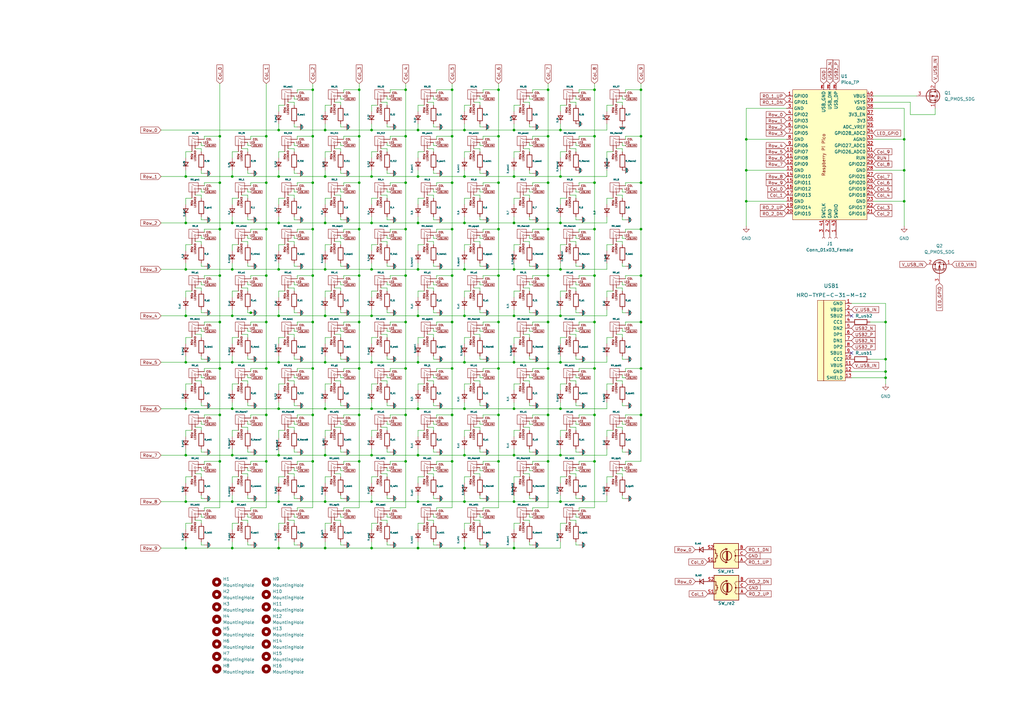
<source format=kicad_sch>
(kicad_sch (version 20211123) (generator eeschema)
  (paper "A3")
  (junction (at 210.82 224.79))
  (junction (at 95.25 129.54))
  (junction (at 363.22 152.4))
  (junction (at 109.22 93.98))
  (junction (at 109.22 189.23))
  (junction (at 109.22 74.93))
  (junction (at 166.37 151.13))
  (junction (at 90.17 189.23))
  (junction (at 243.84 55.88))
  (junction (at 229.87 91.44))
  (junction (at 370.84 57.15))
  (junction (at 171.45 148.59))
  (junction (at 95.25 148.59))
  (junction (at 128.27 132.08))
  (junction (at 229.87 205.74))
  (junction (at 95.25 205.74))
  (junction (at 114.3 186.69))
  (junction (at 185.42 74.93))
  (junction (at 171.45 129.54))
  (junction (at 204.47 55.88))
  (junction (at 262.89 74.93))
  (junction (at 243.84 151.13))
  (junction (at 147.32 55.88))
  (junction (at 114.3 129.54))
  (junction (at 370.84 82.55))
  (junction (at 114.3 91.44))
  (junction (at 224.79 113.03))
  (junction (at 76.2 110.49))
  (junction (at 128.27 36.83))
  (junction (at 262.89 36.83))
  (junction (at 185.42 189.23))
  (junction (at 128.27 170.18))
  (junction (at 262.89 55.88))
  (junction (at 76.2 91.44))
  (junction (at 147.32 189.23))
  (junction (at 90.17 113.03))
  (junction (at 109.22 132.08))
  (junction (at 204.47 93.98))
  (junction (at 243.84 189.23))
  (junction (at 229.87 148.59))
  (junction (at 95.25 167.64))
  (junction (at 190.5 205.74))
  (junction (at 128.27 55.88))
  (junction (at 224.79 55.88))
  (junction (at 171.45 53.34))
  (junction (at 185.42 132.08))
  (junction (at 204.47 151.13))
  (junction (at 133.35 129.54))
  (junction (at 190.5 53.34))
  (junction (at 224.79 151.13))
  (junction (at 306.07 57.15))
  (junction (at 95.25 91.44))
  (junction (at 166.37 55.88))
  (junction (at 166.37 93.98))
  (junction (at 224.79 93.98))
  (junction (at 204.47 113.03))
  (junction (at 204.47 170.18))
  (junction (at 133.35 186.69))
  (junction (at 114.3 205.74))
  (junction (at 243.84 132.08))
  (junction (at 128.27 113.03))
  (junction (at 152.4 167.64))
  (junction (at 224.79 189.23))
  (junction (at 262.89 113.03))
  (junction (at 306.07 82.55))
  (junction (at 152.4 186.69))
  (junction (at 204.47 189.23))
  (junction (at 185.42 55.88))
  (junction (at 224.79 74.93))
  (junction (at 90.17 132.08))
  (junction (at 166.37 132.08))
  (junction (at 185.42 93.98))
  (junction (at 171.45 110.49))
  (junction (at 190.5 129.54))
  (junction (at 90.17 93.98))
  (junction (at 190.5 224.79))
  (junction (at 133.35 167.64))
  (junction (at 76.2 224.79))
  (junction (at 147.32 36.83))
  (junction (at 90.17 55.88))
  (junction (at 210.82 53.34))
  (junction (at 147.32 151.13))
  (junction (at 95.25 72.39))
  (junction (at 204.47 74.93))
  (junction (at 133.35 205.74))
  (junction (at 76.2 205.74))
  (junction (at 128.27 74.93))
  (junction (at 166.37 170.18))
  (junction (at 370.84 69.85))
  (junction (at 166.37 36.83))
  (junction (at 224.79 132.08))
  (junction (at 95.25 110.49))
  (junction (at 190.5 148.59))
  (junction (at 114.3 224.79))
  (junction (at 76.2 186.69))
  (junction (at 114.3 110.49))
  (junction (at 243.84 93.98))
  (junction (at 152.4 91.44))
  (junction (at 243.84 170.18))
  (junction (at 133.35 72.39))
  (junction (at 243.84 113.03))
  (junction (at 171.45 224.79))
  (junction (at 102.87 128.2657))
  (junction (at 210.82 129.54))
  (junction (at 109.22 55.88))
  (junction (at 152.4 53.34))
  (junction (at 262.89 132.08))
  (junction (at 114.3 167.64))
  (junction (at 243.84 74.93))
  (junction (at 190.5 72.39))
  (junction (at 76.2 129.54))
  (junction (at 210.82 72.39))
  (junction (at 243.84 36.83))
  (junction (at 95.25 186.69))
  (junction (at 229.87 129.54))
  (junction (at 152.4 224.79))
  (junction (at 147.32 113.03))
  (junction (at 76.2 72.39))
  (junction (at 171.45 91.44))
  (junction (at 166.37 189.23))
  (junction (at 152.4 72.39))
  (junction (at 109.22 113.03))
  (junction (at 204.47 132.08))
  (junction (at 171.45 167.64))
  (junction (at 76.2 167.64))
  (junction (at 204.47 36.83))
  (junction (at 147.32 93.98))
  (junction (at 76.2 148.59))
  (junction (at 210.82 91.44))
  (junction (at 133.35 224.79))
  (junction (at 152.4 148.59))
  (junction (at 166.37 113.03))
  (junction (at 185.42 36.83))
  (junction (at 262.89 170.18))
  (junction (at 90.17 151.13))
  (junction (at 229.87 186.69))
  (junction (at 190.5 167.64))
  (junction (at 210.82 148.59))
  (junction (at 133.35 110.49))
  (junction (at 229.87 110.49))
  (junction (at 152.4 110.49))
  (junction (at 210.82 167.64))
  (junction (at 262.89 151.13))
  (junction (at 363.22 147.32))
  (junction (at 109.22 151.13))
  (junction (at 109.22 170.18))
  (junction (at 90.17 74.93))
  (junction (at 147.32 170.18))
  (junction (at 185.42 170.18))
  (junction (at 128.27 151.13))
  (junction (at 133.35 148.59))
  (junction (at 147.32 132.08))
  (junction (at 171.45 205.74))
  (junction (at 152.4 205.74))
  (junction (at 224.79 36.83))
  (junction (at 133.35 91.44))
  (junction (at 224.79 170.18))
  (junction (at 90.17 170.18))
  (junction (at 128.27 189.23))
  (junction (at 171.45 186.69))
  (junction (at 229.87 53.34))
  (junction (at 190.5 91.44))
  (junction (at 306.07 69.85))
  (junction (at 210.82 110.49))
  (junction (at 190.5 110.49))
  (junction (at 166.37 74.93))
  (junction (at 171.45 72.39))
  (junction (at 210.82 186.69))
  (junction (at 185.42 113.03))
  (junction (at 133.35 53.34))
  (junction (at 210.82 205.74))
  (junction (at 114.3 72.39))
  (junction (at 152.4 129.54))
  (junction (at 114.3 53.34))
  (junction (at 147.32 74.93))
  (junction (at 95.25 224.79))
  (junction (at 363.22 154.94))
  (junction (at 185.42 151.13))
  (junction (at 229.87 72.39))
  (junction (at 262.89 93.98))
  (junction (at 128.27 93.98))
  (junction (at 114.3 148.59))
  (junction (at 363.22 132.08))
  (junction (at 229.87 167.64))
  (junction (at 190.5 186.69))
  (no_connect (at 349.25 129.54))
  (no_connect (at 349.25 144.78))
  (wire (pts (xy 158.75 156.21) (xy 158.75 157.48)))
  (wire (pts (xy 139.7 99.06) (xy 139.7 100.33)))
  (wire (pts (xy 139.7 109.22) (xy 140.97 109.22)))
  (wire (pts (xy 179.07 57.15) (xy 179.07 55.88)))
  (wire (pts (xy 256.54 151.13) (xy 262.89 151.13)))
  (wire (pts (xy 356.87 147.32) (xy 363.22 147.32)))
  (wire (pts (xy 114.3 62.23) (xy 114.3 64.77)))
  (wire (pts (xy 218.44 114.3) (xy 218.44 113.03)))
  (wire (pts (xy 152.4 62.23) (xy 152.4 64.77)))
  (wire (pts (xy 133.35 100.33) (xy 133.35 102.87)))
  (wire (pts (xy 229.87 148.59) (xy 248.92 148.59)))
  (wire (pts (xy 232.41 214.63) (xy 229.87 214.63)))
  (wire (pts (xy 166.37 36.83) (xy 166.37 55.88)))
  (wire (pts (xy 177.8 135.89) (xy 179.07 135.89)))
  (wire (pts (xy 152.4 146.05) (xy 152.4 148.59)))
  (wire (pts (xy 66.04 224.79) (xy 76.2 224.79)))
  (wire (pts (xy 76.2 167.64) (xy 95.25 167.64)))
  (wire (pts (xy 140.97 189.23) (xy 147.32 189.23)))
  (wire (pts (xy 133.35 146.05) (xy 133.35 148.59)))
  (wire (pts (xy 217.17 77.47) (xy 217.17 78.74)))
  (wire (pts (xy 101.6 204.47) (xy 102.87 204.47)))
  (wire (pts (xy 82.55 147.32) (xy 83.82 147.32)))
  (wire (pts (xy 121.92 133.35) (xy 121.92 132.08)))
  (wire (pts (xy 121.92 170.18) (xy 128.27 170.18)))
  (wire (pts (xy 158.75 184.15) (xy 158.75 185.42)))
  (wire (pts (xy 171.45 214.63) (xy 171.45 217.17)))
  (wire (pts (xy 147.32 132.08) (xy 147.32 151.13)))
  (wire (pts (xy 116.84 195.58) (xy 114.3 195.58)))
  (wire (pts (xy 255.27 96.52) (xy 255.27 97.79)))
  (wire (pts (xy 251.46 62.23) (xy 248.92 62.23)))
  (wire (pts (xy 76.2 88.9) (xy 76.2 91.44)))
  (wire (pts (xy 133.35 62.23) (xy 133.35 64.77)))
  (wire (pts (xy 120.65 172.72) (xy 120.65 173.99)))
  (wire (pts (xy 78.74 81.28) (xy 76.2 81.28)))
  (wire (pts (xy 358.14 57.15) (xy 370.84 57.15)))
  (wire (pts (xy 128.27 132.08) (xy 128.27 151.13)))
  (wire (pts (xy 236.22 203.2) (xy 236.22 204.47)))
  (wire (pts (xy 152.4 203.2) (xy 152.4 205.74)))
  (wire (pts (xy 177.8 223.52) (xy 179.07 223.52)))
  (wire (pts (xy 133.35 127) (xy 133.35 129.54)))
  (wire (pts (xy 236.22 137.16) (xy 236.22 138.43)))
  (wire (pts (xy 214.63 41.91) (xy 217.17 41.91)))
  (wire (pts (xy 196.85 165.1) (xy 196.85 166.37)))
  (wire (pts (xy 128.27 189.23) (xy 128.27 208.28)))
  (wire (pts (xy 101.6 97.79) (xy 102.87 97.79)))
  (wire (pts (xy 139.7 137.16) (xy 139.7 138.43)))
  (wire (pts (xy 101.6 175.26) (xy 101.6 176.53)))
  (wire (pts (xy 139.7 127) (xy 139.7 128.27)))
  (wire (pts (xy 175.26 118.11) (xy 177.8 118.11)))
  (wire (pts (xy 210.82 205.74) (xy 229.87 205.74)))
  (wire (pts (xy 116.84 214.63) (xy 114.3 214.63)))
  (wire (pts (xy 185.42 34.29) (xy 185.42 36.83)))
  (wire (pts (xy 128.27 36.83) (xy 128.27 55.88)))
  (wire (pts (xy 76.2 222.25) (xy 76.2 224.79)))
  (wire (pts (xy 101.6 137.16) (xy 101.6 138.43)))
  (wire (pts (xy 171.45 176.53) (xy 171.45 179.07)))
  (wire (pts (xy 139.7 223.52) (xy 140.97 223.52)))
  (wire (pts (xy 102.87 170.18) (xy 109.22 170.18)))
  (wire (pts (xy 232.41 62.23) (xy 229.87 62.23)))
  (wire (pts (xy 135.89 81.28) (xy 133.35 81.28)))
  (wire (pts (xy 128.27 55.88) (xy 128.27 74.93)))
  (wire (pts (xy 237.49 55.88) (xy 243.84 55.88)))
  (wire (pts (xy 139.7 147.32) (xy 140.97 147.32)))
  (wire (pts (xy 120.65 80.01) (xy 120.65 81.28)))
  (wire (pts (xy 83.82 132.08) (xy 90.17 132.08)))
  (wire (pts (xy 121.92 151.13) (xy 128.27 151.13)))
  (wire (pts (xy 217.17 116.84) (xy 218.44 116.84)))
  (wire (pts (xy 83.82 93.98) (xy 90.17 93.98)))
  (wire (pts (xy 248.92 195.58) (xy 248.92 198.12)))
  (wire (pts (xy 236.22 39.37) (xy 236.22 40.64)))
  (wire (pts (xy 190.5 214.63) (xy 190.5 217.17)))
  (wire (pts (xy 256.54 133.35) (xy 256.54 132.08)))
  (wire (pts (xy 82.55 69.85) (xy 82.55 71.12)))
  (wire (pts (xy 177.8 99.06) (xy 177.8 100.33)))
  (wire (pts (xy 177.8 88.9) (xy 177.8 90.17)))
  (wire (pts (xy 255.27 128.27) (xy 256.54 128.27)))
  (wire (pts (xy 152.4 148.59) (xy 171.45 148.59)))
  (wire (pts (xy 109.22 74.93) (xy 109.22 93.98)))
  (wire (pts (xy 196.85 166.37) (xy 198.12 166.37)))
  (wire (pts (xy 137.16 118.11) (xy 139.7 118.11)))
  (wire (pts (xy 306.07 82.55) (xy 306.07 92.71)))
  (wire (pts (xy 76.2 157.48) (xy 76.2 160.02)))
  (wire (pts (xy 217.17 184.15) (xy 217.17 185.42)))
  (wire (pts (xy 213.36 81.28) (xy 210.82 81.28)))
  (wire (pts (xy 139.7 39.37) (xy 139.7 40.64)))
  (wire (pts (xy 177.8 185.42) (xy 179.07 185.42)))
  (wire (pts (xy 236.22 212.09) (xy 237.49 212.09)))
  (wire (pts (xy 101.6 71.12) (xy 102.87 71.12)))
  (wire (pts (xy 171.45 62.23) (xy 171.45 64.77)))
  (wire (pts (xy 229.87 129.54) (xy 210.82 129.54)))
  (wire (pts (xy 82.55 194.31) (xy 82.55 195.58)))
  (wire (pts (xy 198.12 151.13) (xy 204.47 151.13)))
  (wire (pts (xy 139.7 88.9) (xy 139.7 90.17)))
  (wire (pts (xy 196.85 52.07) (xy 198.12 52.07)))
  (wire (pts (xy 147.32 170.18) (xy 147.32 189.23)))
  (wire (pts (xy 213.36 43.18) (xy 210.82 43.18)))
  (wire (pts (xy 236.22 146.05) (xy 236.22 147.32)))
  (wire (pts (xy 120.65 77.47) (xy 120.65 78.74)))
  (wire (pts (xy 198.12 171.45) (xy 198.12 170.18)))
  (wire (pts (xy 120.65 156.21) (xy 120.65 157.48)))
  (wire (pts (xy 179.07 133.35) (xy 179.07 132.08)))
  (wire (pts (xy 237.49 189.23) (xy 243.84 189.23)))
  (wire (pts (xy 121.92 208.28) (xy 128.27 208.28)))
  (wire (pts (xy 171.45 127) (xy 171.45 129.54)))
  (wire (pts (xy 217.17 175.26) (xy 217.17 176.53)))
  (wire (pts (xy 190.5 81.28) (xy 190.5 83.82)))
  (wire (pts (xy 358.14 41.91) (xy 373.38 41.91)))
  (wire (pts (xy 255.27 59.69) (xy 256.54 59.69)))
  (wire (pts (xy 171.45 72.39) (xy 190.5 72.39)))
  (wire (pts (xy 256.54 57.15) (xy 256.54 55.88)))
  (wire (pts (xy 210.82 224.79) (xy 229.87 224.79)))
  (wire (pts (xy 256.54 36.83) (xy 262.89 36.83)))
  (wire (pts (xy 177.8 52.07) (xy 179.07 52.07)))
  (wire (pts (xy 179.07 74.93) (xy 185.42 74.93)))
  (wire (pts (xy 237.49 190.5) (xy 237.49 189.23)))
  (wire (pts (xy 217.17 90.17) (xy 218.44 90.17)))
  (wire (pts (xy 256.54 95.25) (xy 256.54 93.98)))
  (wire (pts (xy 229.87 91.44) (xy 210.82 91.44)))
  (wire (pts (xy 190.5 127) (xy 190.5 129.54)))
  (wire (pts (xy 160.02 114.3) (xy 160.02 113.03)))
  (wire (pts (xy 243.84 132.08) (xy 243.84 151.13)))
  (wire (pts (xy 95.25 203.2) (xy 95.25 205.74)))
  (wire (pts (xy 198.12 190.5) (xy 198.12 189.23)))
  (wire (pts (xy 90.17 74.93) (xy 90.17 93.98)))
  (wire (pts (xy 135.89 157.48) (xy 133.35 157.48)))
  (wire (pts (xy 370.84 44.45) (xy 370.84 57.15)))
  (wire (pts (xy 76.2 224.79) (xy 95.25 224.79)))
  (wire (pts (xy 233.68 80.01) (xy 236.22 80.01)))
  (wire (pts (xy 175.26 175.26) (xy 177.8 175.26)))
  (wire (pts (xy 95.25 127) (xy 95.25 129.54)))
  (wire (pts (xy 196.85 96.52) (xy 196.85 97.79)))
  (wire (pts (xy 217.17 60.96) (xy 217.17 62.23)))
  (wire (pts (xy 217.17 69.85) (xy 217.17 71.12)))
  (wire (pts (xy 76.2 148.59) (xy 95.25 148.59)))
  (wire (pts (xy 204.47 132.08) (xy 204.47 151.13)))
  (wire (pts (xy 236.22 77.47) (xy 236.22 78.74)))
  (wire (pts (xy 114.3 148.59) (xy 133.35 148.59)))
  (wire (pts (xy 322.58 82.55) (xy 306.07 82.55)))
  (wire (pts (xy 82.55 77.47) (xy 82.55 78.74)))
  (wire (pts (xy 82.55 88.9) (xy 82.55 90.17)))
  (wire (pts (xy 196.85 134.62) (xy 196.85 135.89)))
  (wire (pts (xy 158.75 204.47) (xy 160.02 204.47)))
  (wire (pts (xy 118.11 156.21) (xy 120.65 156.21)))
  (wire (pts (xy 193.04 176.53) (xy 190.5 176.53)))
  (wire (pts (xy 370.84 69.85) (xy 370.84 82.55)))
  (wire (pts (xy 236.22 60.96) (xy 236.22 62.23)))
  (wire (pts (xy 158.75 137.16) (xy 158.75 138.43)))
  (wire (pts (xy 217.17 213.36) (xy 217.17 214.63)))
  (wire (pts (xy 248.92 50.8) (xy 248.92 53.34)))
  (wire (pts (xy 248.92 129.54) (xy 229.87 129.54)))
  (wire (pts (xy 177.8 191.77) (xy 177.8 193.04)))
  (wire (pts (xy 90.17 151.13) (xy 90.17 170.18)))
  (wire (pts (xy 152.4 100.33) (xy 152.4 102.87)))
  (wire (pts (xy 190.5 224.79) (xy 210.82 224.79)))
  (wire (pts (xy 177.8 165.1) (xy 177.8 166.37)))
  (wire (pts (xy 158.75 127) (xy 158.75 128.27)))
  (wire (pts (xy 139.7 212.09) (xy 140.97 212.09)))
  (wire (pts (xy 196.85 107.95) (xy 196.85 109.22)))
  (wire (pts (xy 82.55 203.2) (xy 82.55 204.47)))
  (wire (pts (xy 177.8 146.05) (xy 177.8 147.32)))
  (wire (pts (xy 236.22 107.95) (xy 236.22 109.22)))
  (wire (pts (xy 236.22 173.99) (xy 237.49 173.99)))
  (wire (pts (xy 190.5 195.58) (xy 190.5 198.12)))
  (wire (pts (xy 175.26 41.91) (xy 177.8 41.91)))
  (wire (pts (xy 196.85 90.17) (xy 198.12 90.17)))
  (wire (pts (xy 255.27 193.04) (xy 256.54 193.04)))
  (wire (pts (xy 196.85 147.32) (xy 198.12 147.32)))
  (wire (pts (xy 322.58 69.85) (xy 306.07 69.85)))
  (wire (pts (xy 154.94 62.23) (xy 152.4 62.23)))
  (wire (pts (xy 204.47 189.23) (xy 204.47 208.28)))
  (wire (pts (xy 152.4 107.95) (xy 152.4 110.49)))
  (wire (pts (xy 139.7 153.67) (xy 139.7 154.94)))
  (wire (pts (xy 243.84 55.88) (xy 243.84 74.93)))
  (wire (pts (xy 233.68 194.31) (xy 236.22 194.31)))
  (wire (pts (xy 83.82 208.28) (xy 90.17 208.28)))
  (wire (pts (xy 140.97 171.45) (xy 140.97 170.18)))
  (wire (pts (xy 114.3 129.54) (xy 95.25 129.54)))
  (wire (pts (xy 99.06 60.96) (xy 101.6 60.96)))
  (wire (pts (xy 190.5 167.64) (xy 210.82 167.64)))
  (wire (pts (xy 190.5 110.49) (xy 210.82 110.49)))
  (wire (pts (xy 196.85 40.64) (xy 198.12 40.64)))
  (wire (pts (xy 255.27 194.31) (xy 255.27 195.58)))
  (wire (pts (xy 232.41 119.38) (xy 229.87 119.38)))
  (wire (pts (xy 133.35 72.39) (xy 152.4 72.39)))
  (wire (pts (xy 82.55 99.06) (xy 82.55 100.33)))
  (wire (pts (xy 82.55 213.36) (xy 82.55 214.63)))
  (wire (pts (xy 140.97 55.88) (xy 147.32 55.88)))
  (wire (pts (xy 102.87 74.93) (xy 109.22 74.93)))
  (wire (pts (xy 217.17 203.2) (xy 217.17 204.47)))
  (wire (pts (xy 177.8 204.47) (xy 179.07 204.47)))
  (wire (pts (xy 82.55 116.84) (xy 83.82 116.84)))
  (wire (pts (xy 102.87 190.5) (xy 102.87 189.23)))
  (wire (pts (xy 237.49 208.28) (xy 243.84 208.28)))
  (wire (pts (xy 139.7 40.64) (xy 140.97 40.64)))
  (wire (pts (xy 80.01 175.26) (xy 82.55 175.26)))
  (wire (pts (xy 158.75 107.95) (xy 158.75 109.22)))
  (wire (pts (xy 158.75 40.64) (xy 160.02 40.64)))
  (wire (pts (xy 102.87 208.28) (xy 109.22 208.28)))
  (wire (pts (xy 179.07 152.4) (xy 179.07 151.13)))
  (wire (pts (xy 196.85 210.82) (xy 196.85 212.09)))
  (wire (pts (xy 236.22 99.06) (xy 236.22 100.33)))
  (wire (pts (xy 101.6 69.85) (xy 101.6 71.12)))
  (wire (pts (xy 179.07 151.13) (xy 185.42 151.13)))
  (wire (pts (xy 99.06 118.11) (xy 101.6 118.11)))
  (wire (pts (xy 139.7 90.17) (xy 140.97 90.17)))
  (wire (pts (xy 139.7 69.85) (xy 139.7 71.12)))
  (wire (pts (xy 177.8 166.37) (xy 179.07 166.37)))
  (wire (pts (xy 140.97 170.18) (xy 147.32 170.18)))
  (wire (pts (xy 139.7 193.04) (xy 140.97 193.04)))
  (wire (pts (xy 120.65 97.79) (xy 121.92 97.79)))
  (wire (pts (xy 255.27 154.94) (xy 256.54 154.94)))
  (wire (pts (xy 255.27 185.42) (xy 256.54 185.42)))
  (wire (pts (xy 120.65 184.15) (xy 120.65 185.42)))
  (wire (pts (xy 229.87 110.49) (xy 248.92 110.49)))
  (wire (pts (xy 101.6 153.67) (xy 101.6 154.94)))
  (wire (pts (xy 194.31 60.96) (xy 196.85 60.96)))
  (wire (pts (xy 185.42 189.23) (xy 185.42 208.28)))
  (wire (pts (xy 204.47 113.03) (xy 204.47 132.08)))
  (wire (pts (xy 210.82 107.95) (xy 210.82 110.49)))
  (wire (pts (xy 210.82 110.49) (xy 229.87 110.49)))
  (wire (pts (xy 158.75 80.01) (xy 158.75 81.28)))
  (wire (pts (xy 177.8 107.95) (xy 177.8 109.22)))
  (wire (pts (xy 101.6 223.52) (xy 102.87 223.52)))
  (wire (pts (xy 133.35 107.95) (xy 133.35 110.49)))
  (wire (pts (xy 139.7 97.79) (xy 140.97 97.79)))
  (wire (pts (xy 198.12 38.1) (xy 198.12 36.83)))
  (wire (pts (xy 233.68 156.21) (xy 236.22 156.21)))
  (wire (pts (xy 196.85 97.79) (xy 198.12 97.79)))
  (wire (pts (xy 217.17 59.69) (xy 218.44 59.69)))
  (wire (pts (xy 95.25 129.54) (xy 76.2 129.54)))
  (wire (pts (xy 204.47 74.93) (xy 204.47 93.98)))
  (wire (pts (xy 95.25 195.58) (xy 95.25 198.12)))
  (wire (pts (xy 255.27 172.72) (xy 255.27 173.99)))
  (wire (pts (xy 236.22 165.1) (xy 236.22 166.37)))
  (wire (pts (xy 160.02 55.88) (xy 166.37 55.88)))
  (wire (pts (xy 171.45 167.64) (xy 190.5 167.64)))
  (wire (pts (xy 120.65 58.42) (xy 120.65 59.69)))
  (wire (pts (xy 133.35 157.48) (xy 133.35 160.02)))
  (wire (pts (xy 120.65 40.64) (xy 121.92 40.64)))
  (wire (pts (xy 196.85 50.8) (xy 196.85 52.07)))
  (wire (pts (xy 97.79 119.38) (xy 95.25 119.38)))
  (wire (pts (xy 139.7 203.2) (xy 139.7 204.47)))
  (wire (pts (xy 101.6 80.01) (xy 101.6 81.28)))
  (wire (pts (xy 101.6 166.37) (xy 102.87 166.37)))
  (wire (pts (xy 160.02 209.55) (xy 160.02 208.28)))
  (wire (pts (xy 198.12 152.4) (xy 198.12 151.13)))
  (wire (pts (xy 116.84 100.33) (xy 114.3 100.33)))
  (wire (pts (xy 251.46 119.38) (xy 248.92 119.38)))
  (wire (pts (xy 95.25 222.25) (xy 95.25 224.79)))
  (wire (pts (xy 224.79 208.28) (xy 218.44 208.28)))
  (wire (pts (xy 179.07 208.28) (xy 185.42 208.28)))
  (wire (pts (xy 177.8 153.67) (xy 177.8 154.94)))
  (wire (pts (xy 171.45 184.15) (xy 171.45 186.69)))
  (wire (pts (xy 135.89 62.23) (xy 133.35 62.23)))
  (wire (pts (xy 255.27 88.9) (xy 255.27 90.17)))
  (wire (pts (xy 177.8 193.04) (xy 179.07 193.04)))
  (wire (pts (xy 196.85 58.42) (xy 196.85 59.69)))
  (wire (pts (xy 217.17 88.9) (xy 217.17 90.17)))
  (wire (pts (xy 177.8 210.82) (xy 177.8 212.09)))
  (wire (pts (xy 173.99 81.28) (xy 171.45 81.28)))
  (wire (pts (xy 214.63 80.01) (xy 217.17 80.01)))
  (wire (pts (xy 158.75 88.9) (xy 158.75 90.17)))
  (wire (pts (xy 171.45 50.8) (xy 171.45 53.34)))
  (wire (pts (xy 256.54 74.93) (xy 262.89 74.93)))
  (wire (pts (xy 236.22 134.62) (xy 236.22 135.89)))
  (wire (pts (xy 237.49 38.1) (xy 237.49 36.83)))
  (wire (pts (xy 160.02 95.25) (xy 160.02 93.98)))
  (wire (pts (xy 135.89 195.58) (xy 133.35 195.58)))
  (wire (pts (xy 210.82 222.25) (xy 210.82 224.79)))
  (wire (pts (xy 255.27 58.42) (xy 255.27 59.69)))
  (wire (pts (xy 177.8 118.11) (xy 177.8 119.38)))
  (wire (pts (xy 95.25 69.85) (xy 95.25 72.39)))
  (wire (pts (xy 101.6 99.06) (xy 101.6 100.33)))
  (wire (pts (xy 383.54 46.99) (xy 383.54 44.45)))
  (wire (pts (xy 236.22 191.77) (xy 236.22 193.04)))
  (wire (pts (xy 229.87 203.2) (xy 229.87 205.74)))
  (wire (pts (xy 224.79 74.93) (xy 224.79 93.98)))
  (wire (pts (xy 218.44 190.5) (xy 218.44 189.23)))
  (wire (pts (xy 217.17 52.07) (xy 218.44 52.07)))
  (wire (pts (xy 140.97 151.13) (xy 147.32 151.13)))
  (wire (pts (xy 196.85 128.27) (xy 198.12 128.27)))
  (wire (pts (xy 363.22 152.4) (xy 363.22 154.94)))
  (wire (pts (xy 306.07 57.15) (xy 306.07 69.85)))
  (wire (pts (xy 118.11 118.11) (xy 120.65 118.11)))
  (wire (pts (xy 76.2 72.39) (xy 95.25 72.39)))
  (wire (pts (xy 217.17 40.64) (xy 218.44 40.64)))
  (wire (pts (xy 232.41 81.28) (xy 229.87 81.28)))
  (wire (pts (xy 179.07 132.08) (xy 185.42 132.08)))
  (wire (pts (xy 135.89 43.18) (xy 133.35 43.18)))
  (wire (pts (xy 229.87 205.74) (xy 248.92 205.74)))
  (wire (pts (xy 179.07 36.83) (xy 185.42 36.83)))
  (wire (pts (xy 139.7 210.82) (xy 139.7 212.09)))
  (wire (pts (xy 114.3 146.05) (xy 114.3 148.59)))
  (wire (pts (xy 196.85 185.42) (xy 198.12 185.42)))
  (wire (pts (xy 78.74 176.53) (xy 76.2 176.53)))
  (wire (pts (xy 173.99 119.38) (xy 171.45 119.38)))
  (wire (pts (xy 177.8 213.36) (xy 177.8 214.63)))
  (wire (pts (xy 217.17 166.37) (xy 218.44 166.37)))
  (wire (pts (xy 190.5 186.69) (xy 210.82 186.69)))
  (wire (pts (xy 306.07 44.45) (xy 306.07 57.15)))
  (wire (pts (xy 210.82 91.44) (xy 190.5 91.44)))
  (wire (pts (xy 95.25 167.64) (xy 114.3 167.64)))
  (wire (pts (xy 121.92 38.1) (xy 121.92 36.83)))
  (wire (pts (xy 232.41 157.48) (xy 229.87 157.48)))
  (wire (pts (xy 196.85 59.69) (xy 198.12 59.69)))
  (wire (pts (xy 229.87 62.23) (xy 229.87 64.77)))
  (wire (pts (xy 179.07 190.5) (xy 179.07 189.23)))
  (wire (pts (xy 156.21 41.91) (xy 158.75 41.91)))
  (wire (pts (xy 196.85 118.11) (xy 196.85 119.38)))
  (wire (pts (xy 198.12 113.03) (xy 204.47 113.03)))
  (wire (pts (xy 95.25 214.63) (xy 95.25 217.17)))
  (wire (pts (xy 224.79 170.18) (xy 224.79 189.23)))
  (wire (pts (xy 158.75 194.31) (xy 158.75 195.58)))
  (wire (pts (xy 101.6 156.21) (xy 101.6 157.48)))
  (wire (pts (xy 210.82 62.23) (xy 210.82 64.77)))
  (wire (pts (xy 139.7 166.37) (xy 140.97 166.37)))
  (wire (pts (xy 214.63 99.06) (xy 217.17 99.06)))
  (wire (pts (xy 218.44 95.25) (xy 218.44 93.98)))
  (wire (pts (xy 101.6 165.1) (xy 101.6 166.37)))
  (wire (pts (xy 218.44 209.55) (xy 218.44 208.28)))
  (wire (pts (xy 158.75 212.09) (xy 160.02 212.09)))
  (wire (pts (xy 213.36 119.38) (xy 210.82 119.38)))
  (wire (pts (xy 101.6 185.42) (xy 102.87 185.42)))
  (wire (pts (xy 237.49 151.13) (xy 243.84 151.13)))
  (wire (pts (xy 114.3 176.53) (xy 114.3 179.705)))
  (wire (pts (xy 251.46 138.43) (xy 248.92 138.43)))
  (wire (pts (xy 210.82 88.9) (xy 210.82 91.44)))
  (wire (pts (xy 109.22 132.08) (xy 109.22 151.13)))
  (wire (pts (xy 217.17 191.77) (xy 217.17 193.04)))
  (wire (pts (xy 83.82 190.5) (xy 83.82 189.23)))
  (wire (pts (xy 82.55 96.52) (xy 82.55 97.79)))
  (wire (pts (xy 217.17 137.16) (xy 217.17 138.43)))
  (wire (pts (xy 120.65 153.67) (xy 120.65 154.94)))
  (wire (pts (xy 190.5 222.25) (xy 190.5 224.79)))
  (wire (pts (xy 193.04 100.33) (xy 190.5 100.33)))
  (wire (pts (xy 83.82 74.93) (xy 90.17 74.93)))
  (wire (pts (xy 256.54 113.03) (xy 262.89 113.03)))
  (wire (pts (xy 152.4 167.64) (xy 171.45 167.64)))
  (wire (pts (xy 193.04 43.18) (xy 190.5 43.18)))
  (wire (pts (xy 237.49 95.25) (xy 237.49 93.98)))
  (wire (pts (xy 82.55 58.42) (xy 82.55 59.69)))
  (wire (pts (xy 158.75 173.99) (xy 160.02 173.99)))
  (wire (pts (xy 252.73 194.31) (xy 255.27 194.31)))
  (wire (pts (xy 248.92 91.44) (xy 229.87 91.44)))
  (wire (pts (xy 82.55 193.04) (xy 83.82 193.04)))
  (wire (pts (xy 95.25 81.28) (xy 95.25 83.82)))
  (wire (pts (xy 109.22 113.03) (xy 109.22 132.08)))
  (wire (pts (xy 171.45 195.58) (xy 171.45 198.12)))
  (wire (pts (xy 102.87 171.45) (xy 102.87 170.18)))
  (wire (pts (xy 121.92 113.03) (xy 128.27 113.03)))
  (wire (pts (xy 101.6 213.36) (xy 101.6 214.63)))
  (wire (pts (xy 217.17 128.27) (xy 218.44 128.27)))
  (wire (pts (xy 262.89 34.29) (xy 262.89 36.83)))
  (wire (pts (xy 133.35 222.25) (xy 133.35 224.79)))
  (wire (pts (xy 133.35 110.49) (xy 152.4 110.49)))
  (wire (pts (xy 218.44 171.45) (xy 218.44 170.18)))
  (wire (pts (xy 236.22 184.15) (xy 236.22 185.42)))
  (wire (pts (xy 210.82 127) (xy 210.82 129.54)))
  (wire (pts (xy 82.55 109.22) (xy 83.82 109.22)))
  (wire (pts (xy 140.97 95.25) (xy 140.97 93.98)))
  (wire (pts (xy 82.55 60.96) (xy 82.55 62.23)))
  (wire (pts (xy 233.68 137.16) (xy 236.22 137.16)))
  (wire (pts (xy 233.68 175.26) (xy 236.22 175.26)))
  (wire (pts (xy 224.79 93.98) (xy 224.79 113.03)))
  (wire (pts (xy 262.89 74.93) (xy 262.89 93.98)))
  (wire (pts (xy 214.63 175.26) (xy 217.17 175.26)))
  (wire (pts (xy 194.31 175.26) (xy 196.85 175.26)))
  (wire (pts (xy 156.21 175.26) (xy 158.75 175.26)))
  (wire (pts (xy 256.54 170.18) (xy 262.89 170.18)))
  (wire (pts (xy 177.8 77.47) (xy 177.8 78.74)))
  (wire (pts (xy 102.87 114.3) (xy 102.87 113.03)))
  (wire (pts (xy 177.8 172.72) (xy 177.8 173.99)))
  (wire (pts (xy 101.6 184.15) (xy 101.6 185.42)))
  (wire (pts (xy 152.4 195.58) (xy 152.4 198.12)))
  (wire (pts (xy 185.42 170.18) (xy 185.42 189.23)))
  (wire (pts (xy 171.45 222.25) (xy 171.45 224.79)))
  (wire (pts (xy 210.82 214.63) (xy 210.82 217.17)))
  (wire (pts (xy 214.63 118.11) (xy 217.17 118.11)))
  (wire (pts (xy 158.75 77.47) (xy 158.75 78.74)))
  (wire (pts (xy 158.75 109.22) (xy 160.02 109.22)))
  (wire (pts (xy 133.35 195.58) (xy 133.35 198.12)))
  (wire (pts (xy 224.79 189.23) (xy 224.79 208.28)))
  (wire (pts (xy 166.37 55.88) (xy 166.37 74.93)))
  (wire (pts (xy 158.75 165.1) (xy 158.75 166.37)))
  (wire (pts (xy 139.7 184.15) (xy 139.7 185.42)))
  (wire (pts (xy 160.02 113.03) (xy 166.37 113.03)))
  (wire (pts (xy 236.22 59.69) (xy 237.49 59.69)))
  (wire (pts (xy 154.94 195.58) (xy 152.4 195.58)))
  (wire (pts (xy 179.07 93.98) (xy 185.42 93.98)))
  (wire (pts (xy 120.65 204.47) (xy 121.92 204.47)))
  (wire (pts (xy 190.5 129.54) (xy 171.45 129.54)))
  (wire (pts (xy 262.89 36.83) (xy 262.89 55.88)))
  (wire (pts (xy 177.8 203.2) (xy 177.8 204.47)))
  (wire (pts (xy 194.31 194.31) (xy 196.85 194.31)))
  (wire (pts (xy 236.22 156.21) (xy 236.22 157.48)))
  (wire (pts (xy 194.31 118.11) (xy 196.85 118.11)))
  (wire (pts (xy 196.85 203.2) (xy 196.85 204.47)))
  (wire (pts (xy 95.25 88.9) (xy 95.25 91.44)))
  (wire (pts (xy 152.4 205.74) (xy 171.45 205.74)))
  (wire (pts (xy 95.25 224.79) (xy 114.3 224.79)))
  (wire (pts (xy 109.22 55.88) (xy 109.22 74.93)))
  (wire (pts (xy 255.27 175.26) (xy 255.27 176.53)))
  (wire (pts (xy 179.07 95.25) (xy 179.07 93.98)))
  (wire (pts (xy 179.07 189.23) (xy 185.42 189.23)))
  (wire (pts (xy 213.36 214.63) (xy 210.82 214.63)))
  (wire (pts (xy 373.38 41.91) (xy 373.38 46.99)))
  (wire (pts (xy 120.65 115.57) (xy 120.65 116.84)))
  (wire (pts (xy 256.54 171.45) (xy 256.54 170.18)))
  (wire (pts (xy 78.74 157.48) (xy 76.2 157.48)))
  (wire (pts (xy 140.97 114.3) (xy 140.97 113.03)))
  (wire (pts (xy 90.17 132.08) (xy 90.17 151.13)))
  (wire (pts (xy 95.25 165.1) (xy 95.25 167.64)))
  (wire (pts (xy 90.17 93.98) (xy 90.17 113.03)))
  (wire (pts (xy 101.6 212.09) (xy 102.87 212.09)))
  (wire (pts (xy 82.55 173.99) (xy 83.82 173.99)))
  (wire (pts (xy 204.47 151.13) (xy 204.47 170.18)))
  (wire (pts (xy 158.75 59.69) (xy 160.02 59.69)))
  (wire (pts (xy 217.17 118.11) (xy 217.17 119.38)))
  (wire (pts (xy 139.7 191.77) (xy 139.7 193.04)))
  (wire (pts (xy 76.2 62.23) (xy 76.2 64.77)))
  (wire (pts (xy 217.17 78.74) (xy 218.44 78.74)))
  (wire (pts (xy 217.17 96.52) (xy 217.17 97.79)))
  (wire (pts (xy 83.82 152.4) (xy 83.82 151.13)))
  (wire (pts (xy 158.75 172.72) (xy 158.75 173.99)))
  (wire (pts (xy 237.49 133.35) (xy 237.49 132.08)))
  (wire (pts (xy 190.5 146.05) (xy 190.5 148.59)))
  (wire (pts (xy 363.22 154.94) (xy 363.22 157.48)))
  (wire (pts (xy 82.55 97.79) (xy 83.82 97.79)))
  (wire (pts (xy 255.27 107.95) (xy 255.27 109.22)))
  (wire (pts (xy 217.17 222.25) (xy 217.17 223.52)))
  (wire (pts (xy 118.11 60.96) (xy 120.65 60.96)))
  (wire (pts (xy 101.6 147.32) (xy 102.87 147.32)))
  (wire (pts (xy 218.44 189.23) (xy 224.79 189.23)))
  (wire (pts (xy 177.8 97.79) (xy 179.07 97.79)))
  (wire (pts (xy 95.25 184.15) (xy 95.25 186.69)))
  (wire (pts (xy 80.01 80.01) (xy 82.55 80.01)))
  (wire (pts (xy 363.22 147.32) (xy 363.22 152.4)))
  (wire (pts (xy 229.87 127) (xy 229.87 129.54)))
  (wire (pts (xy 160.02 151.13) (xy 166.37 151.13)))
  (wire (pts (xy 171.45 88.9) (xy 171.45 91.44)))
  (wire (pts (xy 190.5 203.2) (xy 190.5 205.74)))
  (wire (pts (xy 171.45 129.54) (xy 152.4 129.54)))
  (wire (pts (xy 179.07 209.55) (xy 179.07 208.28)))
  (wire (pts (xy 160.02 76.2) (xy 160.02 74.93)))
  (wire (pts (xy 185.42 55.88) (xy 185.42 74.93)))
  (wire (pts (xy 196.85 39.37) (xy 196.85 40.64)))
  (wire (pts (xy 204.47 208.28) (xy 198.12 208.28)))
  (wire (pts (xy 158.75 97.79) (xy 160.02 97.79)))
  (wire (pts (xy 101.6 96.52) (xy 101.6 97.79)))
  (wire (pts (xy 99.06 80.01) (xy 101.6 80.01)))
  (wire (pts (xy 114.3 195.58) (xy 114.3 198.12)))
  (wire (pts (xy 179.07 171.45) (xy 179.07 170.18)))
  (wire (pts (xy 229.87 100.33) (xy 229.87 102.87)))
  (wire (pts (xy 114.3 50.8) (xy 114.3 53.34)))
  (wire (pts (xy 193.04 81.28) (xy 190.5 81.28)))
  (wire (pts (xy 139.7 80.01) (xy 139.7 81.28)))
  (wire (pts (xy 66.04 167.64) (xy 76.2 167.64)))
  (wire (pts (xy 83.82 55.88) (xy 90.17 55.88)))
  (wire (pts (xy 82.55 212.09) (xy 83.82 212.09)))
  (wire (pts (xy 236.22 88.9) (xy 236.22 90.17)))
  (wire (pts (xy 251.46 81.28) (xy 248.92 81.28)))
  (wire (pts (xy 120.65 39.37) (xy 120.65 40.64)))
  (wire (pts (xy 83.82 209.55) (xy 83.82 208.28)))
  (wire (pts (xy 198.12 170.18) (xy 204.47 170.18)))
  (wire (pts (xy 210.82 146.05) (xy 210.82 148.59)))
  (wire (pts (xy 229.87 53.34) (xy 210.82 53.34)))
  (wire (pts (xy 232.41 100.33) (xy 229.87 100.33)))
  (wire (pts (xy 76.2 146.05) (xy 76.2 148.59)))
  (wire (pts (xy 114.3 203.2) (xy 114.3 205.74)))
  (wire (pts (xy 133.35 186.69) (xy 152.4 186.69)))
  (wire (pts (xy 196.85 194.31) (xy 196.85 195.58)))
  (wire (pts (xy 190.5 88.9) (xy 190.5 91.44)))
  (wire (pts (xy 229.87 222.25) (xy 229.87 224.79)))
  (wire (pts (xy 218.44 152.4) (xy 218.44 151.13)))
  (wire (pts (xy 236.22 109.22) (xy 237.49 109.22)))
  (wire (pts (xy 109.22 170.18) (xy 109.22 189.23)))
  (wire (pts (xy 140.97 38.1) (xy 140.97 36.83)))
  (wire (pts (xy 175.26 60.96) (xy 177.8 60.96)))
  (wire (pts (xy 76.2 91.44) (xy 66.04 91.44)))
  (wire (pts (xy 322.58 57.15) (xy 306.07 57.15)))
  (wire (pts (xy 193.04 214.63) (xy 190.5 214.63)))
  (wire (pts (xy 114.3 91.44) (xy 95.25 91.44)))
  (wire (pts (xy 135.89 214.63) (xy 133.35 214.63)))
  (wire (pts (xy 128.27 170.18) (xy 128.27 189.23)))
  (wire (pts (xy 158.75 71.12) (xy 160.02 71.12)))
  (wire (pts (xy 255.27 146.05) (xy 255.27 147.32)))
  (wire (pts (xy 236.22 166.37) (xy 237.49 166.37)))
  (wire (pts (xy 218.44 57.15) (xy 218.44 55.88)))
  (wire (pts (xy 190.5 72.39) (xy 210.82 72.39)))
  (wire (pts (xy 236.22 194.31) (xy 236.22 195.58)))
  (wire (pts (xy 190.5 107.95) (xy 190.5 110.49)))
  (wire (pts (xy 198.12 114.3) (xy 198.12 113.03)))
  (wire (pts (xy 78.74 100.33) (xy 76.2 100.33)))
  (wire (pts (xy 76.2 176.53) (xy 76.2 179.07)))
  (wire (pts (xy 121.92 57.15) (xy 121.92 55.88)))
  (wire (pts (xy 139.7 116.84) (xy 140.97 116.84)))
  (wire (pts (xy 139.7 173.99) (xy 140.97 173.99)))
  (wire (pts (xy 177.8 40.64) (xy 179.07 40.64)))
  (wire (pts (xy 204.47 36.83) (xy 204.47 55.88)))
  (wire (pts (xy 196.85 154.94) (xy 198.12 154.94)))
  (wire (pts (xy 114.3 88.9) (xy 114.3 91.44)))
  (wire (pts (xy 101.6 115.57) (xy 101.6 116.84)))
  (wire (pts (xy 139.7 115.57) (xy 139.7 116.84)))
  (wire (pts (xy 154.94 176.53) (xy 152.4 176.53)))
  (wire (pts (xy 177.8 39.37) (xy 177.8 40.64)))
  (wire (pts (xy 217.17 134.62) (xy 217.17 135.89)))
  (wire (pts (xy 121.92 189.23) (xy 128.27 189.23)))
  (wire (pts (xy 116.84 138.43) (xy 114.3 138.43)))
  (wire (pts (xy 177.8 50.8) (xy 177.8 52.07)))
  (wire (pts (xy 133.35 165.1) (xy 133.35 167.64)))
  (wire (pts (xy 196.85 212.09) (xy 198.12 212.09)))
  (wire (pts (xy 224.79 34.29) (xy 224.79 36.83)))
  (wire (pts (xy 80.01 213.36) (xy 82.55 213.36)))
  (wire (pts (xy 196.85 172.72) (xy 196.85 173.99)))
  (wire (pts (xy 133.35 203.2) (xy 133.35 205.74)))
  (wire (pts (xy 171.45 43.18) (xy 171.45 45.72)))
  (wire (pts (xy 217.17 127) (xy 217.17 128.27)))
  (wire (pts (xy 82.55 165.1) (xy 82.55 166.37)))
  (wire (pts (xy 120.65 213.36) (xy 120.65 214.63)))
  (wire (pts (xy 152.4 129.54) (xy 133.35 129.54)))
  (wire (pts (xy 101.6 203.2) (xy 101.6 204.47)))
  (wire (pts (xy 114.3 110.49) (xy 133.35 110.49)))
  (wire (pts (xy 128.27 113.03) (xy 128.27 132.08)))
  (wire (pts (xy 121.92 132.08) (xy 128.27 132.08)))
  (wire (pts (xy 255.27 60.96) (xy 255.27 62.23)))
  (wire (pts (xy 171.45 119.38) (xy 171.45 121.92)))
  (wire (pts (xy 171.45 69.85) (xy 171.45 72.39)))
  (wire (pts (xy 114.3 138.43) (xy 114.3 140.97)))
  (wire (pts (xy 97.79 195.58) (xy 95.25 195.58)))
  (wire (pts (xy 224.79 132.08) (xy 224.79 151.13)))
  (wire (pts (xy 236.22 185.42) (xy 237.49 185.42)))
  (wire (pts (xy 101.6 128.27) (xy 102.87 128.27)))
  (wire (pts (xy 158.75 175.26) (xy 158.75 176.53)))
  (wire (pts (xy 80.01 99.06) (xy 82.55 99.06)))
  (wire (pts (xy 213.36 62.23) (xy 210.82 62.23)))
  (wire (pts (xy 210.82 176.53) (xy 210.82 179.07)))
  (wire (pts (xy 196.85 175.26) (xy 196.85 176.53)))
  (wire (pts (xy 255.27 78.74) (xy 256.54 78.74)))
  (wire (pts (xy 171.45 110.49) (xy 190.5 110.49)))
  (wire (pts (xy 139.7 60.96) (xy 139.7 62.23)))
  (wire (pts (xy 217.17 173.99) (xy 218.44 173.99)))
  (wire (pts (xy 177.8 222.25) (xy 177.8 223.52)))
  (wire (pts (xy 166.37 189.23) (xy 166.37 208.28)))
  (wire (pts (xy 139.7 156.21) (xy 139.7 157.48)))
  (wire (pts (xy 193.04 138.43) (xy 190.5 138.43)))
  (wire (pts (xy 166.37 132.08) (xy 166.37 151.13)))
  (wire (pts (xy 137.16 156.21) (xy 139.7 156.21)))
  (wire (pts (xy 82.55 118.11) (xy 82.55 119.38)))
  (wire (pts (xy 128.27 151.13) (xy 128.27 170.18)))
  (wire (pts (xy 76.2 110.49) (xy 95.25 110.49)))
  (wire (pts (xy 236.22 222.25) (xy 236.22 223.52)))
  (wire (pts (xy 128.27 34.29) (xy 128.27 36.83)))
  (wire (pts (xy 237.49 152.4) (xy 237.49 151.13)))
  (wire (pts (xy 248.92 62.23) (xy 248.92 64.77)))
  (wire (pts (xy 152.4 69.85) (xy 152.4 72.39)))
  (wire (pts (xy 76.2 186.69) (xy 95.25 186.69)))
  (wire (pts (xy 160.02 133.35) (xy 160.02 132.08)))
  (wire (pts (xy 210.82 72.39) (xy 229.87 72.39)))
  (wire (pts (xy 82.55 172.72) (xy 82.55 173.99)))
  (wire (pts (xy 152.4 165.1) (xy 152.4 167.64)))
  (wire (pts (xy 236.22 147.32) (xy 237.49 147.32)))
  (wire (pts (xy 179.07 114.3) (xy 179.07 113.03)))
  (wire (pts (xy 171.45 100.33) (xy 171.45 102.87)))
  (wire (pts (xy 236.22 58.42) (xy 236.22 59.69)))
  (wire (pts (xy 175.26 80.01) (xy 177.8 80.01)))
  (wire (pts (xy 210.82 119.38) (xy 210.82 121.92)))
  (wire (pts (xy 237.49 36.83) (xy 243.84 36.83)))
  (wire (pts (xy 133.35 184.15) (xy 133.35 186.69)))
  (wire (pts (xy 140.97 57.15) (xy 140.97 55.88)))
  (wire (pts (xy 233.68 60.96) (xy 236.22 60.96)))
  (wire (pts (xy 82.55 135.89) (xy 83.82 135.89)))
  (wire (pts (xy 152.4 91.44) (xy 133.35 91.44)))
  (wire (pts (xy 213.36 195.58) (xy 210.82 195.58)))
  (wire (pts (xy 210.82 195.58) (xy 210.82 198.12)))
  (wire (pts (xy 173.99 43.18) (xy 171.45 43.18)))
  (wire (pts (xy 229.87 72.39) (xy 248.92 72.39)))
  (wire (pts (xy 252.73 41.91) (xy 255.27 41.91)))
  (wire (pts (xy 236.22 210.82) (xy 236.22 212.09)))
  (wire (pts (xy 97.79 138.43) (xy 95.25 138.43)))
  (wire (pts (xy 248.92 184.15) (xy 248.92 186.69)))
  (wire (pts (xy 190.5 91.44) (xy 171.45 91.44)))
  (wire (pts (xy 194.31 41.91) (xy 196.85 41.91)))
  (wire (pts (xy 255.27 137.16) (xy 255.27 138.43)))
  (wire (pts (xy 217.17 156.21) (xy 217.17 157.48)))
  (wire (pts (xy 214.63 137.16) (xy 217.17 137.16)))
  (wire (pts (xy 218.44 76.2) (xy 218.44 74.93)))
  (wire (pts (xy 255.27 204.47) (xy 256.54 204.47)))
  (wire (pts (xy 262.89 132.08) (xy 262.89 151.13)))
  (wire (pts (xy 196.85 115.57) (xy 196.85 116.84)))
  (wire (pts (xy 114.3 214.63) (xy 114.3 217.17)))
  (wire (pts (xy 156.21 118.11) (xy 158.75 118.11)))
  (wire (pts (xy 139.7 165.1) (xy 139.7 166.37)))
  (wire (pts (xy 128.27 74.93) (xy 128.27 93.98)))
  (wire (pts (xy 139.7 71.12) (xy 140.97 71.12)))
  (wire (pts (xy 196.85 71.12) (xy 198.12 71.12)))
  (wire (pts (xy 120.65 147.32) (xy 121.92 147.32)))
  (wire (pts (xy 217.17 223.52) (xy 218.44 223.52)))
  (wire (pts (xy 179.07 113.03) (xy 185.42 113.03)))
  (wire (pts (xy 139.7 96.52) (xy 139.7 97.79)))
  (wire (pts (xy 121.92 74.93) (xy 128.27 74.93)))
  (wire (pts (xy 114.3 165.1) (xy 114.3 167.64)))
  (wire (pts (xy 248.92 157.48) (xy 248.92 160.02)))
  (wire (pts (xy 185.42 74.93) (xy 185.42 93.98)))
  (wire (pts (xy 236.22 223.52) (xy 237.49 223.52)))
  (wire (pts (xy 236.22 78.74) (xy 237.49 78.74)))
  (wire (pts (xy 213.36 157.48) (xy 210.82 157.48)))
  (wire (pts (xy 76.2 165.1) (xy 76.2 167.64)))
  (wire (pts (xy 101.6 127) (xy 101.6 128.27)))
  (wire (pts (xy 101.6 222.25) (xy 101.6 223.52)))
  (wire (pts (xy 152.4 43.18) (xy 152.4 45.72)))
  (wire (pts (xy 156.21 80.01) (xy 158.75 80.01)))
  (wire (pts (xy 204.47 55.88) (xy 204.47 74.93)))
  (wire (pts (xy 185.42 151.13) (xy 185.42 170.18)))
  (wire (pts (xy 243.84 93.98) (xy 243.84 113.03)))
  (wire (pts (xy 193.04 157.48) (xy 190.5 157.48)))
  (wire (pts (xy 210.82 53.34) (xy 190.5 53.34)))
  (wire (pts (xy 76.2 107.95) (xy 76.2 110.49)))
  (wire (pts (xy 133.35 205.74) (xy 152.4 205.74)))
  (wire (pts (xy 118.11 41.91) (xy 120.65 41.91)))
  (wire (pts (xy 83.82 95.25) (xy 83.82 93.98)))
  (wire (pts (xy 120.65 90.17) (xy 121.92 90.17)))
  (wire (pts (xy 256.54 93.98) (xy 262.89 93.98)))
  (wire (pts (xy 217.17 193.04) (xy 218.44 193.04)))
  (wire (pts (xy 248.92 138.43) (xy 248.92 140.97)))
  (wire (pts (xy 147.32 189.23) (xy 147.32 208.28)))
  (wire (pts (xy 133.35 224.79) (xy 152.4 224.79)))
  (wire (pts (xy 82.55 166.37) (xy 83.82 166.37)))
  (wire (pts (xy 80.01 60.96) (xy 82.55 60.96)))
  (wire (pts (xy 177.8 116.84) (xy 179.07 116.84)))
  (wire (pts (xy 237.49 132.08) (xy 243.84 132.08)))
  (wire (pts (xy 233.68 118.11) (xy 236.22 118.11)))
  (wire (pts (xy 152.4 81.28) (xy 152.4 83.82)))
  (wire (pts (xy 152.4 176.53) (xy 152.4 179.07)))
  (wire (pts (xy 193.04 119.38) (xy 190.5 119.38)))
  (wire (pts (xy 120.65 69.85) (xy 120.65 71.12)))
  (wire (pts (xy 102.87 189.23) (xy 109.22 189.23)))
  (wire (pts (xy 95.25 205.74) (xy 114.3 205.74)))
  (wire (pts (xy 133.35 43.18) (xy 133.35 45.72)))
  (wire (pts (xy 137.16 60.96) (xy 139.7 60.96)))
  (wire (pts (xy 236.22 213.36) (xy 236.22 214.63)))
  (wire (pts (xy 210.82 50.8) (xy 210.82 53.34)))
  (wire (pts (xy 171.45 81.28) (xy 171.45 83.82)))
  (wire (pts (xy 83.82 189.23) (xy 90.17 189.23)))
  (wire (pts (xy 158.75 213.36) (xy 158.75 214.63)))
  (wire (pts (xy 255.27 191.77) (xy 255.27 193.04)))
  (wire (pts (xy 177.8 154.94) (xy 179.07 154.94)))
  (wire (pts (xy 198.12 36.83) (xy 204.47 36.83)))
  (wire (pts (xy 101.6 118.11) (xy 101.6 119.38)))
  (wire (pts (xy 173.99 62.23) (xy 171.45 62.23)))
  (wire (pts (xy 160.02 38.1) (xy 160.02 36.83)))
  (wire (pts (xy 114.3 72.39) (xy 133.35 72.39)))
  (wire (pts (xy 139.7 204.47) (xy 140.97 204.47)))
  (wire (pts (xy 171.45 138.43) (xy 171.45 140.97)))
  (wire (pts (xy 218.44 55.88) (xy 224.79 55.88)))
  (wire (pts (xy 99.06 213.36) (xy 101.6 213.36)))
  (wire (pts (xy 158.75 193.04) (xy 160.02 193.04)))
  (wire (pts (xy 210.82 184.15) (xy 210.82 186.69)))
  (wire (pts (xy 82.55 115.57) (xy 82.55 116.84)))
  (wire (pts (xy 232.41 43.18) (xy 229.87 43.18)))
  (wire (pts (xy 370.84 57.15) (xy 370.84 69.85)))
  (wire (pts (xy 120.65 118.11) (xy 120.65 119.38)))
  (wire (pts (xy 236.22 175.26) (xy 236.22 176.53)))
  (wire (pts (xy 82.55 59.69) (xy 83.82 59.69)))
  (wire (pts (xy 177.8 127) (xy 177.8 128.27)))
  (wire (pts (xy 237.49 93.98) (xy 243.84 93.98)))
  (wire (pts (xy 177.8 115.57) (xy 177.8 116.84)))
  (wire (pts (xy 217.17 50.8) (xy 217.17 52.07)))
  (wire (pts (xy 140.97 113.03) (xy 147.32 113.03)))
  (wire (pts (xy 99.06 156.21) (xy 101.6 156.21)))
  (wire (pts (xy 158.75 210.82) (xy 158.75 212.09)))
  (wire (pts (xy 82.55 153.67) (xy 82.55 154.94)))
  (wire (pts (xy 97.79 176.53) (xy 95.25 176.53)))
  (wire (pts (xy 236.22 116.84) (xy 237.49 116.84)))
  (wire (pts (xy 95.25 176.53) (xy 95.25 179.07)))
  (wire (pts (xy 140.97 209.55) (xy 140.97 208.28)))
  (wire (pts (xy 152.4 138.43) (xy 152.4 140.97)))
  (wire (pts (xy 139.7 128.27) (xy 140.97 128.27)))
  (wire (pts (xy 179.07 170.18) (xy 185.42 170.18)))
  (wire (pts (xy 121.92 36.83) (xy 128.27 36.83)))
  (wire (pts (xy 217.17 153.67) (xy 217.17 154.94)))
  (wire (pts (xy 147.32 93.98) (xy 147.32 113.03)))
  (wire (pts (xy 177.8 128.27) (xy 179.07 128.27)))
  (wire (pts (xy 95.25 138.43) (xy 95.25 140.97)))
  (wire (pts (xy 196.85 222.25) (xy 196.85 223.52)))
  (wire (pts (xy 82.55 185.42) (xy 83.82 185.42)))
  (wire (pts (xy 232.41 195.58) (xy 229.87 195.58)))
  (wire (pts (xy 236.22 90.17) (xy 237.49 90.17)))
  (wire (pts (xy 101.6 191.77) (xy 101.6 193.04)))
  (wire (pts (xy 213.36 100.33) (xy 210.82 100.33)))
  (wire (pts (xy 139.7 213.36) (xy 139.7 214.63)))
  (wire (pts (xy 229.87 195.58) (xy 229.87 198.12)))
  (wire (pts (xy 95.25 110.49) (xy 114.3 110.49)))
  (wire (pts (xy 217.17 80.01) (xy 217.17 81.28)))
  (wire (pts (xy 171.45 146.05) (xy 171.45 148.59)))
  (wire (pts (xy 82.55 137.16) (xy 82.55 138.43)))
  (wire (pts (xy 217.17 109.22) (xy 218.44 109.22)))
  (wire (pts (xy 190.5 184.15) (xy 190.5 186.69)))
  (wire (pts (xy 120.65 146.05) (xy 120.65 147.32)))
  (wire (pts (xy 114.3 205.74) (xy 133.35 205.74)))
  (wire (pts (xy 160.02 36.83) (xy 166.37 36.83)))
  (wire (pts (xy 82.55 78.74) (xy 83.82 78.74)))
  (wire (pts (xy 97.79 62.23) (xy 95.25 62.23)))
  (wire (pts (xy 128.27 93.98) (xy 128.27 113.03)))
  (wire (pts (xy 76.2 81.28) (xy 76.2 83.82)))
  (wire (pts (xy 237.49 209.55) (xy 237.49 208.28)))
  (wire (pts (xy 243.84 34.29) (xy 243.84 36.83)))
  (wire (pts (xy 139.7 58.42) (xy 139.7 59.69)))
  (wire (pts (xy 109.22 93.98) (xy 109.22 113.03)))
  (wire (pts (xy 156.21 99.06) (xy 158.75 99.06)))
  (wire (pts (xy 256.54 76.2) (xy 256.54 74.93)))
  (wire (pts (xy 217.17 185.42) (xy 218.44 185.42)))
  (wire (pts (xy 262.89 170.18) (xy 262.89 189.23)))
  (wire (pts (xy 166.37 93.98) (xy 166.37 113.03)))
  (wire (pts (xy 120.65 41.91) (xy 120.65 43.18)))
  (wire (pts (xy 82.55 134.62) (xy 82.55 135.89)))
  (wire (pts (xy 114.3 43.18) (xy 114.3 45.72)))
  (wire (pts (xy 248.92 53.34) (xy 229.87 53.34)))
  (wire (pts (xy 135.89 119.38) (xy 133.35 119.38)))
  (wire (pts (xy 120.65 166.37) (xy 121.92 166.37)))
  (wire (pts (xy 173.99 176.53) (xy 171.45 176.53)))
  (wire (pts (xy 83.82 76.2) (xy 83.82 74.93)))
  (wire (pts (xy 158.75 41.91) (xy 158.75 43.18)))
  (wire (pts (xy 120.65 88.9) (xy 120.65 90.17)))
  (wire (pts (xy 179.07 55.88) (xy 185.42 55.88)))
  (wire (pts (xy 196.85 69.85) (xy 196.85 71.12)))
  (wire (pts (xy 255.27 80.01) (xy 255.27 81.28)))
  (wire (pts (xy 190.5 205.74) (xy 210.82 205.74)))
  (wire (pts (xy 158.75 50.8) (xy 158.75 52.07)))
  (wire (pts (xy 166.37 34.29) (xy 166.37 36.83)))
  (wire (pts (xy 194.31 137.16) (xy 196.85 137.16)))
  (wire (pts (xy 177.8 78.74) (xy 179.07 78.74)))
  (wire (pts (xy 140.97 133.35) (xy 140.97 132.08)))
  (wire (pts (xy 120.65 185.42) (xy 121.92 185.42)))
  (wire (pts (xy 217.17 172.72) (xy 217.17 173.99)))
  (wire (pts (xy 229.87 50.8) (xy 229.87 53.34)))
  (wire (pts (xy 135.89 176.53) (xy 133.35 176.53)))
  (wire (pts (xy 217.17 165.1) (xy 217.17 166.37)))
  (wire (pts (xy 198.12 132.08) (xy 204.47 132.08)))
  (wire (pts (xy 76.2 127) (xy 76.2 129.54)))
  (wire (pts (xy 101.6 107.95) (xy 101.6 109.22)))
  (wire (pts (xy 255.27 41.91) (xy 255.27 43.18)))
  (wire (pts (xy 194.31 80.01) (xy 196.85 80.01)))
  (wire (pts (xy 114.3 186.69) (xy 133.35 186.69)))
  (wire (pts (xy 154.94 100.33) (xy 152.4 100.33)))
  (wire (pts (xy 243.84 151.13) (xy 243.84 170.18)))
  (wire (pts (xy 95.25 72.39) (xy 114.3 72.39)))
  (wire (pts (xy 133.35 167.64) (xy 152.4 167.64)))
  (wire (pts (xy 120.65 50.8) (xy 120.65 52.07)))
  (wire (pts (xy 158.75 154.94) (xy 160.02 154.94)))
  (wire (pts (xy 224.79 151.13) (xy 224.79 170.18)))
  (wire (pts (xy 158.75 203.2) (xy 158.75 204.47)))
  (wire (pts (xy 152.4 127) (xy 152.4 129.54)))
  (wire (pts (xy 139.7 146.05) (xy 139.7 147.32)))
  (wire (pts (xy 190.5 43.18) (xy 190.5 45.72)))
  (wire (pts (xy 177.8 184.15) (xy 177.8 185.42)))
  (wire (pts (xy 156.21 60.96) (xy 158.75 60.96)))
  (wire (pts (xy 158.75 90.17) (xy 160.02 90.17)))
  (wire (pts (xy 198.12 57.15) (xy 198.12 55.88)))
  (wire (pts (xy 82.55 90.17) (xy 83.82 90.17)))
  (wire (pts (xy 171.45 157.48) (xy 171.45 160.02)))
  (wire (pts (xy 109.22 189.23) (xy 109.22 208.28)))
  (wire (pts (xy 217.17 41.91) (xy 217.17 43.18)))
  (wire (pts (xy 118.11 137.16) (xy 120.65 137.16)))
  (wire (pts (xy 82.55 128.27) (xy 83.82 128.27)))
  (wire (pts (xy 217.17 212.09) (xy 218.44 212.09)))
  (wire (pts (xy 171.45 53.34) (xy 152.4 53.34)))
  (wire (pts (xy 210.82 165.1) (xy 210.82 167.64)))
  (wire (pts (xy 66.04 205.74) (xy 76.2 205.74)))
  (wire (pts (xy 177.8 71.12) (xy 179.07 71.12)))
  (wire (pts (xy 198.12 209.55) (xy 198.12 208.28)))
  (wire (pts (xy 248.92 43.18) (xy 248.92 45.72)))
  (wire (pts (xy 185.42 113.03) (xy 185.42 132.08)))
  (wire (pts (xy 109.22 34.29) (xy 109.22 55.88)))
  (wire (pts (xy 76.2 119.38) (xy 76.2 121.92)))
  (wire (pts (xy 229.87 184.15) (xy 229.87 186.69)))
  (wire (pts (xy 177.8 58.42) (xy 177.8 59.69)))
  (wire (pts (xy 166.37 113.03) (xy 166.37 132.08)))
  (wire (pts (xy 262.89 93.98) (xy 262.89 113.03)))
  (wire (pts (xy 158.75 146.05) (xy 158.75 147.32)))
  (wire (pts (xy 252.73 175.26) (xy 255.27 175.26)))
  (wire (pts (xy 196.85 80.01) (xy 196.85 81.28)))
  (wire (pts (xy 229.87 186.69) (xy 248.92 186.69)))
  (wire (pts (xy 82.55 71.12) (xy 83.82 71.12)))
  (wire (pts (xy 140.97 132.08) (xy 147.32 132.08)))
  (wire (pts (xy 114.3 224.79) (xy 133.35 224.79)))
  (wire (pts (xy 120.65 96.52) (xy 120.65 97.79)))
  (wire (pts (xy 255.27 90.17) (xy 256.54 90.17)))
  (wire (pts (xy 121.92 114.3) (xy 121.92 113.03)))
  (wire (pts (xy 179.07 38.1) (xy 179.07 36.83)))
  (wire (pts (xy 80.01 137.16) (xy 82.55 137.16)))
  (wire (pts (xy 210.82 81.28) (xy 210.82 83.82)))
  (wire (pts (xy 229.87 88.9) (xy 229.87 91.44)))
  (wire (pts (xy 198.12 76.2) (xy 198.12 74.93)))
  (wire (pts (xy 210.82 148.59) (xy 229.87 148.59)))
  (wire (pts (xy 120.65 107.95) (xy 120.65 109.22)))
  (wire (pts (xy 152.4 50.8) (xy 152.4 53.34)))
  (wire (pts (xy 101.6 78.74) (xy 102.87 78.74)))
  (wire (pts (xy 210.82 186.69) (xy 229.87 186.69)))
  (wire (pts (xy 255.27 153.67) (xy 255.27 154.94)))
  (wire (pts (xy 217.17 210.82) (xy 217.17 212.09)))
  (wire (pts (xy 76.2 69.85) (xy 76.2 72.39)))
  (wire (pts (xy 214.63 156.21) (xy 217.17 156.21)))
  (wire (pts (xy 185.42 93.98) (xy 185.42 113.03)))
  (wire (pts (xy 82.55 107.95) (xy 82.55 109.22)))
  (wire (pts (xy 196.85 191.77) (xy 196.85 193.04)))
  (wire (pts (xy 66.04 186.69) (xy 76.2 186.69)))
  (wire (pts (xy 101.6 77.47) (xy 101.6 78.74)))
  (wire (pts (xy 82.55 223.52) (xy 83.82 223.52)))
  (wire (pts (xy 90.17 170.18) (xy 90.17 189.23)))
  (wire (pts (xy 248.92 203.2) (xy 248.92 205.74)))
  (wire (pts (xy 218.44 36.83) (xy 224.79 36.83)))
  (wire (pts (xy 158.75 69.85) (xy 158.75 71.12)))
  (wire (pts (xy 177.8 134.62) (xy 177.8 135.89)))
  (wire (pts (xy 120.65 60.96) (xy 120.65 62.23)))
  (wire (pts (xy 95.25 100.33) (xy 95.25 102.87)))
  (wire (pts (xy 76.2 129.54) (xy 66.04 129.54)))
  (wire (pts (xy 152.4 110.49) (xy 171.45 110.49)))
  (wire (pts (xy 133.35 50.8) (xy 133.35 53.34)))
  (wire (pts (xy 120.65 71.12) (xy 121.92 71.12)))
  (wire (pts (xy 116.84 119.38) (xy 114.3 119.38)))
  (wire (pts (xy 137.16 99.06) (xy 139.7 99.06)))
  (wire (pts (xy 255.27 173.99) (xy 256.54 173.99)))
  (wire (pts (xy 217.17 97.79) (xy 218.44 97.79)))
  (wire (pts (xy 256.54 114.3) (xy 256.54 113.03)))
  (wire (pts (xy 171.45 224.79) (xy 190.5 224.79)))
  (wire (pts (xy 114.3 119.38) (xy 114.3 121.92)))
  (wire (pts (xy 173.99 214.63) (xy 171.45 214.63)))
  (wire (pts (xy 229.87 167.64) (xy 248.92 167.64)))
  (wire (pts (xy 196.85 146.05) (xy 196.85 147.32)))
  (wire (pts (xy 190.5 138.43) (xy 190.5 140.97)))
  (wire (pts (xy 76.2 184.15) (xy 76.2 186.69)))
  (wire (pts (xy 190.5 50.8) (xy 190.5 53.34)))
  (wire (pts (xy 116.84 176.53) (xy 114.3 176.53)))
  (wire (pts (xy 90.17 55.88) (xy 90.17 74.93)))
  (wire (pts (xy 78.74 138.43) (xy 76.2 138.43)))
  (wire (pts (xy 256.54 132.08) (xy 262.89 132.08)))
  (wire (pts (xy 101.6 90.17) (xy 102.87 90.17)))
  (wire (pts (xy 152.4 186.69) (xy 171.45 186.69)))
  (wire (pts (xy 256.54 55.88) (xy 262.89 55.88)))
  (wire (pts (xy 171.45 91.44) (xy 152.4 91.44)))
  (wire (pts (xy 152.4 53.34) (xy 133.35 53.34)))
  (wire (pts (xy 121.92 95.25) (xy 121.92 93.98)))
  (wire (pts (xy 133.35 148.59) (xy 152.4 148.59)))
  (wire (pts (xy 218.44 113.03) (xy 224.79 113.03)))
  (wire (pts (xy 66.04 110.49) (xy 76.2 110.49)))
  (wire (pts (xy 116.84 62.23) (xy 114.3 62.23)))
  (wire (pts (xy 349.25 124.46) (xy 363.22 124.46)))
  (wire (pts (xy 196.85 41.91) (xy 196.85 43.18)))
  (wire (pts (xy 102.87 132.08) (xy 109.22 132.08)))
  (wire (pts (xy 80.01 156.21) (xy 82.55 156.21)))
  (wire (pts (xy 120.65 222.25) (xy 120.65 223.52)))
  (wire (pts (xy 133.35 176.53) (xy 133.35 179.07)))
  (wire (pts (xy 248.92 165.1) (xy 248.92 167.64)))
  (wire (pts (xy 233.68 213.36) (xy 236.22 213.36)))
  (wire (pts (xy 120.65 223.52) (xy 121.92 223.52)))
  (wire (pts (xy 166.37 74.93) (xy 166.37 93.98)))
  (wire (pts (xy 152.4 224.79) (xy 171.45 224.79)))
  (wire (pts (xy 102.87 113.03) (xy 109.22 113.03)))
  (wire (pts (xy 158.75 39.37) (xy 158.75 40.64)))
  (wire (pts (xy 101.6 173.99) (xy 102.87 173.99)))
  (wire (pts (xy 204.47 170.18) (xy 204.47 189.23)))
  (wire (pts (xy 158.75 96.52) (xy 158.75 97.79)))
  (wire (pts (xy 82.55 80.01) (xy 82.55 81.28)))
  (wire (pts (xy 229.87 107.95) (xy 229.87 110.49)))
  (wire (pts (xy 82.55 210.82) (xy 82.55 212.09)))
  (wire (pts (xy 255.27 40.64) (xy 256.54 40.64)))
  (wire (pts (xy 236.22 115.57) (xy 236.22 116.84)))
  (wire (pts (xy 101.6 194.31) (xy 101.6 195.58)))
  (wire (pts (xy 147.32 34.29) (xy 147.32 36.83)))
  (wire (pts (xy 139.7 175.26) (xy 139.7 176.53)))
  (wire (pts (xy 190.5 165.1) (xy 190.5 167.64)))
  (wire (pts (xy 114.3 157.48) (xy 114.3 160.02)))
  (wire (pts (xy 217.17 115.57) (xy 217.17 116.84)))
  (wire (pts (xy 76.2 203.2) (xy 76.2 205.74)))
  (wire (pts (xy 133.35 138.43) (xy 133.35 140.97)))
  (wire (pts (xy 101.6 88.9) (xy 101.6 90.17)))
  (wire (pts (xy 120.65 175.26) (xy 120.65 176.53)))
  (wire (pts (xy 196.85 137.16) (xy 196.85 138.43)))
  (wire (pts (xy 204.47 34.29) (xy 204.47 36.83)))
  (wire (pts (xy 248.92 100.33) (xy 248.92 102.87)))
  (wire (pts (xy 255.27 147.32) (xy 256.54 147.32)))
  (wire (pts (xy 90.17 113.03) (xy 90.17 132.08)))
  (wire (pts (xy 76.2 100.33) (xy 76.2 102.87)))
  (wire (pts (xy 158.75 78.74) (xy 160.02 78.74)))
  (wire (pts (xy 139.7 185.42) (xy 140.97 185.42)))
  (wire (pts (xy 218.44 38.1) (xy 218.44 36.83)))
  (wire (pts (xy 252.73 99.06) (xy 255.27 99.06)))
  (wire (pts (xy 156.21 156.21) (xy 158.75 156.21)))
  (wire (pts (xy 120.65 78.74) (xy 121.92 78.74)))
  (wire (pts (xy 229.87 43.18) (xy 229.87 45.72)))
  (wire (pts (xy 154.94 214.63) (xy 152.4 214.63)))
  (wire (pts (xy 154.94 157.48) (xy 152.4 157.48)))
  (wire (pts (xy 118.11 194.31) (xy 120.65 194.31)))
  (wire (pts (xy 255.27 109.22) (xy 256.54 109.22)))
  (wire (pts (xy 147.32 36.83) (xy 147.32 55.88)))
  (wire (pts (xy 177.8 90.17) (xy 179.07 90.17)))
  (wire (pts (xy 236.22 172.72) (xy 236.22 173.99)))
  (wire (pts (xy 248.92 146.05) (xy 248.92 148.59)))
  (wire (pts (xy 102.87 55.88) (xy 109.22 55.88)))
  (wire (pts (xy 114.3 107.95) (xy 114.3 110.49)))
  (wire (pts (xy 196.85 213.36) (xy 196.85 214.63)))
  (wire (pts (xy 248.92 81.28) (xy 248.92 83.82)))
  (wire (pts (xy 255.27 135.89) (xy 256.54 135.89)))
  (wire (pts (xy 252.73 137.16) (xy 255.27 137.16)))
  (wire (pts (xy 177.8 59.69) (xy 179.07 59.69)))
  (wire (pts (xy 237.49 74.93) (xy 243.84 74.93)))
  (wire (pts (xy 210.82 43.18) (xy 210.82 45.72)))
  (wire (pts (xy 218.44 170.18) (xy 224.79 170.18)))
  (wire (pts (xy 177.8 109.22) (xy 179.07 109.22)))
  (wire (pts (xy 116.84 157.48) (xy 114.3 157.48)))
  (wire (pts (xy 177.8 212.09) (xy 179.07 212.09)))
  (wire (pts (xy 139.7 59.69) (xy 140.97 59.69)))
  (wire (pts (xy 229.87 138.43) (xy 229.87 140.97)))
  (wire (pts (xy 349.25 152.4) (xy 363.22 152.4)))
  (wire (pts (xy 101.6 58.42) (xy 101.6 59.69)))
  (wire (pts (xy 196.85 153.67) (xy 196.85 154.94)))
  (wire (pts (xy 158.75 115.57) (xy 158.75 116.84)))
  (wire (pts (xy 95.25 148.59) (xy 114.3 148.59)))
  (wire (pts (xy 156.21 137.16) (xy 158.75 137.16)))
  (wire (pts (xy 322.58 44.45) (xy 306.07 44.45)))
  (wire (pts (xy 218.44 151.13) (xy 224.79 151.13)))
  (wire (pts (xy 217.17 58.42) (xy 217.17 59.69)))
  (wire (pts (xy 116.84 81.28) (xy 114.3 81.28)))
  (wire (pts (xy 356.87 132.08) (xy 363.22 132.08)))
  (wire (pts (xy 236.22 135.89) (xy 237.49 135.89)))
  (wire (pts (xy 255.27 116.84) (xy 256.54 116.84)))
  (wire (pts (xy 95.25 62.23) (xy 95.25 64.77)))
  (wire (pts (xy 121.92 209.55) (xy 121.92 208.28)))
  (wire (pts (xy 80.01 194.31) (xy 82.55 194.31)))
  (wire (pts (xy 121.92 76.2) (xy 121.92 74.93)))
  (wire (pts (xy 217.17 99.06) (xy 217.17 100.33)))
  (wire (pts (xy 248.92 107.95) (xy 248.92 110.49)))
  (wire (pts (xy 83.82 113.03) (xy 90.17 113.03)))
  (wire (pts (xy 160.02 152.4) (xy 160.02 151.13)))
  (wire (pts (xy 237.49 113.03) (xy 243.84 113.03)))
  (wire (pts (xy 252.73 60.96) (xy 255.27 60.96)))
  (wire (pts (xy 83.82 57.15) (xy 83.82 55.88)))
  (wire (pts (xy 358.14 82.55) (xy 370.84 82.55)))
  (wire (pts (xy 95.25 186.69) (xy 114.3 186.69)))
  (wire (pts (xy 217.17 154.94) (xy 218.44 154.94)))
  (wire (pts (xy 120.65 116.84) (xy 121.92 116.84)))
  (wire (pts (xy 252.73 80.01) (xy 255.27 80.01)))
  (wire (pts (xy 66.04 53.34) (xy 114.3 53.34)))
  (wire (pts (xy 120.65 173.99) (xy 121.92 173.99)))
  (wire (pts (xy 248.92 176.53) (xy 248.92 179.07)))
  (wire (pts (xy 196.85 204.47) (xy 198.12 204.47)))
  (wire (pts (xy 213.36 138.43) (xy 210.82 138.43)))
  (wire (pts (xy 118.11 80.01) (xy 120.65 80.01)))
  (wire (pts (xy 66.04 148.59) (xy 76.2 148.59)))
  (wire (pts (xy 154.94 43.18) (xy 152.4 43.18)))
  (wire (pts (xy 193.04 195.58) (xy 190.5 195.58)))
  (wire (pts (xy 256.54 152.4) (xy 256.54 151.13)))
  (wire (pts (xy 262.89 151.13) (xy 262.89 170.18)))
  (wire (pts (xy 160.02 74.93) (xy 166.37 74.93)))
  (wire (pts (xy 175.26 156.21) (xy 177.8 156.21)))
  (wire (pts (xy 102.87 152.4) (xy 102.87 151.13)))
  (wire (pts (xy 66.04 72.39) (xy 76.2 72.39)))
  (wire (pts (xy 217.17 71.12) (xy 218.44 71.12)))
  (wire (pts (xy 173.99 100.33) (xy 171.45 100.33)))
  (wire (pts (xy 236.22 154.94) (xy 237.49 154.94)))
  (wire (pts (xy 76.2 214.63) (xy 76.2 217.17)))
  (wire (pts (xy 224.79 55.88) (xy 224.79 74.93)))
  (wire (pts (xy 133.35 53.34) (xy 114.3 53.34)))
  (wire (pts (xy 194.31 99.06) (xy 196.85 99.06)))
  (wire (pts (xy 158.75 128.27) (xy 160.02 128.27)))
  (wire (pts (xy 102.87 93.98) (xy 109.22 93.98)))
  (wire (pts (xy 262.89 113.03) (xy 262.89 132.08)))
  (wire (pts (xy 139.7 194.31) (xy 139.7 195.58)))
  (wire (pts (xy 190.5 100.33) (xy 190.5 102.87)))
  (wire (pts (xy 101.6 210.82) (xy 101.6 212.09)))
  (wire (pts (xy 375.92 39.37) (xy 358.14 39.37)))
  (wire (pts (xy 243.84 170.18) (xy 243.84 189.23)))
  (wire (pts (xy 251.46 176.53) (xy 248.92 176.53)))
  (wire (pts (xy 248.92 127) (xy 248.92 129.54)))
  (wire (pts (xy 82.55 222.25) (xy 82.55 223.52)))
  (wire (pts (xy 82.55 156.21) (xy 82.55 157.48)))
  (wire (pts (xy 171.45 203.2) (xy 171.45 205.74)))
  (wire (pts (xy 236.22 97.79) (xy 237.49 97.79)))
  (wire (pts (xy 120.65 210.82) (xy 120.65 212.09)))
  (wire (pts (xy 158.75 52.07) (xy 160.02 52.07)))
  (wire (pts (xy 236.22 96.52) (xy 236.22 97.79)))
  (wire (pts (xy 370.84 82.55) (xy 370.84 92.71)))
  (wire (pts (xy 243.84 189.23) (xy 243.84 208.28)))
  (wire (pts (xy 177.8 96.52) (xy 177.8 97.79)))
  (wire (pts (xy 196.85 109.22) (xy 198.12 109.22)))
  (wire (pts (xy 173.99 138.43) (xy 171.45 138.43)))
  (wire (pts (xy 102.87 209.55) (xy 102.87 208.28)))
  (wire (pts (xy 120.65 99.06) (xy 120.65 100.33)))
  (wire (pts (xy 233.68 99.06) (xy 236.22 99.06)))
  (wire (pts (xy 175.26 213.36) (xy 177.8 213.36)))
  (wire (pts (xy 147.32 55.88) (xy 147.32 74.93)))
  (wire (pts (xy 135.89 138.43) (xy 133.35 138.43)))
  (wire (pts (xy 229.87 157.48) (xy 229.87 160.02)))
  (wire (pts (xy 120.65 127) (xy 120.65 128.27)))
  (wire (pts (xy 210.82 167.64) (xy 229.87 167.64)))
  (wire (pts (xy 229.87 214.63) (xy 229.87 217.17)))
  (wire (pts (xy 229.87 165.1) (xy 229.87 167.64)))
  (wire (pts (xy 101.6 134.62) (xy 101.6 135.89)))
  (wire (pts (xy 218.44 74.93) (xy 224.79 74.93)))
  (wire (pts (xy 196.85 127) (xy 196.85 128.27)))
  (wire (pts (xy 160.02 93.98) (xy 166.37 93.98)))
  (wire (pts (xy 120.65 128.27) (xy 121.92 128.27)))
  (wire (pts (xy 160.02 189.23) (xy 166.37 189.23)))
  (wire (pts (xy 80.01 118.11) (xy 82.55 118.11)))
  (wire (pts (xy 175.26 137.16) (xy 177.8 137.16)))
  (wire (pts (xy 114.3 81.28) (xy 114.3 83.82)))
  (wire (pts (xy 121.92 171.45) (xy 121.92 170.18)))
  (wire (pts (xy 102.87 57.15) (xy 102.87 55.88)))
  (wire (pts (xy 196.85 60.96) (xy 196.85 62.23)))
  (wire (pts (xy 171.45 107.95) (xy 171.45 110.49)))
  (wire (pts (xy 152.4 119.38) (xy 152.4 121.92)))
  (wire (pts (xy 198.12 74.93) (xy 204.47 74.93)))
  (wire (pts (xy 255.27 115.57) (xy 255.27 116.84)))
  (wire (pts (xy 158.75 99.06) (xy 158.75 100.33)))
  (wire (pts (xy 114.3 69.85) (xy 114.3 72.39)))
  (wire (pts (xy 120.65 193.04) (xy 121.92 193.04)))
  (wire (pts (xy 217.17 194.31) (xy 217.17 195.58)))
  (wire (pts (xy 95.25 107.95) (xy 95.25 110.49)))
  (wire (pts (xy 229.87 69.85) (xy 229.87 72.39)))
  (wire (pts (xy 101.6 109.22) (xy 102.87 109.22)))
  (wire (pts (xy 120.65 212.09) (xy 121.92 212.09)))
  (wire (pts (xy 210.82 138.43) (xy 210.82 140.97)))
  (wire (pts (xy 82.55 154.94) (xy 83.82 154.94)))
  (wire (pts (xy 190.5 119.38) (xy 190.5 121.92)))
  (wire (pts (xy 255.27 99.06) (xy 255.27 100.33)))
  (wire (pts (xy 139.7 118.11) (xy 139.7 119.38)))
  (wire (pts (xy 101.6 172.72) (xy 101.6 173.99)))
  (wire (pts (xy 121.92 190.5) (xy 121.92 189.23)))
  (wire (pts (xy 97.79 157.48) (xy 95.25 157.48)))
  (wire (pts (xy 137.16 137.16) (xy 139.7 137.16)))
  (wire (pts (xy 175.26 194.31) (xy 177.8 194.31)))
  (wire (pts (xy 236.22 40.64) (xy 237.49 40.64)))
  (wire (pts (xy 158.75 135.89) (xy 160.02 135.89)))
  (wire (pts (xy 139.7 77.47) (xy 139.7 78.74)))
  (wire (pts (xy 120.65 52.07) (xy 121.92 52.07)))
  (wire (pts (xy 237.49 114.3) (xy 237.49 113.03)))
  (wire (pts (xy 152.4 222.25) (xy 152.4 224.79)))
  (wire (pts (xy 232.41 138.43) (xy 229.87 138.43)))
  (wire (pts (xy 198.12 189.23) (xy 204.47 189.23)))
  (wire (pts (xy 198.12 55.88) (xy 204.47 55.88)))
  (wire (pts (xy 140.97 36.83) (xy 147.32 36.83)))
  (wire (pts (xy 210.82 69.85) (xy 210.82 72.39)))
  (wire (pts (xy 237.49 170.18) (xy 243.84 170.18)))
  (wire (pts (xy 177.8 173.99) (xy 179.07 173.99)))
  (wire (pts (xy 214.63 60.96) (xy 217.17 60.96)))
  (wire (pts (xy 196.85 184.15) (xy 196.85 185.42)))
  (wire (pts (xy 175.26 99.06) (xy 177.8 99.06)))
  (wire (pts (xy 139.7 222.25) (xy 139.7 223.52)))
  (wire (pts (xy 158.75 223.52) (xy 160.02 223.52)))
  (wire (pts (xy 251.46 157.48) (xy 248.92 157.48)))
  (wire (pts (xy 194.31 213.36) (xy 196.85 213.36)))
  (wire (pts (xy 140.97 152.4) (xy 140.97 151.13)))
  (wire (pts (xy 248.92 88.9) (xy 248.92 91.44)))
  (wire (pts (xy 101.6 146.05) (xy 101.6 147.32)))
  (wire (pts (xy 116.84 43.18) (xy 114.3 43.18)))
  (wire (pts (xy 152.4 88.9) (xy 152.4 91.44)))
  (wire (pts (xy 120.65 154.94) (xy 121.92 154.94)))
  (wire (pts (xy 171.45 186.69) (xy 190.5 186.69)))
  (wire (pts (xy 120.65 109.22) (xy 121.92 109.22)))
  (wire (pts (xy 255.27 203.2) (xy 255.27 204.47)))
  (wire (pts (xy 236.22 127) (xy 236.22 128.27)))
  (wire (pts (xy 196.85 99.06) (xy 196.85 100.33)))
  (wire (pts (xy 251.46 195.58) (xy 248.92 195.58)))
  (wire (pts (xy 190.5 157.48) (xy 190.5 160.02)))
  (wire (pts (xy 82.55 184.15) (xy 82.55 185.42)))
  (wire (pts (xy 256.54 38.1) (xy 256.54 36.83)))
  (wire (pts (xy 198.12 95.25) (xy 198.12 93.98)))
  (wire (pts (xy 248.92 69.85) (xy 248.92 72.39)))
  (wire (pts (xy 358.14 69.85) (xy 370.84 69.85)))
  (wire (pts (xy 218.44 132.08) (xy 224.79 132.08)))
  (wire (pts (xy 224.79 36.83) (xy 224.79 55.88)))
  (wire (pts (xy 82.55 127) (xy 82.55 128.27)))
  (wire (pts (xy 154.94 138.43) (xy 152.4 138.43)))
  (wire (pts (xy 147.32 74.93) (xy 147.32 93.98)))
  (wire (pts (xy 158.75 116.84) (xy 160.02 116.84)))
  (wire (pts (xy 198.12 133.35) (xy 198.12 132.08)))
  (wire (pts (xy 243.84 36.83) (xy 243.84 55.88)))
  (wire (pts (xy 236.22 118.11) (xy 236.22 119.38)))
  (wire (pts (xy 229.87 176.53) (xy 229.87 179.07)))
  (wire (pts (xy 109.22 151.13) (xy 109.22 170.18)))
  (wire (pts (xy 82.55 175.26) (xy 82.55 176.53)))
  (wire (pts (xy 95.25 119.38) (xy 95.25 121.92)))
  (wire (pts (xy 177.8 60.96) (xy 177.8 62.23)))
  (wire (pts (xy 139.7 52.07) (xy 140.97 52.07)))
  (wire (pts (xy 160.02 208.28) (xy 166.37 208.28)))
  (wire (pts (xy 120.65 137.16) (xy 120.65 138.43)))
  (wire (pts (xy 177.8 175.26) (xy 177.8 176.53)))
  (wire (pts (xy 255.27 156.21) (xy 255.27 157.48)))
  (wire (pts (xy 101.6 59.69) (xy 102.87 59.69)))
  (wire (pts (xy 133.35 91.44) (xy 114.3 91.44)))
  (wire (pts (xy 158.75 191.77) (xy 158.75 193.04)))
  (wire (pts (xy 177.8 137.16) (xy 177.8 138.43)))
  (wire (pts (xy 133.35 81.28) (xy 133.35 83.82)))
  (wire (pts (xy 190.5 62.23) (xy 190.5 64.77)))
  (wire (pts (xy 95.25 146.05) (xy 95.25 148.59)))
  (wire (pts (xy 349.25 154.94) (xy 363.22 154.94)))
  (wire (pts (xy 160.02 132.08) (xy 166.37 132.08)))
  (wire (pts (xy 229.87 119.38) (xy 229.87 121.92)))
  (wire (pts (xy 190.5 148.59) (xy 210.82 148.59)))
  (wire (pts (xy 152.4 214.63) (xy 152.4 217.17)))
  (wire (pts (xy 120.65 135.89) (xy 121.92 135.89)))
  (wire (pts (xy 133.35 119.38) (xy 133.35 121.92)))
  (wire (pts (xy 196.85 88.9) (xy 196.85 90.17)))
  (wire (pts (xy 90.17 34.29) (xy 90.17 55.88)))
  (wire (pts (xy 190.5 69.85) (xy 190.5 72.39)))
  (wire (pts (xy 196.85 135.89) (xy 198.12 135.89)))
  (wire (pts (xy 196.85 193.04) (xy 198.12 193.04)))
  (wire (pts (xy 114.3 167.64) (xy 133.35 167.64)))
  (wire (pts (xy 154.94 81.28) (xy 152.4 81.28)))
  (wire (pts (xy 177.8 194.31) (xy 177.8 195.58)))
  (wire (pts (xy 99.06 99.06) (xy 101.6 99.06)))
  (wire (pts (xy 140.97 76.2) (xy 140.97 74.93)))
  (wire (pts (xy 196.85 156.21) (xy 196.85 157.48)))
  (wire (pts (xy 133.35 88.9) (xy 133.35 91.44)))
  (wire (pts (xy 120.65 59.69) (xy 121.92 59.69)))
  (wire (pts (xy 255.27 77.47) (xy 255.27 78.74)))
  (wire (pts (xy 158.75 58.42) (xy 158.75 59.69)))
  (wire (pts (xy 171.45 148.59) (xy 190.5 148.59)))
  (wire (pts (xy 218.44 133.35) (xy 218.44 132.08)))
  (wire (pts (xy 139.7 172.72) (xy 139.7 173.99)))
  (wire (pts (xy 214.63 213.36) (xy 217.17 213.36)))
  (wire (pts (xy 363.22 124.46) (xy 363.22 132.08)))
  (wire (pts (xy 133.35 69.85) (xy 133.35 72.39)))
  (wire (pts (xy 233.68 41.91) (xy 236.22 41.91)))
  (wire (pts (xy 120.65 203.2) (xy 120.65 204.47)))
  (wire (pts (xy 158.75 222.25) (xy 158.75 223.52)))
  (wire (pts (xy 198.12 93.98) (xy 204.47 93.98)))
  (wire (pts (xy 156.21 194.31) (xy 158.75 194.31)))
  (wire (pts (xy 243.84 113.03) (xy 243.84 132.08)))
  (wire (pts (xy 83.82 133.35) (xy 83.82 132.08)))
  (wire (pts (xy 358.14 44.45) (xy 370.84 44.45)))
  (wire (pts (xy 118.11 175.26) (xy 120.65 175.26)))
  (wire (pts (xy 114.3 222.25) (xy 114.3 224.79)))
  (wire (pts (xy 99.06 137.16) (xy 101.6 137.16)))
  (wire (pts (xy 78.74 119.38) (xy 76.2 119.38)))
  (wire (pts (xy 97.79 100.33) (xy 95.25 100.33)))
  (wire (pts (xy 251.46 43.18) (xy 248.92 43.18)))
  (wire (pts (xy 147.32 113.03) (xy 147.32 132.08)))
  (wire (pts (xy 171.45 165.1) (xy 171.45 167.64)))
  (wire (pts (xy 363.22 132.08) (xy 363.22 147.32)))
  (wire (pts (xy 255.27 166.37) (xy 256.54 166.37)))
  (wire (pts (xy 140.97 93.98) (xy 147.32 93.98)))
  (wire (pts (xy 114.3 184.785) (xy 114.3 186.69)))
  (wire (pts (xy 121.92 152.4) (xy 121.92 151.13)))
  (wire (pts (xy 101.6 154.94) (xy 102.87 154.94)))
  (wire (pts (xy 158.75 134.62) (xy 158.75 135.89)))
  (wire (pts (xy 185.42 36.83) (xy 185.42 55.88)))
  (wire (pts (xy 156.21 213.36) (xy 158.75 213.36)))
  (wire (pts (xy 190.5 53.34) (xy 171.45 53.34)))
  (wire (pts (xy 236.22 193.04) (xy 237.49 193.04)))
  (wire (pts (xy 177.8 80.01) (xy 177.8 81.28)))
  (wire (pts (xy 137.16 213.36) (xy 139.7 213.36)))
  (wire (pts (xy 95.25 157.48) (xy 95.25 160.02)))
  (wire (pts (xy 255.27 127) (xy 255.27 128.27)))
  (wire (pts (xy 217.17 107.95) (xy 217.17 109.22)))
  (wire (pts (xy 139.7 50.8) (xy 139.7 52.07)))
  (wire (pts (xy 232.41 176.53) (xy 229.87 176.53)))
  (wire (pts (xy 190.5 176.53) (xy 190.5 179.07)))
  (wire (pts (xy 229.87 81.28) (xy 229.87 83.82)))
  (wire (pts (xy 139.7 154.94) (xy 140.97 154.94)))
  (wire (pts (xy 252.73 118.11) (xy 255.27 118.11)))
  (wire (pts (xy 78.74 214.63) (xy 76.2 214.63)))
  (wire (pts (xy 217.17 39.37) (xy 217.17 40.64)))
  (wire (pts (xy 213.36 176.53) (xy 210.82 176.53)))
  (wire (pts (xy 101.6 116.84) (xy 102.87 116.84)))
  (wire (pts (xy 224.79 113.03) (xy 224.79 132.08)))
  (wire (pts (xy 99.06 175.26) (xy 101.6 175.26)))
  (wire (pts (xy 114.3 100.33) (xy 114.3 102.87)))
  (wire (pts (xy 102.87 95.25) (xy 102.87 93.98)))
  (wire (pts (xy 101.6 193.04) (xy 102.87 193.04)))
  (wire (pts (xy 120.65 134.62) (xy 120.65 135.89)))
  (wire (pts (xy 166.37 151.13) (xy 166.37 170.18)))
  (wire (pts (xy 196.85 223.52) (xy 198.12 223.52)))
  (wire (pts (xy 137.16 175.26) (xy 139.7 175.26)))
  (wire (pts (xy 158.75 166.37) (xy 160.02 166.37)))
  (wire (pts (xy 237.49 171.45) (xy 237.49 170.18)))
  (wire (pts (xy 121.92 93.98) (xy 128.27 93.98)))
  (wire (pts (xy 306.07 69.85) (xy 306.07 82.55)))
  (wire (pts (xy 140.97 208.28) (xy 147.32 208.28)))
  (wire (pts (xy 256.54 190.5) (xy 256.54 189.23)))
  (wire (pts (xy 217.17 147.32) (xy 218.44 147.32)))
  (wire (pts (xy 99.06 194.31) (xy 101.6 194.31)))
  (wire (pts (xy 82.55 191.77) (xy 82.55 193.04)))
  (wire (pts (xy 236.22 41.91) (xy 236.22 43.18)))
  (wire (pts (xy 173.99 157.48) (xy 171.45 157.48)))
  (wire (pts (xy 217.17 135.89) (xy 218.44 135.89)))
  (wire (pts (xy 210.82 100.33) (xy 210.82 102.87)))
  (wire (pts (xy 160.02 171.45) (xy 160.02 170.18)))
  (wire (pts (xy 139.7 134.62) (xy 139.7 135.89)))
  (wire (pts (xy 210.82 129.54) (xy 190.5 129.54)))
  (wire (pts (xy 152.4 157.48) (xy 152.4 160.02)))
  (wire (pts (xy 133.35 214.63) (xy 133.35 217.17)))
  (wire (pts (xy 114.3 127) (xy 114.3 129.54)))
  (wire (pts (xy 373.38 46.99) (xy 383.54 46.99)))
  (wire (pts (xy 185.42 132.08) (xy 185.42 151.13)))
  (wire (pts (xy 160.02 170.18) (xy 166.37 170.18)))
  (wire (pts (xy 218.44 93.98) (xy 224.79 93.98)))
  (wire (pts (xy 76.2 138.43) (xy 76.2 140.97)))
  (wire (pts (xy 83.82 171.45) (xy 83.82 170.18)))
  (wire (pts (xy 193.04 62.23) (xy 190.5 62.23)))
  (wire (pts (xy 217.17 146.05) (xy 217.17 147.32)))
  (wire (pts (xy 78.74 195.58) (xy 76.2 195.58)))
  (wire (pts (xy 135.89 100.33) (xy 133.35 100.33)))
  (wire (pts (xy 217.17 204.47) (xy 218.44 204.47)))
  (wire (pts (xy 102.87 151.13) (xy 109.22 151.13)))
  (wire (pts (xy 83.82 170.18) (xy 90.17 170.18)))
  (wire (pts (xy 152.4 184.15) (xy 152.4 186.69)))
  (wire (pts (xy 196.85 116.84) (xy 198.12 116.84)))
  (wire (pts (xy 255.27 118.11) (xy 255.27 119.38)))
  (wire (pts (xy 101.6 60.96) (xy 101.6 62.23)))
  (wire (pts (xy 243.84 74.93) (xy 243.84 93.98)))
  (wire (pts (xy 194.31 156.21) (xy 196.85 156.21)))
  (wire (pts (xy 97.79 214.63) (xy 95.25 214.63)))
  (wire (pts (xy 255.27 184.15) (xy 255.27 185.42)))
  (wire (pts (xy 137.16 41.91) (xy 139.7 41.91)))
  (wire (pts (xy 102.87 133.35) (xy 102.87 132.08)))
  (wire (pts (xy 236.22 153.67) (xy 236.22 154.94)))
  (wire (pts (xy 97.79 81.28) (xy 95.25 81.28)))
  (wire (pts (xy 121.92 55.88) (xy 128.27 55.88)))
  (wire (pts (xy 177.8 147.32) (xy 179.07 147.32)))
  (wire (pts (xy 82.55 146.05) (xy 82.55 147.32)))
  (wire (pts (xy 196.85 173.99) (xy 198.12 173.99)))
  (wire (pts (xy 139.7 41.91) (xy 139.7 43.18)))
  (wire (pts (xy 158.75 60.96) (xy 158.75 62.23)))
  (wire (pts (xy 139.7 78.74) (xy 140.97 78.74)))
  (wire (pts (xy 158.75 147.32) (xy 160.02 147.32)))
  (wire (pts (xy 196.85 78.74) (xy 198.12 78.74)))
  (wire (pts (xy 120.65 194.31) (xy 120.65 195.58)))
  (wire (pts (xy 137.16 80.01) (xy 139.7 80.01)))
  (wire (pts (xy 140.97 190.5) (xy 140.97 189.23)))
  (wire (pts (xy 204.47 93.98) (xy 204.47 113.03)))
  (wire (pts (xy 179.07 76.2) (xy 179.07 74.93)))
  (wire (pts (xy 158.75 153.67) (xy 158.75 154.94)))
  (wire (pts (xy 237.49 57.15) (xy 237.49 55.88)))
  (wire (pts (xy 236.22 80.01) (xy 236.22 81.28)))
  (wire (pts (xy 118.11 213.36) (xy 120.65 213.36)))
  (wire (pts (xy 210.82 203.2) (xy 210.82 205.74)))
  (wire (pts (xy 154.94 119.38) (xy 152.4 119.38)))
  (wire (pts (xy 83.82 151.13) (xy 90.17 151.13)))
  (wire (pts (xy 255.27 134.62) (xy 255.27 135.89)))
  (wire (pts (xy 166.37 170.18) (xy 166.37 189.23)))
  (wire (pts (xy 139.7 107.95) (xy 139.7 109.22)))
  (wire (pts (xy 173.99 195.58) (xy 171.45 195.58)))
  (wire (pts (xy 196.85 77.47) (xy 196.85 78.74)))
  (wire (pts (xy 252.73 156.21) (xy 255.27 156.21)))
  (wire (pts (xy 120.65 191.77) (xy 120.65 193.04)))
  (wire (pts (xy 76.2 205.74) (xy 95.25 205.74)))
  (wire (pts (xy 210.82 157.48) (xy 210.82 160.02)))
  (wire (pts (xy 236.22 128.27) (xy 237.49 128.27)))
  (wire (pts (xy 160.02 57.15) (xy 160.02 55.88)))
  (wire (pts (xy 255.27 39.37) (xy 255.27 40.64)))
  (wire (pts (xy 83.82 114.3) (xy 83.82 113.03)))
  (wire (pts (xy 90.17 189.23) (xy 90.17 208.28)))
  (wire (pts (xy 133.35 129.54) (xy 114.3 129.54)))
  (wire (pts (xy 101.6 135.89) (xy 102.87 135.89)))
  (wire (pts (xy 177.8 69.85) (xy 177.8 71.12)))
  (wire (pts (xy 237.49 76.2) (xy 237.49 74.93)))
  (wire (pts (xy 76.2 195.58) (xy 76.2 198.12)))
  (wire (pts (xy 255.27 97.79) (xy 256.54 97.79)))
  (wire (pts (xy 78.74 62.23) (xy 76.2 62.23)))
  (wire (pts (xy 140.97 74.93) (xy 147.32 74.93)))
  (wire (pts (xy 229.87 146.05) (xy 229.87 148.59)))
  (wire (pts (xy 158.75 185.42) (xy 160.02 185.42)))
  (wire (pts (xy 214.63 194.31) (xy 217.17 194.31)))
  (wire (pts (xy 256.54 189.23) (xy 262.89 189.23)))
  (wire (pts (xy 158.75 118.11) (xy 158.75 119.38)))
  (wire (pts (xy 137.16 194.31) (xy 139.7 194.31)))
  (wire (pts (xy 147.32 151.13) (xy 147.32 170.18)))
  (wire (pts (xy 82.55 204.47) (xy 83.82 204.47)))
  (wire (pts (xy 152.4 72.39) (xy 171.45 72.39)))
  (wire (pts (xy 160.02 190.5) (xy 160.02 189.23)))
  (wire (pts (xy 248.92 119.38) (xy 248.92 121.92)))
  (wire (pts (xy 171.45 205.74) (xy 190.5 205.74)))
  (wire (pts (xy 177.8 156.21) (xy 177.8 157.48)))
  (wire (pts (xy 262.89 55.88) (xy 262.89 74.93)))
  (wire (pts (xy 120.65 165.1) (xy 120.65 166.37)))
  (wire (pts (xy 102.87 76.2) (xy 102.87 74.93)))
  (wire (pts (xy 236.22 204.47) (xy 237.49 204.47)))
  (wire (pts (xy 95.25 91.44) (xy 76.2 91.44)))
  (wire (pts (xy 251.46 100.33) (xy 248.92 100.33)))
  (wire (pts (xy 177.8 41.91) (xy 177.8 43.18)))
  (wire (pts (xy 118.11 99.06) (xy 120.65 99.06)))
  (wire (pts (xy 255.27 165.1) (xy 255.27 166.37)))
  (wire (pts (xy 139.7 135.89) (xy 140.97 135.89)))
  (global_label "LED_VIN" (shape input) (at 160.02 40.64 0) (effects (font (size 0.6 0.6))) (property "Intersheet References" "${INTERSHEET_REFS}" (effects hide)))
  (global_label "LED_VIN" (shape input) (at 102.87 59.69 0) (effects (font (size 0.6 0.6))) (property "Intersheet References" "${INTERSHEET_REFS}" (effects hide)))
  (global_label "LED_VIN" (shape input) (at 179.07 193.04 0) (effects (font (size 0.6 0.6))) (property "Intersheet References" "${INTERSHEET_REFS}" (effects hide)))
  (global_label "Row_8" (shape input) (at 322.58 72.39 180) (property "Intersheet References" "${INTERSHEET_REFS}" (effects hide)))
  (global_label "LED_VIN" (shape input) (at 83.82 135.89 0) (effects (font (size 0.6 0.6))) (property "Intersheet References" "${INTERSHEET_REFS}" (effects hide)))
  (global_label "Row_4" (shape input) (at 322.58 59.69 180) (property "Intersheet References" "${INTERSHEET_REFS}" (effects hide)))
  (global_label "LED_VIN" (shape input) (at 140.97 59.69 0) (effects (font (size 0.6 0.6))) (property "Intersheet References" "${INTERSHEET_REFS}" (effects hide)))
  (global_label "LED_VIN" (shape input) (at 256.54 193.04 0) (effects (font (size 0.6 0.6))) (property "Intersheet References" "${INTERSHEET_REFS}" (effects hide)))
  (global_label "LED_VIN" (shape input) (at 83.82 173.99 0) (effects (font (size 0.6 0.6))) (property "Intersheet References" "${INTERSHEET_REFS}" (effects hide)))
  (global_label "Col_1" (shape input) (at 109.22 34.29 90) (property "Intersheet References" "${INTERSHEET_REFS}" (effects hide)))
  (global_label "RO_2_UP" (shape input) (at 322.58 85.09 180) (property "Intersheet References" "${INTERSHEET_REFS}" (effects hide)))
  (global_label "Row_1" (shape input) (at 322.58 49.53 180) (property "Intersheet References" "${INTERSHEET_REFS}" (effects hide)))
  (global_label "LED_VIN" (shape input) (at 237.49 212.09 0) (effects (font (size 0.6 0.6))) (property "Intersheet References" "${INTERSHEET_REFS}" (effects hide)))
  (global_label "LED_VIN" (shape input) (at 218.44 193.04 0) (effects (font (size 0.6 0.6))) (property "Intersheet References" "${INTERSHEET_REFS}" (effects hide)))
  (global_label "Row_7" (shape input) (at 66.04 186.69 180) (property "Intersheet References" "${INTERSHEET_REFS}" (effects hide)))
  (global_label "V_USB_IN" (shape input) (at 349.25 127 0) (property "Intersheet References" "${INTERSHEET_REFS}" (effects hide)))
  (global_label "LED_VIN" (shape input) (at 256.54 78.74 0) (effects (font (size 0.6 0.6))) (property "Intersheet References" "${INTERSHEET_REFS}" (effects hide)))
  (global_label "LED_VIN" (shape input) (at 160.02 59.69 0) (effects (font (size 0.6 0.6))) (property "Intersheet References" "${INTERSHEET_REFS}" (effects hide)))
  (global_label "LED_VIN" (shape input) (at 179.07 135.89 0) (effects (font (size 0.6 0.6))) (property "Intersheet References" "${INTERSHEET_REFS}" (effects hide)))
  (global_label "LED_VIN" (shape input) (at 160.02 116.84 0) (effects (font (size 0.6 0.6))) (property "Intersheet References" "${INTERSHEET_REFS}" (effects hide)))
  (global_label "LED_VIN" (shape input) (at 121.92 193.04 0) (effects (font (size 0.6 0.6))) (property "Intersheet References" "${INTERSHEET_REFS}" (effects hide)))
  (global_label "LED_VIN" (shape input) (at 121.92 173.99 0) (effects (font (size 0.6 0.6))) (property "Intersheet References" "${INTERSHEET_REFS}" (effects hide)))
  (global_label "V_USB_IN" (shape input) (at 349.25 149.86 0) (property "Intersheet References" "${INTERSHEET_REFS}" (effects hide)))
  (global_label "LED_VIN" (shape input) (at 83.82 154.94 0) (effects (font (size 0.6 0.6))) (property "Intersheet References" "${INTERSHEET_REFS}" (effects hide)))
  (global_label "Row_0" (shape input) (at 285.115 225.425 180) (property "Intersheet References" "${INTERSHEET_REFS}" (effects hide)))
  (global_label "LED_VIN" (shape input) (at 121.92 59.69 0) (effects (font (size 0.6 0.6))) (property "Intersheet References" "${INTERSHEET_REFS}" (effects hide)))
  (global_label "LED_VIN" (shape input) (at 83.82 59.69 0) (effects (font (size 0.6 0.6))) (property "Intersheet References" "${INTERSHEET_REFS}" (effects hide)))
  (global_label "RO_1_DN" (shape input) (at 322.58 41.91 180) (property "Intersheet References" "${INTERSHEET_REFS}" (effects hide)))
  (global_label "Row_6" (shape input) (at 66.04 167.64 180) (property "Intersheet References" "${INTERSHEET_REFS}" (effects hide)))
  (global_label "LED_VIN" (shape input) (at 256.54 135.89 0) (effects (font (size 0.6 0.6))) (property "Intersheet References" "${INTERSHEET_REFS}" (effects hide)))
  (global_label "RO_2_UP" (shape input) (at 305.562 243.586 0) (property "Intersheet References" "${INTERSHEET_REFS}" (effects hide)))
  (global_label "GND" (shape input) (at 305.435 227.965 0) (property "Intersheet References" "${INTERSHEET_REFS}" (effects hide)))
  (global_label "LED_VIN" (shape input) (at 198.12 40.64 0) (effects (font (size 0.6 0.6))) (property "Intersheet References" "${INTERSHEET_REFS}" (effects hide)))
  (global_label "Row_5" (shape input) (at 66.04 148.59 180) (property "Intersheet References" "${INTERSHEET_REFS}" (effects hide)))
  (global_label "LED_VIN" (shape input) (at 140.97 97.79 0) (effects (font (size 0.6 0.6))) (property "Intersheet References" "${INTERSHEET_REFS}" (effects hide)))
  (global_label "LED_VIN" (shape input) (at 121.92 154.94 0) (effects (font (size 0.6 0.6))) (property "Intersheet References" "${INTERSHEET_REFS}" (effects hide)))
  (global_label "LED_VIN" (shape input) (at 218.44 116.84 0) (effects (font (size 0.6 0.6))) (property "Intersheet References" "${INTERSHEET_REFS}" (effects hide)))
  (global_label "LED_VIN" (shape input) (at 102.87 97.79 0) (effects (font (size 0.6 0.6))) (property "Intersheet References" "${INTERSHEET_REFS}" (effects hide)))
  (global_label "Row_7" (shape input) (at 322.58 67.31 180) (property "Intersheet References" "${INTERSHEET_REFS}" (effects hide)))
  (global_label "Col_5" (shape input) (at 358.14 77.47 0) (property "Intersheet References" "${INTERSHEET_REFS}" (effects hide)))
  (global_label "LED_VIN" (shape input) (at 198.12 154.94 0) (effects (font (size 0.6 0.6))) (property "Intersheet References" "${INTERSHEET_REFS}" (effects hide)))
  (global_label "LED_VIN" (shape input) (at 256.54 97.79 0) (effects (font (size 0.6 0.6))) (property "Intersheet References" "${INTERSHEET_REFS}" (effects hide)))
  (global_label "Row_4" (shape input) (at 66.04 129.54 180) (property "Intersheet References" "${INTERSHEET_REFS}" (effects hide)))
  (global_label "LED_VIN" (shape input) (at 218.44 135.89 0) (effects (font (size 0.6 0.6))) (property "Intersheet References" "${INTERSHEET_REFS}" (effects hide)))
  (global_label "LED_VIN" (shape input) (at 102.87 154.94 0) (effects (font (size 0.6 0.6))) (property "Intersheet References" "${INTERSHEET_REFS}" (effects hide)))
  (global_label "LED_VIN" (shape input) (at 256.54 116.84 0) (effects (font (size 0.6 0.6))) (property "Intersheet References" "${INTERSHEET_REFS}" (effects hide)))
  (global_label "LED_VIN" (shape input) (at 121.92 40.64 0) (effects (font (size 0.6 0.6))) (property "Intersheet References" "${INTERSHEET_REFS}" (effects hide)))
  (global_label "LED_VIN" (shape input) (at 256.54 59.69 0) (effects (font (size 0.6 0.6))) (property "Intersheet References" "${INTERSHEET_REFS}" (effects hide)))
  (global_label "LED_VIN" (shape input) (at 83.82 116.84 0) (effects (font (size 0.6 0.6))) (property "Intersheet References" "${INTERSHEET_REFS}" (effects hide)))
  (global_label "LED_VIN" (shape input) (at 198.12 193.04 0) (effects (font (size 0.6 0.6))) (property "Intersheet References" "${INTERSHEET_REFS}" (effects hide)))
  (global_label "LED_VIN" (shape input) (at 160.02 173.99 0) (effects (font (size 0.6 0.6))) (property "Intersheet References" "${INTERSHEET_REFS}" (effects hide)))
  (global_label "LED_VIN" (shape input) (at 198.12 97.79 0) (effects (font (size 0.6 0.6))) (property "Intersheet References" "${INTERSHEET_REFS}" (effects hide)))
  (global_label "LED_VIN" (shape input) (at 102.87 173.99 0) (effects (font (size 0.6 0.6))) (property "Intersheet References" "${INTERSHEET_REFS}" (effects hide)))
  (global_label "LED_VIN" (shape input) (at 237.49 97.79 0) (effects (font (size 0.6 0.6))) (property "Intersheet References" "${INTERSHEET_REFS}" (effects hide)))
  (global_label "Col_1" (shape input) (at 322.58 80.01 180) (property "Intersheet References" "${INTERSHEET_REFS}" (effects hide)))
  (global_label "Col_2" (shape input) (at 128.27 34.29 90) (property "Intersheet References" "${INTERSHEET_REFS}" (effects hide)))
  (global_label "Col_9" (shape input) (at 262.89 34.29 90) (property "Intersheet References" "${INTERSHEET_REFS}" (effects hide)))
  (global_label "LED_VIN" (shape input) (at 237.49 78.74 0) (effects (font (size 0.6 0.6))) (property "Intersheet References" "${INTERSHEET_REFS}" (effects hide)))
  (global_label "Row_8" (shape input) (at 66.04 205.74 180) (property "Intersheet References" "${INTERSHEET_REFS}" (effects hide)))
  (global_label "Row_5" (shape input) (at 322.58 62.23 180) (property "Intersheet References" "${INTERSHEET_REFS}" (effects hide)))
  (global_label "Col_8" (shape input) (at 358.14 67.31 0) (property "Intersheet References" "${INTERSHEET_REFS}" (effects hide)))
  (global_label "USB2_N" (shape input) (at 349.25 134.62 0) (property "Intersheet References" "${INTERSHEET_REFS}" (effects hide)))
  (global_label "LED_VIN" (shape input) (at 179.07 40.64 0) (effects (font (size 0.6 0.6))) (property "Intersheet References" "${INTERSHEET_REFS}" (effects hide)))
  (global_label "LED_VIN" (shape input) (at 102.87 78.74 0) (effects (font (size 0.6 0.6))) (property "Intersheet References" "${INTERSHEET_REFS}" (effects hide)))
  (global_label "LED_VIN" (shape input) (at 256.54 40.64 0) (effects (font (size 0.6 0.6))) (property "Intersheet References" "${INTERSHEET_REFS}" (effects hide)))
  (global_label "LED_VIN" (shape input) (at 179.07 173.99 0) (effects (font (size 0.6 0.6))) (property "Intersheet References" "${INTERSHEET_REFS}" (effects hide)))
  (global_label "LED_VIN" (shape input) (at 179.07 154.94 0) (effects (font (size 0.6 0.6))) (property "Intersheet References" "${INTERSHEET_REFS}" (effects hide)))
  (global_label "LED_VIN" (shape input) (at 256.54 154.94 0) (effects (font (size 0.6 0.6))) (property "Intersheet References" "${INTERSHEET_REFS}" (effects hide)))
  (global_label "LED_VIN" (shape input) (at 160.02 193.04 0) (effects (font (size 0.6 0.6))) (property "Intersheet References" "${INTERSHEET_REFS}" (effects hide)))
  (global_label "LED_VIN" (shape input) (at 160.02 212.09 0) (effects (font (size 0.6 0.6))) (property "Intersheet References" "${INTERSHEET_REFS}" (effects hide)))
  (global_label "LED_VIN" (shape input) (at 198.12 212.09 0) (effects (font (size 0.6 0.6))) (property "Intersheet References" "${INTERSHEET_REFS}" (effects hide)))
  (global_label "LED_VIN" (shape input) (at 198.12 59.69 0) (effects (font (size 0.6 0.6))) (property "Intersheet References" "${INTERSHEET_REFS}" (effects hide)))
  (global_label "LED_VIN" (shape input) (at 218.44 97.79 0) (effects (font (size 0.6 0.6))) (property "Intersheet References" "${INTERSHEET_REFS}" (effects hide)))
  (global_label "Row_1" (shape input) (at 66.04 72.39 180) (property "Intersheet References" "${INTERSHEET_REFS}" (effects hide)))
  (global_label "Col_3" (shape input) (at 358.14 85.09 0) (property "Intersheet References" "${INTERSHEET_REFS}" (effects hide)))
  (global_label "Row_9" (shape input) (at 66.04 224.79 180) (property "Intersheet References" "${INTERSHEET_REFS}" (effects hide)))
  (global_label "LED_VIN" (shape input) (at 390.398 108.458 0) (property "Intersheet References" "${INTERSHEET_REFS}" (effects hide)))
  (global_label "LED_VIN" (shape input) (at 218.44 78.74 0) (effects (font (size 0.6 0.6))) (property "Intersheet References" "${INTERSHEET_REFS}" (effects hide)))
  (global_label "LED_VIN" (shape input) (at 140.97 212.09 0) (effects (font (size 0.6 0.6))) (property "Intersheet References" "${INTERSHEET_REFS}" (effects hide)))
  (global_label "LED_VIN" (shape input) (at 237.49 193.04 0) (effects (font (size 0.6 0.6))) (property "Intersheet References" "${INTERSHEET_REFS}" (effects hide)))
  (global_label "LED_VIN" (shape input) (at 198.12 116.84 0) (effects (font (size 0.6 0.6))) (property "Intersheet References" "${INTERSHEET_REFS}" (effects hide)))
  (global_label "V_USB_IN" (shape input) (at 380.238 108.458 180) (property "Intersheet References" "${INTERSHEET_REFS}" (effects hide)))
  (global_label "LED_VIN" (shape input) (at 102.87 212.09 0) (effects (font (size 0.6 0.6))) (property "Intersheet References" "${INTERSHEET_REFS}" (effects hide)))
  (global_label "LED_VIN" (shape input) (at 256.54 173.99 0) (effects (font (size 0.6 0.6))) (property "Intersheet References" "${INTERSHEET_REFS}" (effects hide)))
  (global_label "LED_VIN" (shape input) (at 121.92 135.89 0) (effects (font (size 0.6 0.6))) (property "Intersheet References" "${INTERSHEET_REFS}" (effects hide)))
  (global_label "LED_VIN" (shape input) (at 83.82 212.09 0) (effects (font (size 0.6 0.6))) (property "Intersheet References" "${INTERSHEET_REFS}" (effects hide)))
  (global_label "LED_VIN" (shape input) (at 237.49 59.69 0) (effects (font (size 0.6 0.6))) (property "Intersheet References" "${INTERSHEET_REFS}" (effects hide)))
  (global_label "LED_VIN" (shape input) (at 218.44 40.64 0) (effects (font (size 0.6 0.6))) (property "Intersheet References" "${INTERSHEET_REFS}" (effects hide)))
  (global_label "LED_VIN" (shape input) (at 237.49 154.94 0) (effects (font (size 0.6 0.6))) (property "Intersheet References" "${INTERSHEET_REFS}" (effects hide)))
  (global_label "RO_2_DN" (shape input) (at 322.58 87.63 180) (property "Intersheet References" "${INTERSHEET_REFS}" (effects hide)))
  (global_label "LED_VIN" (shape input) (at 102.87 193.04 0) (effects (font (size 0.6 0.6))) (property "Intersheet References" "${INTERSHEET_REFS}" (effects hide)))
  (global_label "LED_VIN" (shape input) (at 237.49 135.89 0) (effects (font (size 0.6 0.6))) (property "Intersheet References" "${INTERSHEET_REFS}" (effects hide)))
  (global_label "LED_GPIO" (shape input) (at 358.14 54.61 0) (property "Intersheet References" "${INTERSHEET_REFS}" (effects hide)))
  (global_label "LED_VIN" (shape input) (at 140.97 193.04 0) (effects (font (size 0.6 0.6))) (property "Intersheet References" "${INTERSHEET_REFS}" (effects hide)))
  (global_label "Col_5" (shape input) (at 185.42 34.29 90) (property "Intersheet References" "${INTERSHEET_REFS}" (effects hide)))
  (global_label "LED_VIN" (shape input) (at 179.07 116.84 0) (effects (font (size 0.6 0.6))) (property "Intersheet References" "${INTERSHEET_REFS}" (effects hide)))
  (global_label "USB2_N" (shape input) (at 340.36 34.29 90) (property "Intersheet References" "${INTERSHEET_REFS}" (effects hide)))
  (global_label "LED_VIN" (shape input) (at 83.82 97.79 0) (effects (font (size 0.6 0.6))) (property "Intersheet References" "${INTERSHEET_REFS}" (effects hide)))
  (global_label "LED_VIN" (shape input) (at 179.07 78.74 0) (effects (font (size 0.6 0.6))) (property "Intersheet References" "${INTERSHEET_REFS}" (effects hide)))
  (global_label "RO_1_UP" (shape input) (at 305.435 230.505 0) (property "Intersheet References" "${INTERSHEET_REFS}" (effects hide)))
  (global_label "LED_VIN" (shape input) (at 121.92 116.84 0) (effects (font (size 0.6 0.6))) (property "Intersheet References" "${INTERSHEET_REFS}" (effects hide)))
  (global_label "Col_1" (shape input) (at 290.322 243.586 180) (property "Intersheet References" "${INTERSHEET_REFS}" (effects hide)))
  (global_label "Col_0" (shape input) (at 90.17 34.29 90) (property "Intersheet References" "${INTERSHEET_REFS}" (effects hide)))
  (global_label "LED_VIN" (shape input) (at 218.44 173.99 0) (effects (font (size 0.6 0.6))) (property "Intersheet References" "${INTERSHEET_REFS}" (effects hide)))
  (global_label "GND" (shape input) (at 337.82 34.29 90) (property "Intersheet References" "${INTERSHEET_REFS}" (effects hide)))
  (global_label "LED_VIN" (shape input) (at 198.12 78.74 0) (effects (font (size 0.6 0.6))) (property "Intersheet References" "${INTERSHEET_REFS}" (effects hide)))
  (global_label "Col_0" (shape input) (at 322.58 77.47 180) (property "Intersheet References" "${INTERSHEET_REFS}" (effects hide)))
  (global_label "LED_VIN" (shape input) (at 160.02 97.79 0) (effects (font (size 0.6 0.6))) (property "Intersheet References" "${INTERSHEET_REFS}" (effects hide)))
  (global_label "Col_9" (shape input) (at 358.14 62.23 0) (property "Intersheet References" "${INTERSHEET_REFS}" (effects hide)))
  (global_label "LED_VIN" (shape input) (at 83.82 78.74 0) (effects (font (size 0.6 0.6))) (property "Intersheet References" "${INTERSHEET_REFS}" (effects hide)))
  (global_label "LED_VIN" (shape input) (at 237.49 173.99 0) (effects (font (size 0.6 0.6))) (property "Intersheet References" "${INTERSHEET_REFS}" (effects hide)))
  (global_label "Col_4" (shape input) (at 358.14 80.01 0) (property "Intersheet References" "${INTERSHEET_REFS}" (effects hide)))
  (global_label "LED_VIN" (shape input) (at 198.12 173.99 0) (effects (font (size 0.6 0.6))) (property "Intersheet References" "${INTERSHEET_REFS}" (effects hide)))
  (global_label "LED_VIN" (shape input) (at 121.92 97.79 0) (effects (font (size 0.6 0.6))) (property "Intersheet References" "${INTERSHEET_REFS}" (effects hide)))
  (global_label "LED_VIN" (shape input) (at 140.97 40.64 0) (effects (font (size 0.6 0.6))) (property "Intersheet References" "${INTERSHEET_REFS}" (effects hide)))
  (global_label "Col_3" (shape input) (at 147.32 34.29 90) (property "Intersheet References" "${INTERSHEET_REFS}" (effects hide)))
  (global_label "LED_GPIO" (shape input) (at 385.318 116.078 270) (property "Intersheet References" "${INTERSHEET_REFS}" (effects hide)))
  (global_label "Row_3" (shape input) (at 322.58 54.61 180) (property "Intersheet References" "${INTERSHEET_REFS}" (effects hide)))
  (global_label "LED_VIN" (shape input) (at 140.97 173.99 0) (effects (font (size 0.6 0.6))) (property "Intersheet References" "${INTERSHEET_REFS}" (effects hide)))
  (global_label "LED_VIN" (shape input) (at 140.97 135.89 0) (effects (font (size 0.6 0.6))) (property "Intersheet References" "${INTERSHEET_REFS}" (effects hide)))
  (global_label "V_USB_IN" (shape input) (at 383.54 34.29 90) (property "Intersheet References" "${INTERSHEET_REFS}" (effects hide)))
  (global_label "Col_6" (shape input) (at 358.14 74.93 0) (property "Intersheet References" "${INTERSHEET_REFS}" (effects hide)))
  (global_label "Row_0" (shape input) (at 66.04 53.34 180) (property "Intersheet References" "${INTERSHEET_REFS}" (effects hide)))
  (global_label "Col_7" (shape input) (at 358.14 72.39 0) (property "Intersheet References" "${INTERSHEET_REFS}" (effects hide)))
  (global_label "Row_0" (shape input) (at 285.242 238.506 180) (property "Intersheet References" "${INTERSHEET_REFS}" (effects hide)))
  (global_label "RO_1_DN" (shape input) (at 305.435 225.425 0) (property "Intersheet References" "${INTERSHEET_REFS}" (effects hide)))
  (global_label "USB2_P" (shape input) (at 349.25 137.16 0) (property "Intersheet References" "${INTERSHEET_REFS}" (effects hide)))
  (global_label "LED_VIN" (shape input) (at 218.44 154.94 0) (effects (font (size 0.6 0.6))) (property "Intersheet References" "${INTERSHEET_REFS}" (effects hide)))
  (global_label "LED_VIN" (shape input) (at 218.44 212.09 0) (effects (font (size 0.6 0.6))) (property "Intersheet References" "${INTERSHEET_REFS}" (effects hide)))
  (global_label "Row_6" (shape input) (at 322.58 64.77 180) (property "Intersheet References" "${INTERSHEET_REFS}" (effects hide)))
  (global_label "USB2_P" (shape input) (at 349.25 142.24 0) (property "Intersheet References" "${INTERSHEET_REFS}" (effects hide)))
  (global_label "LED_VIN" (shape input) (at 121.92 78.74 0) (effects (font (size 0.6 0.6))) (property "Intersheet References" "${INTERSHEET_REFS}" (effects hide)))
  (global_label "Row_9" (shape input) (at 322.58 74.93 180) (property "Intersheet References" "${INTERSHEET_REFS}" (effects hide)))
  (global_label "RO_1_UP" (shape input) (at 322.58 39.37 180) (property "Intersheet References" "${INTERSHEET_REFS}" (effects hide)))
  (global_label "LED_VIN" (shape input) (at 160.02 78.74 0) (effects (font (size 0.6 0.6))) (property "Intersheet References" "${INTERSHEET_REFS}" (effects hide)))
  (global_label "USB2_N" (shape input) (at 349.25 139.7 0) (property "Intersheet References" "${INTERSHEET_REFS}" (effects hide)))
  (global_label "Row_3" (shape input) (at 66.04 110.49 180) (property "Intersheet References" "${INTERSHEET_REFS}" (effects hide)))
  (global_label "RO_2_DN" (shape input) (at 305.562 238.506 0) (property "Intersheet References" "${INTERSHEET_REFS}" (effects hide)))
  (global_label "LED_VIN" (shape input) (at 237.49 116.84 0) (effects (font (size 0.6 0.6))) (property "Intersheet References" "${INTERSHEET_REFS}" (effects hide)))
  (global_label "LED_VIN" (shape input) (at 237.49 40.64 0) (effects (font (size 0.6 0.6))) (property "Intersheet References" "${INTERSHEET_REFS}" (effects hide)))
  (global_label "GND" (shape input) (at 305.562 241.046 0) (property "Intersheet References" "${INTERSHEET_REFS}" (effects hide)))
  (global_label "Row_2" (shape input) (at 66.04 91.44 180) (property "Intersheet References" "${INTERSHEET_REFS}" (effects hide)))
  (global_label "LED_VIN" (shape input) (at 198.12 135.89 0) (effects (font (size 0.6 0.6))) (property "Intersheet References" "${INTERSHEET_REFS}" (effects hide)))
  (global_label "LED_VIN" (shape input) (at 179.07 212.09 0) (effects (font (size 0.6 0.6))) (property "Intersheet References" "${INTERSHEET_REFS}" (effects hide)))
  (global_label "LED_VIN" (shape input) (at 179.07 59.69 0) (effects (font (size 0.6 0.6))) (property "Intersheet References" "${INTERSHEET_REFS}" (effects hide)))
  (global_label "LED_VIN" (shape input) (at 83.82 193.04 0) (effects (font (size 0.6 0.6))) (property "Intersheet References" "${INTERSHEET_REFS}" (effects hide)))
  (global_label "RUN" (shape input) (at 358.14 64.77 0) (property "Intersheet References" "${INTERSHEET_REFS}" (effects hide)))
  (global_label "Col_8" (shape input) (at 243.84 34.29 90) (property "Intersheet References" "${INTERSHEET_REFS}" (effects hide)))
  (global_label "LED_VIN" (shape input) (at 218.44 59.69 0) (effects (font (size 0.6 0.6))) (property "Intersheet References" "${INTERSHEET_REFS}" (effects hide)))
  (global_label "LED_VIN" (shape input) (at 102.87 135.89 0) (effects (font (size 0.6 0.6))) (property "Intersheet References" "${INTERSHEET_REFS}" (effects hide)))
  (global_label "Row_2" (shape input) (at 322.58 52.07 180) (property "Intersheet References" "${INTERSHEET_REFS}" (effects hide)))
  (global_label "Col_4" (shape input) (at 166.37 34.29 90) (property "Intersheet References" "${INTERSHEET_REFS}" (effects hide)))
  (global_label "LED_VIN" (shape input) (at 121.92 212.09 0) (effects (font (size 0.6 0.6))) (property "Intersheet References" "${INTERSHEET_REFS}" (effects hide)))
  (global_label "USB2_P" (shape input) (at 342.9 34.29 90) (property "Intersheet References" "${INTERSHEET_REFS}" (effects hide)))
  (global_label "LED_VIN" (shape input) (at 160.02 154.94 0) (effects (font (size 0.6 0.6))) (property "Intersheet References" "${INTERSHEET_REFS}" (effects hide)))
  (global_label "Row_0" (shape input) (at 322.58 46.99 180) (property "Intersheet References" "${INTERSHEET_REFS}" (effects hide)))
  (global_label "LED_VIN" (shape input) (at 140.97 154.94 0) (effects (font (size 0.6 0.6))) (property "Intersheet References" "${INTERSHEET_REFS}" (effects hide)))
  (global_label "Col_6" (shape input) (at 204.47 34.29 90) (property "Intersheet References" "${INTERSHEET_REFS}" (effects hide)))
  (global_label "Col_2" (shape input) (at 358.14 87.63 0) (property "Intersheet References" "${INTERSHEET_REFS}" (effects hide)))
  (global_label "Col_7" (shape input) (at 224.79 34.29 90) (property "Intersheet References" "${INTERSHEET_REFS}" (effects hide)))
  (global_label "LED_VIN" (shape input) (at 140.97 78.74 0) (effects (font (size 0.6 0.6))) (property "Intersheet References" "${INTERSHEET_REFS}" (effects hide)))
  (global_label "LED_VIN" (shape input) (at 140.97 116.84 0) (effects (font (size 0.6 0.6))) (property "Intersheet References" "${INTERSHEET_REFS}" (effects hide)))
  (global_label "Col_0" (shape input) (at 290.195 230.505 180) (property "Intersheet References" "${INTERSHEET_REFS}" (effects hide)))
  (global_label "LED_VIN" (shape input) (at 179.07 97.79 0) (effects (font (size 0.6 0.6))) (property "Intersheet References" "${INTERSHEET_REFS}" (effects hide)))
  (global_label "LED_VIN" (shape input) (at 160.02 135.89 0) (effects (font (size 0.6 0.6))) (property "Intersheet References" "${INTERSHEET_REFS}" (effects hide)))
  (global_label "LED_VIN" (shape input) (at 102.87 116.84 0) (effects (font (size 0.6 0.6))) (property "Intersheet References" "${INTERSHEET_REFS}" (effects hide)))
  (symbol (lib_id "power:GND") (at 237.49 90.17 90) (unit 1)
    (property "Reference" "#PWR0120" (effects hide))
    (property "Value" "GND" (at 239.268 90.17 0) (effects (font (size 0.6 0.6))))
  )
  (symbol (lib_id "Device:D_Small") (at 152.4 105.41 90) (unit 1)
    (property "Reference" "D_ins1" (at 151.13 104.14 0) (effects (font (size 0.6 0.6)) (justify right)))
    (property "Value" "D_Small" (effects hide))
    (property "Footprint" "Diode_SMD:D_SOD-123" (effects hide))
  )
  (symbol (lib_id "Mechanical:MountingHole") (at 109.22 274.32 0) (unit 1)
    (property "Reference" "H16" (at 111.76 273.0499 0) (effects (justify left)))
    (property "Value" "MountingHole" (at 111.76 275.5899 0) (effects (justify left)))
    (property "Footprint" "MountingHole:MountingHole_3.2mm_M3" (effects hide))
  )
  (symbol (lib_id "Device:R") (at 255.27 46.99 0) (unit 1)
    (property "Reference" "R_f7" (at 256.54 46.99 0) (effects (font (size 0.6 0.6)) (justify left)))
    (property "Value" "R" (effects hide))
    (property "Footprint" "Resistor_SMD:R_0805_2012Metric_Pad1.20x1.40mm_HandSolder" (effects hide))
  )
  (symbol (lib_id "power:GND") (at 218.44 71.12 90) (unit 1)
    (property "Reference" "#PWR0182" (effects hide))
    (property "Value" "GND" (at 220.218 71.12 0) (effects (font (size 0.6 0.6))))
  )
  (symbol (lib_id "Mechanical:MountingHole") (at 88.9 264.16 0) (unit 1)
    (property "Reference" "H6" (at 91.44 262.8899 0) (effects (justify left)))
    (property "Value" "MountingHole" (at 91.44 265.4299 0) (effects (justify left)))
    (property "Footprint" "MountingHole:MountingHole_3.2mm_M3" (effects hide))
  )
  (symbol (lib_id "Device:D_Small") (at 76.2 200.66 90) (unit 1)
    (property "Reference" "D_m1" (at 74.93 199.39 0) (effects (font (size 0.6 0.6)) (justify right)))
    (property "Value" "D_Small" (effects hide))
    (property "Footprint" "Diode_SMD:D_SOD-123" (effects hide))
  )
  (symbol (lib_id "power:GND") (at 102.87 109.22 90) (unit 1)
    (property "Reference" "#PWR0174" (effects hide))
    (property "Value" "GND" (at 104.648 109.22 0) (effects (font (size 0.6 0.6))))
  )
  (symbol (lib_id "MX_Alps_Hybrid:MX-LED") (at 118.11 210.82 0) (unit 1)
    (property "Reference" "MX_ralt1" (at 118.11 207.01 0) (effects (font (size 0.6 0.6))))
    (property "Value" "MX-LED" (effects hide))
    (property "Footprint" "0_MX_Only:MXOnly-1.25U" (effects hide))
  )
  (symbol (lib_id "power:GND") (at 160.02 147.32 90) (unit 1)
    (property "Reference" "#PWR0157" (effects hide))
    (property "Value" "GND" (at 161.798 147.32 0) (effects (font (size 0.6 0.6))))
  )
  (symbol (lib_id "MX_Alps_Hybrid:MX-LED") (at 175.26 58.42 0) (unit 1)
    (property "Reference" "MX_pscr1" (at 175.26 54.61 0) (effects (font (size 0.6 0.6))))
    (property "Value" "MX-LED" (effects hide))
    (property "Footprint" "0_MX_Only:MXOnly-1U" (effects hide))
  )
  (symbol (lib_id "Connector:Conn_01x03_Female") (at 340.36 97.79 270) (unit 1)
    (property "Reference" "J1" (at 340.36 99.949 90))
    (property "Value" "Conn_01x03_Female" (at 340.36 102.489 90))
    (property "Footprint" "Connector_PinHeader_1.27mm:PinHeader_1x03_P1.27mm_Vertical" (effects hide))
  )
  (symbol (lib_id "power:GND") (at 256.54 185.42 90) (unit 1)
    (property "Reference" "#PWR0115" (effects hide))
    (property "Value" "GND" (at 258.318 185.42 0) (effects (font (size 0.6 0.6))))
  )
  (symbol (lib_id "MX_Alps_Hybrid:MX-LED") (at 175.26 134.62 0) (unit 1)
    (property "Reference" "MX_pgdn1" (at 175.26 130.81 0) (effects (font (size 0.6 0.6))))
    (property "Value" "MX-LED" (effects hide))
    (property "Footprint" "0_MX_Only:MXOnly-1U" (effects hide))
  )
  (symbol (lib_id "Device:R") (at 255.27 123.19 0) (unit 1)
    (property "Reference" "R_p1" (at 256.54 123.19 0) (effects (font (size 0.6 0.6)) (justify left)))
    (property "Value" "R" (effects hide))
    (property "Footprint" "Resistor_SMD:R_0805_2012Metric_Pad1.20x1.40mm_HandSolder" (effects hide))
  )
  (symbol (lib_id "Device:R") (at 139.7 46.99 0) (unit 1)
    (property "Reference" "R_f1" (at 140.97 46.99 0) (effects (font (size 0.6 0.6)) (justify left)))
    (property "Value" "R" (effects hide))
    (property "Footprint" "Resistor_SMD:R_0805_2012Metric_Pad1.20x1.40mm_HandSolder" (effects hide))
  )
  (symbol (lib_id "MX_Alps_Hybrid:MX-LED") (at 137.16 77.47 0) (unit 1)
    (property "Reference" "MX_3" (at 137.16 73.66 0) (effects (font (size 0.6 0.6))))
    (property "Value" "MX-LED" (effects hide))
    (property "Footprint" "0_MX_Only:MXOnly-1U" (effects hide))
  )
  (symbol (lib_id "Device:D_Small") (at 171.45 162.56 90) (unit 1)
    (property "Reference" "D_j1" (at 168.91 162.56 0) (effects (font (size 0.6 0.6)) (justify right)))
    (property "Value" "D_Small" (effects hide))
    (property "Footprint" "Diode_SMD:D_SOD-123" (effects hide))
  )
  (symbol (lib_id "Device:D_Small") (at 210.82 48.26 90) (unit 1)
    (property "Reference" "D_f5" (at 209.55 47.625 0) (effects (font (size 0.6 0.6)) (justify right)))
    (property "Value" "D_Small" (effects hide))
    (property "Footprint" "Diode_SMD:D_SOD-123" (effects hide))
  )
  (symbol (lib_id "MX_Alps_Hybrid:MX-LED") (at 137.16 39.37 0) (unit 1)
    (property "Reference" "MX_f1" (at 137.16 35.56 0) (effects (font (size 0.6 0.6))))
    (property "Value" "MX-LED" (effects hide))
    (property "Footprint" "0_MX_Only:MXOnly-1U" (effects hide))
  )
  (symbol (lib_id "MX_Alps_Hybrid:MX-LED") (at 233.68 134.62 0) (unit 1)
    (property "Reference" "MX_caps1" (at 233.68 130.81 0) (effects (font (size 0.6 0.6))))
    (property "Value" "MX-LED" (effects hide))
    (property "Footprint" "0_MX_Only:MXOnly-1.75U" (effects hide))
  )
  (symbol (lib_id "MX_Alps_Hybrid:MX-LED") (at 175.26 115.57 0) (unit 1)
    (property "Reference" "MX_y1" (at 175.26 111.76 0) (effects (font (size 0.6 0.6))))
    (property "Value" "MX-LED" (effects hide))
    (property "Footprint" "0_MX_Only:MXOnly-1U" (effects hide))
  )
  (symbol (lib_id "Device:R") (at 139.7 123.19 0) (unit 1)
    (property "Reference" "R_r1" (at 140.97 123.19 0) (effects (font (size 0.6 0.6)) (justify left)))
    (property "Value" "R" (effects hide))
    (property "Footprint" "Resistor_SMD:R_0805_2012Metric_Pad1.20x1.40mm_HandSolder" (effects hide))
  )
  (symbol (lib_id "power:GND") (at 198.12 109.22 90) (unit 1)
    (property "Reference" "#PWR0150" (effects hide))
    (property "Value" "GND" (at 199.898 109.22 0) (effects (font (size 0.6 0.6))))
  )
  (symbol (lib_id "MX_Alps_Hybrid:MX-LED") (at 156.21 96.52 0) (unit 1)
    (property "Reference" "MX_ins1" (at 157.48 92.71 0) (effects (font (size 0.6 0.6))))
    (property "Value" "MX-LED" (effects hide))
    (property "Footprint" "0_MX_Only:MXOnly-1U" (effects hide))
  )
  (symbol (lib_id "Mechanical:MountingHole") (at 109.22 264.16 0) (unit 1)
    (property "Reference" "H14" (at 111.76 262.8899 0) (effects (justify left)))
    (property "Value" "MountingHole" (at 111.76 265.4299 0) (effects (justify left)))
    (property "Footprint" "MountingHole:MountingHole_3.2mm_M3" (effects hide))
  )
  (symbol (lib_id "Mechanical:MountingHole") (at 88.9 254 0) (unit 1)
    (property "Reference" "H4" (at 91.44 252.7299 0) (effects (justify left)))
    (property "Value" "MountingHole" (at 91.44 255.2699 0) (effects (justify left)))
    (property "Footprint" "MountingHole:MountingHole_3.2mm_M3" (effects hide))
  )
  (symbol (lib_id "power:GND") (at 363.22 157.48 0) (unit 1)
    (property "Reference" "#PWR0102" (effects hide))
    (property "Value" "GND" (at 363.22 162.56 0))
  )
  (symbol (lib_id "Device:R") (at 236.22 66.04 0) (unit 1)
    (property "Reference" "R_Macro1" (at 237.49 66.04 0) (effects (font (size 0.6 0.6)) (justify left)))
    (property "Value" "R" (effects hide))
    (property "Footprint" "Resistor_SMD:R_0805_2012Metric_Pad1.20x1.40mm_HandSolder" (effects hide))
  )
  (symbol (lib_id "power:GND") (at 370.84 92.71 0) (unit 1)
    (property "Reference" "#PWR0104" (effects hide))
    (property "Value" "GND" (at 370.84 97.79 0))
  )
  (symbol (lib_id "power:GND") (at 179.07 52.07 90) (unit 1)
    (property "Reference" "#PWR0187" (effects hide))
    (property "Value" "GND" (at 180.848 52.07 0) (effects (font (size 0.6 0.6))))
  )
  (symbol (lib_id "Device:D_Small") (at 229.87 162.56 90) (unit 1)
    (property "Reference" "D_scln1" (at 228.6 161.29 0) (effects (font (size 0.6 0.6)) (justify right)))
    (property "Value" "D_Small" (effects hide))
    (property "Footprint" "Diode_SMD:D_SOD-123" (effects hide))
  )
  (symbol (lib_id "Device:D_Small") (at 95.25 143.51 90) (unit 1)
    (property "Reference" "D_rbrc1" (at 93.98 142.24 0) (effects (font (size 0.6 0.6)) (justify right)))
    (property "Value" "D_Small" (effects hide))
    (property "Footprint" "Diode_SMD:D_SOD-123" (effects hide))
  )
  (symbol (lib_id "Device:D_Small") (at 95.25 124.46 90) (unit 1)
    (property "Reference" "D_w1" (at 93.98 123.19 0) (effects (font (size 0.6 0.6)) (justify right)))
    (property "Value" "D_Small" (effects hide))
    (property "Footprint" "Diode_SMD:D_SOD-123" (effects hide))
  )
  (symbol (lib_id "MX_Alps_Hybrid:MX-LED") (at 156.21 39.37 0) (unit 1)
    (property "Reference" "MX_f2" (at 156.21 35.56 0) (effects (font (size 0.6 0.6))))
    (property "Value" "MX-LED" (effects hide))
    (property "Footprint" "0_MX_Only:MXOnly-1U" (effects hide))
  )
  (symbol (lib_id "Device:R") (at 120.65 66.04 0) (unit 1)
    (property "Reference" "R_f10" (at 121.92 66.04 0) (effects (font (size 0.6 0.6)) (justify left)))
    (property "Value" "R" (effects hide))
    (property "Footprint" "Resistor_SMD:R_0805_2012Metric_Pad1.20x1.40mm_HandSolder" (effects hide))
  )
  (symbol (lib_id "power:GND") (at 179.07 71.12 90) (unit 1)
    (property "Reference" "#PWR0181" (effects hide))
    (property "Value" "GND" (at 180.848 71.12 0) (effects (font (size 0.6 0.6))))
  )
  (symbol (lib_id "Device:R") (at 255.27 161.29 0) (unit 1)
    (property "Reference" "R_quot1" (at 256.54 161.29 0) (effects (font (size 0.6 0.6)) (justify left)))
    (property "Value" "R" (effects hide))
    (property "Footprint" "Resistor_SMD:R_0805_2012Metric_Pad1.20x1.40mm_HandSolder" (effects hide))
  )
  (symbol (lib_id "power:GND") (at 83.82 109.22 90) (unit 1)
    (property "Reference" "#PWR0178" (effects hide))
    (property "Value" "GND" (at 85.598 109.22 0) (effects (font (size 0.6 0.6))))
  )
  (symbol (lib_id "Device:R") (at 120.65 46.99 0) (unit 1)
    (property "Reference" "R_esc1" (at 121.92 46.99 0) (effects (font (size 0.6 0.6)) (justify left)))
    (property "Value" "R" (effects hide))
    (property "Footprint" "Resistor_SMD:R_0805_2012Metric_Pad1.20x1.40mm_HandSolder" (effects hide))
  )
  (symbol (lib_id "Device:D_Small") (at 248.92 200.66 90) (unit 1)
    (property "Reference" "D_lgui1" (at 247.65 199.39 0) (effects (font (size 0.6 0.6)) (justify right)))
    (property "Value" "D_Small" (effects hide))
    (property "Footprint" "Diode_SMD:D_SOD-123" (effects hide))
  )
  (symbol (lib_id "power:GND") (at 218.44 223.52 90) (unit 1)
    (property "Reference" "#PWR0199" (effects hide))
    (property "Value" "GND" (at 220.218 223.52 0) (effects (font (size 0.6 0.6))))
  )
  (symbol (lib_id "MX_Alps_Hybrid:MX-LED") (at 80.01 115.57 0) (unit 1)
    (property "Reference" "MX_q1" (at 80.01 111.76 0) (effects (font (size 0.6 0.6))))
    (property "Value" "MX-LED" (effects hide))
    (property "Footprint" "0_MX_Only:MXOnly-1U" (effects hide))
  )
  (symbol (lib_id "power:GND") (at 218.44 147.32 90) (unit 1)
    (property "Reference" "#PWR0154" (effects hide))
    (property "Value" "GND" (at 220.218 147.32 0) (effects (font (size 0.6 0.6))))
  )
  (symbol (lib_id "Mechanical:MountingHole") (at 109.22 248.92 0) (unit 1)
    (property "Reference" "H11" (at 111.76 247.6499 0) (effects (justify left)))
    (property "Value" "MountingHole" (at 111.76 250.1899 0) (effects (justify left)))
    (property "Footprint" "MountingHole:MountingHole_3.2mm_M3" (effects hide))
  )
  (symbol (lib_id "MX_Alps_Hybrid:MX-LED") (at 80.01 210.82 0) (unit 1)
    (property "Reference" "MX_lalt1" (at 80.01 207.01 0) (effects (font (size 0.6 0.6))))
    (property "Value" "MX-LED" (effects hide))
    (property "Footprint" "0_MX_Only:MXOnly-1.25U" (effects hide))
  )
  (symbol (lib_id "Device:D_Small") (at 210.82 86.36 90) (unit 1)
    (property "Reference" "D_7" (at 208.28 86.36 0) (effects (font (size 0.6 0.6)) (justify right)))
    (property "Value" "D_Small" (effects hide))
    (property "Footprint" "Diode_SMD:D_SOD-123" (effects hide))
  )
  (symbol (lib_id "MX_Alps_Hybrid:MX-LED") (at 118.11 134.62 0) (unit 1)
    (property "Reference" "MX_bsls1" (at 118.11 130.81 0) (effects (font (size 0.6 0.6))))
    (property "Value" "MX-LED" (effects hide))
    (property "Footprint" "0_MX_Only:MXOnly-1.5U" (effects hide))
  )
  (symbol (lib_id "Device:R") (at 120.65 199.39 0) (unit 1)
    (property "Reference" "R_dot1" (at 121.92 199.39 0) (effects (font (size 0.6 0.6)) (justify left)))
    (property "Value" "R" (effects hide))
    (property "Footprint" "Resistor_SMD:R_0805_2012Metric_Pad1.20x1.40mm_HandSolder" (effects hide))
  )
  (symbol (lib_id "MX_Alps_Hybrid:MX-LED") (at 175.26 77.47 0) (unit 1)
    (property "Reference" "MX_5" (at 175.26 73.66 0) (effects (font (size 0.6 0.6))))
    (property "Value" "MX-LED" (effects hide))
    (property "Footprint" "0_MX_Only:MXOnly-1U" (effects hide))
  )
  (symbol (lib_id "power:GND") (at 218.44 128.27 90) (unit 1)
    (property "Reference" "#PWR0155" (effects hide))
    (property "Value" "GND" (at 220.218 128.27 0) (effects (font (size 0.6 0.6))))
  )
  (symbol (lib_id "Device:R") (at 217.17 218.44 0) (unit 1)
    (property "Reference" "R_down1" (at 218.44 218.44 0) (effects (font (size 0.6 0.6)) (justify left)))
    (property "Value" "R" (effects hide))
    (property "Footprint" "Resistor_SMD:R_0805_2012Metric_Pad1.20x1.40mm_HandSolder" (effects hide))
  )
  (symbol (lib_id "MX_Alps_Hybrid:MX-LED") (at 252.73 96.52 0) (unit 1)
    (property "Reference" "MX_tab1" (at 252.73 92.71 0) (effects (font (size 0.6 0.6))))
    (property "Value" "MX-LED" (effects hide))
    (property "Footprint" "0_MX_Only:MXOnly-1.5U" (effects hide))
  )
  (symbol (lib_id "00_keebio:HRO-TYPE-C-31-M-12") (at 346.71 138.43 0) (unit 1)
    (property "Reference" "USB1" (at 340.995 117.2464 0) (effects (font (size 1.524 1.524))))
    (property "Value" "HRO-TYPE-C-31-M-12" (at 340.995 121.0564 0) (effects (font (size 1.524 1.524))))
    (property "Footprint" "0_Keebio:HRO-TYPE-C-31-M-12-Assembly" (effects hide))
  )
  (symbol (lib_id "power:GND") (at 140.97 223.52 90) (unit 1)
    (property "Reference" "#PWR0135" (effects hide))
    (property "Value" "GND" (at 142.748 223.52 0) (effects (font (size 0.6 0.6))))
  )
  (symbol (lib_id "Device:D_Small") (at 152.4 124.46 90) (unit 1)
    (property "Reference" "D_t1" (at 151.13 123.19 0) (effects (font (size 0.6 0.6)) (justify right)))
    (property "Value" "D_Small" (effects hide))
    (property "Footprint" "Diode_SMD:D_SOD-123" (effects hide))
  )
  (symbol (lib_id "Device:D_Small") (at 171.45 181.61 90) (unit 1)
    (property "Reference" "D_x1" (at 168.91 181.61 0) (effects (font (size 0.6 0.6)) (justify right)))
    (property "Value" "D_Small" (effects hide))
    (property "Footprint" "Diode_SMD:D_SOD-123" (effects hide))
  )
  (symbol (lib_id "MX_Alps_Hybrid:MX-LED") (at 233.68 153.67 0) (unit 1)
    (property "Reference" "MX_scln1" (at 233.68 149.86 0) (effects (font (size 0.6 0.6))))
    (property "Value" "MX-LED" (effects hide))
    (property "Footprint" "0_MX_Only:MXOnly-1U" (effects hide))
  )
  (symbol (lib_id "Device:R") (at 139.7 85.09 0) (unit 1)
    (property "Reference" "R_3" (at 140.97 85.09 0) (effects (font (size 0.6 0.6)) (justify left)))
    (property "Value" "R" (effects hide))
    (property "Footprint" "Resistor_SMD:R_0805_2012Metric_Pad1.20x1.40mm_HandSolder" (effects hide))
  )
  (symbol (lib_id "power:GND") (at 237.49 166.37 90) (unit 1)
    (property "Reference" "#PWR0108" (effects hide))
    (property "Value" "GND" (at 239.268 166.37 0) (effects (font (size 0.6 0.6))))
  )
  (symbol (lib_id "Device:D_Small") (at 133.35 219.71 90) (unit 1)
    (property "Reference" "D_rgui1" (at 132.08 217.17 0) (effects (font (size 0.6 0.6)) (justify right)))
    (property "Value" "D_Small" (effects hide))
    (property "Footprint" "Diode_SMD:D_SOD-123" (effects hide))
  )
  (symbol (lib_id "Device:R") (at 120.65 161.29 0) (unit 1)
    (property "Reference" "R_f13" (at 121.92 161.29 0) (effects (font (size 0.6 0.6)) (justify left)))
    (property "Value" "R" (effects hide))
    (property "Footprint" "Resistor_SMD:R_0805_2012Metric_Pad1.20x1.40mm_HandSolder" (effects hide))
  )
  (symbol (lib_id "Mechanical:MountingHole") (at 88.9 274.32 0) (unit 1)
    (property "Reference" "H8" (at 91.44 273.0499 0) (effects (justify left)))
    (property "Value" "MountingHole" (at 91.44 275.5899 0) (effects (justify left)))
    (property "Footprint" "MountingHole:MountingHole_3.2mm_M3" (effects hide))
  )
  (symbol (lib_id "power:GND") (at 306.07 92.71 0) (unit 1)
    (property "Reference" "#PWR0103" (effects hide))
    (property "Value" "GND" (at 306.07 97.79 0))
  )
  (symbol (lib_id "Device:D_Small") (at 229.87 219.71 90) (unit 1)
    (property "Reference" "D_rght1" (at 228.6 218.44 0) (effects (font (size 0.6 0.6)) (justify right)))
    (property "Value" "D_Small" (effects hide))
    (property "Footprint" "Diode_SMD:D_SOD-123" (effects hide))
  )
  (symbol (lib_id "MX_Alps_Hybrid:MX-LED") (at 118.11 191.77 0) (unit 1)
    (property "Reference" "MX_dot1" (at 118.11 187.96 0) (effects (font (size 0.6 0.6))))
    (property "Value" "MX-LED" (effects hide))
    (property "Footprint" "0_MX_Only:MXOnly-1U" (effects hide))
  )
  (symbol (lib_id "MX_Alps_Hybrid:MX-LED") (at 99.06 153.67 0) (unit 1)
    (property "Reference" "MX_d1" (at 99.06 149.86 0) (effects (font (size 0.6 0.6))))
    (property "Value" "MX-LED" (effects hide))
    (property "Footprint" "0_MX_Only:MXOnly-1U" (effects hide))
  )
  (symbol (lib_id "Device:D_Small") (at 152.4 162.56 90) (unit 1)
    (property "Reference" "D_h1" (at 151.13 161.29 0) (effects (font (size 0.6 0.6)) (justify right)))
    (property "Value" "D_Small" (effects hide))
    (property "Footprint" "Diode_SMD:D_SOD-123" (effects hide))
  )
  (symbol (lib_id "MX_Alps_Hybrid:MX-LED") (at 175.26 172.72 0) (unit 1)
    (property "Reference" "MX_x1" (at 175.26 168.91 0) (effects (font (size 0.6 0.6))))
    (property "Value" "MX-LED" (effects hide))
    (property "Footprint" "0_MX_Only:MXOnly-1U" (effects hide))
  )
  (symbol (lib_id "Device:D_Small") (at 133.35 143.51 90) (unit 1)
    (property "Reference" "D_del1" (at 132.08 142.24 0) (effects (font (size 0.6 0.6)) (justify right)))
    (property "Value" "D_Small" (effects hide))
    (property "Footprint" "Diode_SMD:D_SOD-123" (effects hide))
  )
  (symbol (lib_id "Device:D_Small") (at 229.87 124.46 90) (unit 1)
    (property "Reference" "D_o1" (at 228.6 123.19 0) (effects (font (size 0.6 0.6)) (justify right)))
    (property "Value" "D_Small" (effects hide))
    (property "Footprint" "Diode_SMD:D_SOD-123" (effects hide))
  )
  (symbol (lib_id "Device:D_Small") (at 229.87 200.66 90) (unit 1)
    (property "Reference" "D_lctl1" (at 228.6 199.39 0) (effects (font (size 0.6 0.6)) (justify right)))
    (property "Value" "D_Small" (effects hide))
    (property "Footprint" "Diode_SMD:D_SOD-123" (effects hide))
  )
  (symbol (lib_id "Device:D_Small") (at 190.5 200.66 90) (unit 1)
    (property "Reference" "D_Macro9" (at 189.865 198.755 0) (effects (font (size 0.6 0.6)) (justify right)))
    (property "Value" "D_Small" (effects hide))
    (property "Footprint" "Diode_SMD:D_SOD-123" (effects hide))
  )
  (symbol (lib_id "MX_Alps_Hybrid:MX-LED") (at 137.16 210.82 0) (unit 1)
    (property "Reference" "MX_rgui1" (at 137.16 207.01 0) (effects (font (size 0.6 0.6))))
    (property "Value" "MX-LED" (effects hide))
    (property "Footprint" "0_MX_Only:MXOnly-1.25U" (effects hide))
  )
  (symbol (lib_id "Device:D_Small") (at 152.4 86.36 90) (unit 1)
    (property "Reference" "D_4" (at 151.13 86.36 0) (effects (font (size 0.6 0.6)) (justify right)))
    (property "Value" "D_Small" (effects hide))
    (property "Footprint" "Diode_SMD:D_SOD-123" (effects hide))
  )
  (symbol (lib_id "Device:D_Small") (at 190.5 124.46 90) (unit 1)
    (property "Reference" "D_u1" (at 187.96 124.46 0) (effects (font (size 0.6 0.6)) (justify right)))
    (property "Value" "D_Small" (effects hide))
    (property "Footprint" "Diode_SMD:D_SOD-123" (effects hide))
  )
  (symbol (lib_id "Device:R") (at 120.65 123.19 0) (unit 1)
    (property "Reference" "R_e1" (at 121.92 123.19 0) (effects (font (size 0.6 0.6)) (justify left)))
    (property "Value" "R" (effects hide))
    (property "Footprint" "Resistor_SMD:R_0805_2012Metric_Pad1.20x1.40mm_HandSolder" (effects hide))
  )
  (symbol (lib_id "Device:R") (at 217.17 46.99 0) (unit 1)
    (property "Reference" "R_f5" (at 218.44 46.99 0) (effects (font (size 0.6 0.6)) (justify left)))
    (property "Value" "R" (effects hide))
    (property "Footprint" "Resistor_SMD:R_0805_2012Metric_Pad1.20x1.40mm_HandSolder" (effects hide))
  )
  (symbol (lib_id "MX_Alps_Hybrid:MX-LED") (at 99.06 210.82 0) (unit 1)
    (property "Reference" "MX_spc1" (at 99.06 207.01 0) (effects (font (size 0.6 0.6))))
    (property "Value" "MX-LED" (effects hide))
    (property "Footprint" "0_MX_Only:MXOnly-6.25U-ReversedStabilizers" (effects hide))
  )
  (symbol (lib_id "MX_Alps_Hybrid:MX-LED") (at 233.68 58.42 0) (unit 1)
    (property "Reference" "MX_Macro1" (at 233.68 54.61 0) (effects (font (size 0.6 0.6))))
    (property "Value" "MX-LED" (effects hide))
    (property "Footprint" "0_MX_Only:MXOnly-1U" (effects hide))
  )
  (symbol (lib_id "power:GND") (at 121.92 147.32 90) (unit 1)
    (property "Reference" "#PWR0162" (effects hide))
    (property "Value" "GND" (at 123.698 147.32 0) (effects (font (size 0.6 0.6))))
  )
  (symbol (lib_id "power:GND") (at 237.49 223.52 90) (unit 1)
    (property "Reference" "#PWR0107" (effects hide))
    (property "Value" "GND" (at 239.268 223.52 0) (effects (font (size 0.6 0.6))))
  )
  (symbol (lib_id "Device:R") (at 236.22 46.99 0) (unit 1)
    (property "Reference" "R_f6" (at 237.49 46.99 0) (effects (font (size 0.6 0.6)) (justify left)))
    (property "Value" "R" (effects hide))
    (property "Footprint" "Resistor_SMD:R_0805_2012Metric_Pad1.20x1.40mm_HandSolder" (effects hide))
  )
  (symbol (lib_id "Device:R") (at 236.22 180.34 0) (unit 1)
    (property "Reference" "R_b1" (at 237.49 180.34 0) (effects (font (size 0.6 0.6)) (justify left)))
    (property "Value" "R" (effects hide))
    (property "Footprint" "Resistor_SMD:R_0805_2012Metric_Pad1.20x1.40mm_HandSolder" (effects hide))
  )
  (symbol (lib_id "MX_Alps_Hybrid:MX-LED") (at 118.11 172.72 0) (unit 1)
    (property "Reference" "MX_Macro8" (at 118.11 168.91 0) (effects (font (size 0.6 0.6))))
    (property "Value" "MX-LED" (effects hide))
    (property "Footprint" "0_MX_Only:MXOnly-1U" (effects hide))
  )
  (symbol (lib_id "power:GND") (at 121.92 128.27 90) (unit 1)
    (property "Reference" "#PWR0172" (effects hide))
    (property "Value" "GND" (at 123.698 128.27 0) (effects (font (size 0.6 0.6))))
  )
  (symbol (lib_id "power:GND") (at 121.92 166.37 90) (unit 1)
    (property "Reference" "#PWR0161" (effects hide))
    (property "Value" "GND" (at 123.698 166.37 0) (effects (font (size 0.6 0.6))))
  )
  (symbol (lib_id "MX_Alps_Hybrid:MX-LED") (at 214.63 153.67 0) (unit 1)
    (property "Reference" "MX_l1" (at 214.63 149.86 0) (effects (font (size 0.6 0.6))))
    (property "Value" "MX-LED" (effects hide))
    (property "Footprint" "0_MX_Only:MXOnly-1U" (effects hide))
  )
  (symbol (lib_id "Device:D_Small") (at 114.3 162.56 90) (unit 1)
    (property "Reference" "D_f13" (at 113.03 161.29 0) (effects (font (size 0.6 0.6)) (justify right)))
    (property "Value" "D_Small" (effects hide))
    (property "Footprint" "Diode_SMD:D_SOD-123" (effects hide))
  )
  (symbol (lib_id "MX_Alps_Hybrid:MX-LED") (at 156.21 115.57 0) (unit 1)
    (property "Reference" "MX_t1" (at 156.21 111.76 0) (effects (font (size 0.6 0.6))))
    (property "Value" "MX-LED" (effects hide))
    (property "Footprint" "0_MX_Only:MXOnly-1U" (effects hide))
  )
  (symbol (lib_id "Device:R") (at 217.17 199.39 0) (unit 1)
    (property "Reference" "R_Macro10" (at 218.44 199.39 0) (effects (font (size 0.6 0.6)) (justify left)))
    (property "Value" "R" (effects hide))
    (property "Footprint" "Resistor_SMD:R_0805_2012Metric_Pad1.20x1.40mm_HandSolder" (effects hide))
  )
  (symbol (lib_id "MX_Alps_Hybrid:MX-LED") (at 118.11 96.52 0) (unit 1)
    (property "Reference" "MX_eql1" (at 118.11 92.71 0) (effects (font (size 0.6 0.6))))
    (property "Value" "MX-LED" (effects hide))
    (property "Footprint" "0_MX_Only:MXOnly-1U" (effects hide))
  )
  (symbol (lib_id "MX_Alps_Hybrid:MX-LED") (at 99.06 134.62 0) (unit 1)
    (property "Reference" "MX_rbrc1" (at 99.06 130.81 0) (effects (font (size 0.6 0.6))))
    (property "Value" "MX-LED" (effects hide))
    (property "Footprint" "0_MX_Only:MXOnly-1U" (effects hide))
  )
  (symbol (lib_id "power:GND") (at 198.12 71.12 90) (unit 1)
    (property "Reference" "#PWR0183" (effects hide))
    (property "Value" "GND" (at 199.898 71.12 0) (effects (font (size 0.6 0.6))))
  )
  (symbol (lib_id "Device:D_Small") (at 114.3 143.51 90) (unit 1)
    (property "Reference" "D_bsls1" (at 113.03 140.97 0) (effects (font (size 0.6 0.6)) (justify right)))
    (property "Value" "D_Small" (effects hide))
    (property "Footprint" "Diode_SMD:D_SOD-123" (effects hide))
  )
  (symbol (lib_id "power:GND") (at 179.07 204.47 90) (unit 1)
    (property "Reference" "#PWR0195" (effects hide))
    (property "Value" "GND" (at 180.848 204.47 0) (effects (font (size 0.6 0.6))))
  )
  (symbol (lib_id "Device:R") (at 217.17 180.34 0) (unit 1)
    (property "Reference" "R_v2" (at 218.44 180.34 0) (effects (font (size 0.6 0.6)) (justify left)))
    (property "Value" "R" (effects hide))
    (property "Footprint" "Resistor_SMD:R_0805_2012Metric_Pad1.20x1.40mm_HandSolder" (effects hide))
  )
  (symbol (lib_id "Device:R") (at 217.17 161.29 0) (unit 1)
    (property "Reference" "R_l1" (at 218.44 161.29 0) (effects (font (size 0.6 0.6)) (justify left)))
    (property "Value" "R" (effects hide))
    (property "Footprint" "Resistor_SMD:R_0805_2012Metric_Pad1.20x1.40mm_HandSolder" (effects hide))
  )
  (symbol (lib_id "MX_Alps_Hybrid:MX-LED") (at 80.01 134.62 0) (unit 1)
    (property "Reference" "MX_lbrc1" (at 80.01 130.81 0) (effects (font (size 0.6 0.6))))
    (property "Value" "MX-LED" (effects hide))
    (property "Footprint" "0_MX_Only:MXOnly-1U" (effects hide))
  )
  (symbol (lib_id "power:GND") (at 121.92 109.22 90) (unit 1)
    (property "Reference" "#PWR0176" (effects hide))
    (property "Value" "GND" (at 123.698 109.22 0) (effects (font (size 0.6 0.6))))
  )
  (symbol (lib_id "MX_Alps_Hybrid:MX-LED") (at 156.21 77.47 0) (unit 1)
    (property "Reference" "MX_4" (at 156.21 73.66 0) (effects (font (size 0.6 0.6))))
    (property "Value" "MX-LED" (effects hide))
    (property "Footprint" "0_MX_Only:MXOnly-1U" (effects hide))
  )
  (symbol (lib_id "Device:D_Small") (at 114.3 67.31 90) (unit 1)
    (property "Reference" "D_f10" (at 113.03 66.04 0) (effects (font (size 0.6 0.6)) (justify right)))
    (property "Value" "D_Small" (effects hide))
    (property "Footprint" "Diode_SMD:D_SOD-123" (effects hide))
  )
  (symbol (lib_id "Device:Q_PMOS_SDG") (at 385.318 110.998 90) (unit 1)
    (property "Reference" "Q2" (at 385.318 100.838 90))
    (property "Value" "Q_PMOS_SDG" (at 385.318 103.378 90))
    (property "Footprint" "Package_TO_SOT_SMD:SOT-23_Handsoldering" (effects hide))
  )
  (symbol (lib_id "MX_Alps_Hybrid:MX-LED") (at 233.68 77.47 0) (unit 1)
    (property "Reference" "MX_8" (at 233.68 73.66 0) (effects (font (size 0.6 0.6))))
    (property "Value" "MX-LED" (effects hide))
    (property "Footprint" "0_MX_Only:MXOnly-1U" (effects hide))
  )
  (symbol (lib_id "power:GND") (at 140.97 204.47 90) (unit 1)
    (property "Reference" "#PWR0131" (effects hide))
    (property "Value" "GND" (at 142.748 204.47 0) (effects (font (size 0.6 0.6))))
  )
  (symbol (lib_id "Device:D_Small") (at 171.45 143.51 90) (unit 1)
    (property "Reference" "D_pgdn1" (at 170.18 140.97 0) (effects (font (size 0.6 0.6)) (justify right)))
    (property "Value" "D_Small" (effects hide))
    (property "Footprint" "Diode_SMD:D_SOD-123" (effects hide))
  )
  (symbol (lib_id "Device:R") (at 255.27 142.24 0) (unit 1)
    (property "Reference" "R_a1" (at 256.54 142.24 0) (effects (font (size 0.6 0.6)) (justify left)))
    (property "Value" "R" (effects hide))
    (property "Footprint" "Resistor_SMD:R_0805_2012Metric_Pad1.20x1.40mm_HandSolder" (effects hide))
  )
  (symbol (lib_id "Device:D_Small") (at 152.4 200.66 90) (unit 1)
    (property "Reference" "D_rsft1" (at 151.13 199.39 0) (effects (font (size 0.6 0.6)) (justify right)))
    (property "Value" "D_Small" (effects hide))
    (property "Footprint" "Diode_SMD:D_SOD-123" (effects hide))
  )
  (symbol (lib_id "Device:R") (at 101.6 66.04 0) (unit 1)
    (property "Reference" "R_f9" (at 102.87 66.04 0) (effects (font (size 0.6 0.6)) (justify left)))
    (property "Value" "R" (effects hide))
    (property "Footprint" "Resistor_SMD:R_0805_2012Metric_Pad1.20x1.40mm_HandSolder" (effects hide))
  )
  (symbol (lib_id "Device:D_Small") (at 229.87 181.61 90) (unit 1)
    (property "Reference" "D_b1" (at 228.6 180.34 0) (effects (font (size 0.6 0.6)) (justify right)))
    (property "Value" "D_Small" (effects hide))
    (property "Footprint" "Diode_SMD:D_SOD-123" (effects hide))
  )
  (symbol (lib_id "power:GND") (at 102.87 223.52 90) (unit 1)
    (property "Reference" "#PWR0169" (effects hide))
    (property "Value" "GND" (at 104.648 223.52 0) (effects (font (size 0.6 0.6))))
  )
  (symbol (lib_id "power:GND") (at 179.07 90.17 90) (unit 1)
    (property "Reference" "#PWR0143" (effects hide))
    (property "Value" "GND" (at 180.848 90.17 0) (effects (font (size 0.6 0.6))))
  )
  (symbol (lib_id "Device:D_Small") (at 248.92 105.41 90) (unit 1)
    (property "Reference" "D_tab1" (at 248.285 104.14 0) (effects (font (size 0.6 0.6)) (justify right)))
    (property "Value" "D_Small" (effects hide))
    (property "Footprint" "Diode_SMD:D_SOD-123" (effects hide))
  )
  (symbol (lib_id "Device:D_Small") (at 152.4 181.61 90) (unit 1)
    (property "Reference" "D_z1" (at 151.13 180.34 0) (effects (font (size 0.6 0.6)) (justify right)))
    (property "Value" "D_Small" (effects hide))
    (property "Footprint" "Diode_SMD:D_SOD-123" (effects hide))
  )
  (symbol (lib_id "Device:D_Small") (at 248.92 48.26 90) (unit 1)
    (property "Reference" "D_f7" (at 247.65 46.99 0) (effects (font (size 0.6 0.6)) (justify right)))
    (property "Value" "D_Small" (effects hide))
    (property "Footprint" "Diode_SMD:D_SOD-123" (effects hide))
  )
  (symbol (lib_id "MX_Alps_Hybrid:MX-LED") (at 156.21 191.77 0) (unit 1)
    (property "Reference" "MX_rsft1" (at 156.21 187.96 0) (effects (font (size 0.6 0.6))))
    (property "Value" "MX-LED" (effects hide))
    (property "Footprint" "0_MX_Only:MXOnly-2.75U" (effects hide))
  )
  (symbol (lib_id "Device:D_Small") (at 95.25 105.41 90) (unit 1)
    (property "Reference" "D_mins1" (at 93.98 104.14 0) (effects (font (size 0.6 0.6)) (justify right)))
    (property "Value" "D_Small" (effects hide))
    (property "Footprint" "Diode_SMD:D_SOD-123" (effects hide))
  )
  (symbol (lib_id "MX_Alps_Hybrid:MX-LED") (at 252.73 153.67 0) (unit 1)
    (property "Reference" "MX_quot1" (at 252.73 149.86 0) (effects (font (size 0.6 0.6))))
    (property "Value" "MX-LED" (effects hide))
    (property "Footprint" "0_MX_Only:MXOnly-1U" (effects hide))
  )
  (symbol (lib_id "MX_Alps_Hybrid:MX-LED") (at 233.68 39.37 0) (unit 1)
    (property "Reference" "MX_f6" (at 233.68 35.56 0) (effects (font (size 0.6 0.6))))
    (property "Value" "MX-LED" (effects hide))
    (property "Footprint" "0_MX_Only:MXOnly-1U" (effects hide))
  )
  (symbol (lib_id "Device:R") (at 177.8 104.14 0) (unit 1)
    (property "Reference" "R_home1" (at 179.07 104.14 0) (effects (font (size 0.6 0.6)) (justify left)))
    (property "Value" "R" (effects hide))
    (property "Footprint" "Resistor_SMD:R_0805_2012Metric_Pad1.20x1.40mm_HandSolder" (effects hide))
  )
  (symbol (lib_id "Device:R") (at 158.75 161.29 0) (unit 1)
    (property "Reference" "R_h1" (at 160.02 161.29 0) (effects (font (size 0.6 0.6)) (justify left)))
    (property "Value" "R" (effects hide))
    (property "Footprint" "Resistor_SMD:R_0805_2012Metric_Pad1.20x1.40mm_HandSolder" (effects hide))
  )
  (symbol (lib_id "Device:R") (at 196.85 46.99 0) (unit 1)
    (property "Reference" "R_f4" (at 198.12 46.99 0) (effects (font (size 0.6 0.6)) (justify left)))
    (property "Value" "R" (effects hide))
    (property "Footprint" "Resistor_SMD:R_0805_2012Metric_Pad1.20x1.40mm_HandSolder" (effects hide))
  )
  (symbol (lib_id "power:GND") (at 256.54 166.37 90) (unit 1)
    (property "Reference" "#PWR0114" (effects hide))
    (property "Value" "GND" (at 258.318 166.37 0) (effects (font (size 0.6 0.6))))
  )
  (symbol (lib_id "Device:D_Small") (at 95.25 67.31 90) (unit 1)
    (property "Reference" "D_f9" (at 93.98 66.675 0) (effects (font (size 0.6 0.6)) (justify right)))
    (property "Value" "D_Small" (effects hide))
    (property "Footprint" "Diode_SMD:D_SOD-123" (effects hide))
  )
  (symbol (lib_id "Device:D_Small") (at 248.92 86.36 90) (unit 1)
    (property "Reference" "D_9" (at 243.84 86.36 0) (effects (font (size 0.6 0.6)) (justify right)))
    (property "Value" "D_Small" (effects hide))
    (property "Footprint" "Diode_SMD:D_SOD-123" (effects hide))
  )
  (symbol (lib_id "power:GND") (at 218.44 90.17 90) (unit 1)
    (property "Reference" "#PWR0151" (effects hide))
    (property "Value" "GND" (at 220.218 90.17 0) (effects (font (size 0.6 0.6))))
  )
  (symbol (lib_id "MX_Alps_Hybrid:MX-LED") (at 194.31 153.67 0) (unit 1)
    (property "Reference" "MX_k1" (at 194.31 149.86 0) (effects (font (size 0.6 0.6))))
    (property "Value" "MX-LED" (effects hide))
    (property "Footprint" "0_MX_Only:MXOnly-1U" (effects hide))
  )
  (symbol (lib_id "MX_Alps_Hybrid:MX-LED") (at 175.26 96.52 0) (unit 1)
    (property "Reference" "MX_home1" (at 175.26 92.71 0) (effects (font (size 0.6 0.6))))
    (property "Value" "MX-LED" (effects hide))
    (property "Footprint" "0_MX_Only:MXOnly-1U" (effects hide))
  )
  (symbol (lib_id "MX_Alps_Hybrid:MX-LED") (at 118.11 58.42 0) (unit 1)
    (property "Reference" "MX_f10" (at 118.11 54.61 0) (effects (font (size 0.6 0.6))))
    (property "Value" "MX-LED" (effects hide))
    (property "Footprint" "0_MX_Only:MXOnly-1U" (effects hide))
  )
  (symbol (lib_id "Device:D_Small") (at 190.5 181.61 90) (unit 1)
    (property "Reference" "D_c1" (at 187.96 181.61 0) (effects (font (size 0.6 0.6)) (justify right)))
    (property "Value" "D_Small" (effects hide))
    (property "Footprint" "Diode_SMD:D_SOD-123" (effects hide))
  )
  (symbol (lib_id "Device:R") (at 177.8 218.44 0) (unit 1)
    (property "Reference" "R_rctl1" (at 179.07 218.44 0) (effects (font (size 0.6 0.6)) (justify left)))
    (property "Value" "R" (effects hide))
    (property "Footprint" "Resistor_SMD:R_0805_2012Metric_Pad1.20x1.40mm_HandSolder" (effects hide))
  )
  (symbol (lib_id "Device:R") (at 101.6 85.09 0) (unit 1)
    (property "Reference" "R_1" (at 102.87 85.09 0) (effects (font (size 0.6 0.6)) (justify left)))
    (property "Value" "R" (effects hide))
    (property "Footprint" "Resistor_SMD:R_0805_2012Metric_Pad1.20x1.40mm_HandSolder" (effects hide))
  )
  (symbol (lib_id "MX_Alps_Hybrid:MX-LED") (at 252.73 134.62 0) (unit 1)
    (property "Reference" "MX_a1" (at 252.73 130.81 0) (effects (font (size 0.6 0.6))))
    (property "Value" "MX-LED" (effects hide))
    (property "Footprint" "0_MX_Only:MXOnly-1U" (effects hide))
  )
  (symbol (lib_id "MX_Alps_Hybrid:MX-LED") (at 214.63 210.82 0) (unit 1)
    (property "Reference" "MX_down1" (at 214.63 207.01 0) (effects (font (size 0.6 0.6))))
    (property "Value" "MX-LED" (effects hide))
    (property "Footprint" "0_MX_Only:MXOnly-1U" (effects hide))
  )
  (symbol (lib_id "Device:R") (at 177.8 199.39 0) (unit 1)
    (property "Reference" "R_up1" (at 179.07 199.39 0) (effects (font (size 0.6 0.6)) (justify left)))
    (property "Value" "R" (effects hide))
    (property "Footprint" "Resistor_SMD:R_0805_2012Metric_Pad1.20x1.40mm_HandSolder" (effects hide))
  )
  (symbol (lib_id "Device:R") (at 158.75 85.09 0) (unit 1)
    (property "Reference" "R_4" (at 160.02 85.09 0) (effects (font (size 0.6 0.6)) (justify left)))
    (property "Value" "R" (effects hide))
    (property "Footprint" "Resistor_SMD:R_0805_2012Metric_Pad1.20x1.40mm_HandSolder" (effects hide))
  )
  (symbol (lib_id "power:GND") (at 237.49 185.42 90) (unit 1)
    (property "Reference" "#PWR0109" (effects hide))
    (property "Value" "GND" (at 239.268 185.42 0) (effects (font (size 0.6 0.6))))
  )
  (symbol (lib_id "Device:R") (at 82.55 199.39 0) (unit 1)
    (property "Reference" "R_m1" (at 83.82 199.39 0) (effects (font (size 0.6 0.6)) (justify left)))
    (property "Value" "R" (effects hide))
    (property "Footprint" "Resistor_SMD:R_0805_2012Metric_Pad1.20x1.40mm_HandSolder" (effects hide))
  )
  (symbol (lib_id "Device:D_Small") (at 114.3 105.41 90) (unit 1)
    (property "Reference" "D_eql1" (at 113.03 104.14 0) (effects (font (size 0.6 0.6)) (justify right)))
    (property "Value" "D_Small" (effects hide))
    (property "Footprint" "Diode_SMD:D_SOD-123" (effects hide))
  )
  (symbol (lib_id "Device:D_Small") (at 133.35 181.61 90) (unit 1)
    (property "Reference" "D_lsft1" (at 132.715 179.705 0) (effects (font (size 0.6 0.6)) (justify right)))
    (property "Value" "D_Small" (effects hide))
    (property "Footprint" "Diode_SMD:D_SOD-123" (effects hide))
  )
  (symbol (lib_id "Device:R") (at 177.8 142.24 0) (unit 1)
    (property "Reference" "R_pgdn1" (at 179.07 142.24 0) (effects (font (size 0.6 0.6)) (justify left)))
    (property "Value" "R" (effects hide))
    (property "Footprint" "Resistor_SMD:R_0805_2012Metric_Pad1.20x1.40mm_HandSolder" (effects hide))
  )
  (symbol (lib_id "Device:D_Small") (at 210.82 143.51 90) (unit 1)
    (property "Reference" "D_Macro6" (at 209.55 141.605 0) (effects (font (size 0.6 0.6)) (justify right)))
    (property "Value" "D_Small" (effects hide))
    (property "Footprint" "Diode_SMD:D_SOD-123" (effects hide))
  )
  (symbol (lib_id "MX_Alps_Hybrid:MX-LED") (at 99.06 191.77 0) (unit 1)
    (property "Reference" "MX_comm1" (at 99.06 187.96 0) (effects (font (size 0.6 0.6))))
    (property "Value" "MX-LED" (effects hide))
    (property "Footprint" "0_MX_Only:MXOnly-1U" (effects hide))
  )
  (symbol (lib_id "00_MCU_RaspberryPi_and_Boards:Pico_TP") (at 340.36 63.5 0) (unit 1)
    (property "Reference" "U1" (at 344.9194 31.242 0) (effects (justify left)))
    (property "Value" "Pico_TP" (at 344.9194 33.782 0) (effects (justify left)))
    (property "Footprint" "0_MCU_RaspberryPi_and_Boards:RPi_Pico_SMD_TP" (effects hide))
  )
  (symbol (lib_id "Device:R") (at 82.55 161.29 0) (unit 1)
    (property "Reference" "R_s1" (at 83.82 161.29 0) (effects (font (size 0.6 0.6)) (justify left)))
    (property "Value" "R" (effects hide))
    (property "Footprint" "Resistor_SMD:R_0805_2012Metric_Pad1.20x1.40mm_HandSolder" (effects hide))
  )
  (symbol (lib_id "Device:D_Small") (at 76.2 181.61 90) (unit 1)
    (property "Reference" "D_ent1" (at 74.93 180.34 0) (effects (font (size 0.6 0.6)) (justify right)))
    (property "Value" "D_Small" (effects hide))
    (property "Footprint" "Diode_SMD:D_SOD-123" (effects hide))
  )
  (symbol (lib_id "Device:R") (at 82.55 142.24 0) (unit 1)
    (property "Reference" "R_lbrc1" (at 83.82 142.24 0) (effects (font (size 0.6 0.6)) (justify left)))
    (property "Value" "R" (effects hide))
    (property "Footprint" "Resistor_SMD:R_0805_2012Metric_Pad1.20x1.40mm_HandSolder" (effects hide))
  )
  (symbol (lib_id "power:GND") (at 256.54 147.32 90) (unit 1)
    (property "Reference" "#PWR0113" (effects hide))
    (property "Value" "GND" (at 258.318 147.32 0) (effects (font (size 0.6 0.6))))
  )
  (symbol (lib_id "Device:R") (at 353.06 132.08 90) (unit 1)
    (property "Reference" "R_usb2" (at 354.33 129.54 90))
    (property "Value" "1" (effects hide))
    (property "Footprint" "Resistor_SMD:R_0805_2012Metric_Pad1.20x1.40mm_HandSolder" (effects hide))
  )
  (symbol (lib_id "Device:D_Small") (at 287.655 225.425 0) (unit 1)
    (property "Reference" "D_re1" (at 287.655 222.885 0) (effects (font (size 0.6 0.6)) (justify right)))
    (property "Value" "D_Small" (effects hide))
    (property "Footprint" "Diode_SMD:D_SOD-123" (effects hide))
  )
  (symbol (lib_id "MX_Alps_Hybrid:MX-LED") (at 214.63 77.47 0) (unit 1)
    (property "Reference" "MX_7" (at 214.63 73.66 0) (effects (font (size 0.6 0.6))))
    (property "Value" "MX-LED" (effects hide))
    (property "Footprint" "0_MX_Only:MXOnly-1U" (effects hide))
  )
  (symbol (lib_id "Device:D_Small") (at 248.92 124.46 90) (unit 1)
    (property "Reference" "D_p1" (at 247.65 123.19 0) (effects (font (size 0.6 0.6)) (justify right)))
    (property "Value" "D_Small" (effects hide))
    (property "Footprint" "Diode_SMD:D_SOD-123" (effects hide))
  )
  (symbol (lib_id "Device:R") (at 236.22 123.19 0) (unit 1)
    (property "Reference" "R_o1" (at 237.49 123.19 0) (effects (font (size 0.6 0.6)) (justify left)))
    (property "Value" "R" (effects hide))
    (property "Footprint" "Resistor_SMD:R_0805_2012Metric_Pad1.20x1.40mm_HandSolder" (effects hide))
  )
  (symbol (lib_id "power:GND") (at 160.02 223.52 90) (unit 1)
    (property "Reference" "#PWR0137" (effects hide))
    (property "Value" "GND" (at 161.798 223.52 0) (effects (font (size 0.6 0.6))))
  )
  (symbol (lib_id "Device:D_Small") (at 114.3 182.245 90) (unit 1)
    (property "Reference" "D_Macro8" (at 113.665 180.34 0) (effects (font (size 0.6 0.6)) (justify right)))
    (property "Value" "D_Small" (effects hide))
    (property "Footprint" "Diode_SMD:D_SOD-123" (effects hide))
  )
  (symbol (lib_id "Device:D_Small") (at 133.35 200.66 90) (unit 1)
    (property "Reference" "D_slsh1" (at 132.08 199.39 0) (effects (font (size 0.6 0.6)) (justify right)))
    (property "Value" "D_Small" (effects hide))
    (property "Footprint" "Diode_SMD:D_SOD-123" (effects hide))
  )
  (symbol (lib_id "Mechanical:MountingHole") (at 88.9 269.24 0) (unit 1)
    (property "Reference" "H7" (at 91.44 267.9699 0) (effects (justify left)))
    (property "Value" "MountingHole" (at 91.44 270.5099 0) (effects (justify left)))
    (property "Footprint" "MountingHole:MountingHole_3.2mm_M3" (effects hide))
  )
  (symbol (lib_id "power:GND") (at 237.49 109.22 90) (unit 1)
    (property "Reference" "#PWR0119" (effects hide))
    (property "Value" "GND" (at 239.268 109.22 0) (effects (font (size 0.6 0.6))))
  )
  (symbol (lib_id "power:GND") (at 198.12 166.37 90) (unit 1)
    (property "Reference" "#PWR0192" (effects hide))
    (property "Value" "GND" (at 199.898 166.37 0) (effects (font (size 0.6 0.6))))
  )
  (symbol (lib_id "power:GND") (at 160.02 109.22 90) (unit 1)
    (property "Reference" "#PWR0141" (effects hide))
    (property "Value" "GND" (at 161.798 109.22 0) (effects (font (size 0.6 0.6))))
  )
  (symbol (lib_id "Device:D_Small") (at 133.35 67.31 90) (unit 1)
    (property "Reference" "D_f11" (at 132.715 66.04 0) (effects (font (size 0.6 0.6)) (justify right)))
    (property "Value" "D_Small" (effects hide))
    (property "Footprint" "Diode_SMD:D_SOD-123" (effects hide))
  )
  (symbol (lib_id "Device:D_Small") (at 76.2 124.46 90) (unit 1)
    (property "Reference" "D_q1" (at 73.66 124.46 0) (effects (font (size 0.6 0.6)) (justify right)))
    (property "Value" "D_Small" (effects hide))
    (property "Footprint" "Diode_SMD:D_SOD-123" (effects hide))
  )
  (symbol (lib_id "MX_Alps_Hybrid:MX-LED") (at 194.31 191.77 0) (unit 1)
    (property "Reference" "MX_Macro9" (at 194.31 187.96 0) (effects (font (size 0.6 0.6))))
    (property "Value" "MX-LED" (effects hide))
    (property "Footprint" "0_MX_Only:MXOnly-1U" (effects hide))
  )
  (symbol (lib_id "Device:D_Small") (at 248.92 162.56 90) (unit 1)
    (property "Reference" "D_quot1" (at 247.65 161.29 0) (effects (font (size 0.6 0.6)) (justify right)))
    (property "Value" "D_Small" (effects hide))
    (property "Footprint" "Diode_SMD:D_SOD-123" (effects hide))
  )
  (symbol (lib_id "MX_Alps_Hybrid:MX-LED") (at 137.16 134.62 0) (unit 1)
    (property "Reference" "MX_del1" (at 137.16 130.81 0) (effects (font (size 0.6 0.6))))
    (property "Value" "MX-LED" (effects hide))
    (property "Footprint" "0_MX_Only:MXOnly-1U" (effects hide))
  )
  (symbol (lib_id "Device:D_Small") (at 152.4 219.71 90) (unit 1)
    (property "Reference" "D_app1" (at 151.13 218.44 0) (effects (font (size 0.6 0.6)) (justify right)))
    (property "Value" "D_Small" (effects hide))
    (property "Footprint" "Diode_SMD:D_SOD-123" (effects hide))
  )
  (symbol (lib_id "Device:R") (at 196.85 104.14 0) (unit 1)
    (property "Reference" "R_pgup1" (at 198.12 104.14 0) (effects (font (size 0.6 0.6)) (justify left)))
    (property "Value" "R" (effects hide))
    (property "Footprint" "Resistor_SMD:R_0805_2012Metric_Pad1.20x1.40mm_HandSolder" (effects hide))
  )
  (symbol (lib_id "power:GND") (at 121.92 52.07 90) (unit 1)
    (property "Reference" "#PWR0101" (effects hide))
    (property "Value" "GND" (at 123.698 52.07 0) (effects (font (size 0.6 0.6))))
  )
  (symbol (lib_id "Device:D_Small") (at 114.3 124.46 90) (unit 1)
    (property "Reference" "D_e1" (at 113.03 123.19 0) (effects (font (size 0.6 0.6)) (justify right)))
    (property "Value" "D_Small" (effects hide))
    (property "Footprint" "Diode_SMD:D_SOD-123" (effects hide))
  )
  (symbol (lib_id "Device:RotaryEncoder_Switch") (at 297.942 241.046 180) (unit 1)
    (property "Reference" "SW_re2" (at 297.942 247.396 0))
    (property "Value" "RotaryEncoder_Switch" (effects hide))
    (property "Footprint" "0_Keebio:RotaryEncoder_EC11" (effects hide))
  )
  (symbol (lib_id "power:GND") (at 83.82 223.52 90) (unit 1)
    (property "Reference" "#PWR0164" (effects hide))
    (property "Value" "GND" (at 85.598 223.52 0) (effects (font (size 0.6 0.6))))
  )
  (symbol (lib_id "Device:D_Small") (at 190.5 105.41 90) (unit 1)
    (property "Reference" "D_pgup1" (at 187.96 105.41 0) (effects (font (size 0.6 0.6)) (justify right)))
    (property "Value" "D_Small" (effects hide))
    (property "Footprint" "Diode_SMD:D_SOD-123" (effects hide))
  )
  (symbol (lib_id "MX_Alps_Hybrid:MX-LED") (at 214.63 172.72 0) (unit 1)
    (property "Reference" "MX_v1" (at 214.63 168.91 0) (effects (font (size 0.6 0.6))))
    (property "Value" "MX-LED" (effects hide))
    (property "Footprint" "0_MX_Only:MXOnly-1U" (effects hide))
  )
  (symbol (lib_id "MX_Alps_Hybrid:MX-LED") (at 118.11 153.67 0) (unit 1)
    (property "Reference" "MX_f13" (at 118.11 149.86 0) (effects (font (size 0.6 0.6))))
    (property "Value" "MX-LED" (effects hide))
    (property "Footprint" "0_MX_Only:MXOnly-1U" (effects hide))
  )
  (symbol (lib_id "power:GND") (at 160.02 204.47 90) (unit 1)
    (property "Reference" "#PWR0136" (effects hide))
    (property "Value" "GND" (at 161.798 204.47 0) (effects (font (size 0.6 0.6))))
  )
  (symbol (lib_id "Device:R") (at 158.75 180.34 0) (unit 1)
    (property "Reference" "R_z1" (at 160.02 180.34 0) (effects (font (size 0.6 0.6)) (justify left)))
    (property "Value" "R" (effects hide))
    (property "Footprint" "Resistor_SMD:R_0805_2012Metric_Pad1.20x1.40mm_HandSolder" (effects hide))
  )
  (symbol (lib_id "power:GND") (at 255.27 69.85 90) (unit 1)
    (property "Reference" "#PWR0116" (effects hide))
    (property "Value" "GND" (at 257.048 69.85 0) (effects (font (size 0.6 0.6))))
  )
  (symbol (lib_id "power:GND") (at 160.02 185.42 90) (unit 1)
    (property "Reference" "#PWR0140" (effects hide))
    (property "Value" "GND" (at 161.798 185.42 0) (effects (font (size 0.6 0.6))))
  )
  (symbol (lib_id "Device:R") (at 177.8 66.04 0) (unit 1)
    (property "Reference" "R_pscr1" (at 179.07 66.04 0) (effects (font (size 0.6 0.6)) (justify left)))
    (property "Value" "R" (effects hide))
    (property "Footprint" "Resistor_SMD:R_0805_2012Metric_Pad1.20x1.40mm_HandSolder" (effects hide))
  )
  (symbol (lib_id "power:GND") (at 140.97 52.07 90) (unit 1)
    (property "Reference" "#PWR0186" (effects hide))
    (property "Value" "GND" (at 142.748 52.07 0) (effects (font (size 0.6 0.6))))
  )
  (symbol (lib_id "Device:R") (at 196.85 218.44 0) (unit 1)
    (property "Reference" "R_left1" (at 198.12 218.44 0) (effects (font (size 0.6 0.6)) (justify left)))
    (property "Value" "R" (effects hide))
    (property "Footprint" "Resistor_SMD:R_0805_2012Metric_Pad1.20x1.40mm_HandSolder" (effects hide))
  )
  (symbol (lib_id "MX_Alps_Hybrid:MX-LED") (at 137.16 191.77 0) (unit 1)
    (property "Reference" "MX_slsh1" (at 137.16 187.96 0) (effects (font (size 0.6 0.6))))
    (property "Value" "MX-LED" (effects hide))
    (property "Footprint" "0_MX_Only:MXOnly-1U" (effects hide))
  )
  (symbol (lib_id "power:GND") (at 179.07 128.27 90) (unit 1)
    (property "Reference" "#PWR0146" (effects hide))
    (property "Value" "GND" (at 180.848 128.27 0) (effects (font (size 0.6 0.6))))
  )
  (symbol (lib_id "Device:D_Small") (at 133.35 48.26 90) (unit 1)
    (property "Reference" "D_f1" (at 132.08 46.99 0) (effects (font (size 0.6 0.6)) (justify right)))
    (property "Value" "D_Small" (effects hide))
    (property "Footprint" "Diode_SMD:D_SOD-123" (effects hide))
  )
  (symbol (lib_id "MX_Alps_Hybrid:MX-LED") (at 194.31 115.57 0) (unit 1)
    (property "Reference" "MX_u1" (at 194.31 111.76 0) (effects (font (size 0.6 0.6))))
    (property "Value" "MX-LED" (effects hide))
    (property "Footprint" "0_MX_Only:MXOnly-1U" (effects hide))
  )
  (symbol (lib_id "Device:D_Small") (at 190.5 67.31 90) (unit 1)
    (property "Reference" "D_sclk1" (at 187.96 67.31 0) (effects (font (size 0.6 0.6)) (justify right)))
    (property "Value" "D_Small" (effects hide))
    (property "Footprint" "Diode_SMD:D_SOD-123" (effects hide))
  )
  (symbol (lib_id "Device:R") (at 236.22 218.44 0) (unit 1)
    (property "Reference" "R_rght1" (at 237.49 218.44 0) (effects (font (size 0.6 0.6)) (justify left)))
    (property "Value" "R" (effects hide))
    (property "Footprint" "Resistor_SMD:R_0805_2012Metric_Pad1.20x1.40mm_HandSolder" (effects hide))
  )
  (symbol (lib_id "Device:R") (at 101.6 161.29 0) (unit 1)
    (property "Reference" "R_d1" (at 102.87 161.29 0) (effects (font (size 0.6 0.6)) (justify left)))
    (property "Value" "R" (effects hide))
    (property "Footprint" "Resistor_SMD:R_0805_2012Metric_Pad1.20x1.40mm_HandSolder" (effects hide))
  )
  (symbol (lib_id "MX_Alps_Hybrid:MX-LED") (at 118.11 77.47 0) (unit 1)
    (property "Reference" "MX_2" (at 118.11 73.66 0) (effects (font (size 0.6 0.6))))
    (property "Value" "MX-LED" (effects hide))
    (property "Footprint" "0_MX_Only:MXOnly-1U" (effects hide))
  )
  (symbol (lib_id "MX_Alps_Hybrid:MX-LED") (at 99.06 96.52 0) (unit 1)
    (property "Reference" "MX_mins1" (at 99.06 92.71 0) (effects (font (size 0.6 0.6))))
    (property "Value" "MX-LED" (effects hide))
    (property "Footprint" "0_MX_Only:MXOnly-1U" (effects hide))
  )
  (symbol (lib_id "power:GND") (at 121.92 223.52 90) (unit 1)
    (property "Reference" "#PWR0134" (effects hide))
    (property "Value" "GND" (at 123.698 223.52 0) (effects (font (size 0.6 0.6))))
  )
  (symbol (lib_id "Device:D_Small") (at 210.82 67.31 90) (unit 1)
    (property "Reference" "D_paus1" (at 208.28 67.31 0) (effects (font (size 0.6 0.6)) (justify right)))
    (property "Value" "D_Small" (effects hide))
    (property "Footprint" "Diode_SMD:D_SOD-123" (effects hide))
  )
  (symbol (lib_id "Device:R") (at 177.8 180.34 0) (unit 1)
    (property "Reference" "R_x1" (at 179.07 180.34 0) (effects (font (size 0.6 0.6)) (justify left)))
    (property "Value" "R" (effects hide))
    (property "Footprint" "Resistor_SMD:R_0805_2012Metric_Pad1.20x1.40mm_HandSolder" (effects hide))
  )
  (symbol (lib_id "Device:R") (at 158.75 123.19 0) (unit 1)
    (property "Reference" "R_t1" (at 160.02 123.19 0) (effects (font (size 0.6 0.6)) (justify left)))
    (property "Value" "R" (effects hide))
    (property "Footprint" "Resistor_SMD:R_0805_2012Metric_Pad1.20x1.40mm_HandSolder" (effects hide))
  )
  (symbol (lib_id "power:GND") (at 83.82 128.27 90) (unit 1)
    (property "Reference" "#PWR0175" (effects hide))
    (property "Value" "GND" (at 85.598 128.27 0) (effects (font (size 0.6 0.6))))
  )
  (symbol (lib_id "power:GND") (at 140.97 185.42 90) (unit 1)
    (property "Reference" "#PWR0139" (effects hide))
    (property "Value" "GND" (at 142.748 185.42 0) (effects (font (size 0.6 0.6))))
  )
  (symbol (lib_id "Device:R") (at 196.85 199.39 0) (unit 1)
    (property "Reference" "R_Macro9" (at 198.12 199.39 0) (effects (font (size 0.6 0.6)) (justify left)))
    (property "Value" "R" (effects hide))
    (property "Footprint" "Resistor_SMD:R_0805_2012Metric_Pad1.20x1.40mm_HandSolder" (effects hide))
  )
  (symbol (lib_id "Device:D_Small") (at 229.87 86.36 90) (unit 1)
    (property "Reference" "D_8" (at 228.6 85.09 0) (effects (font (size 0.6 0.6)) (justify right)))
    (property "Value" "D_Small" (effects hide))
    (property "Footprint" "Diode_SMD:D_SOD-123" (effects hide))
  )
  (symbol (lib_id "power:GND") (at 121.92 185.42 90) (unit 1)
    (property "Reference" "#PWR0132" (effects hide))
    (property "Value" "GND" (at 123.698 185.42 0) (effects (font (size 0.6 0.6))))
  )
  (symbol (lib_id "MX_Alps_Hybrid:MX-LED") (at 99.06 58.42 0) (unit 1)
    (property "Reference" "MX_f9" (at 99.06 54.61 0) (effects (font (size 0.6 0.6))))
    (property "Value" "MX-LED" (effects hide))
    (property "Footprint" "0_MX_Only:MXOnly-1U" (effects hide))
  )
  (symbol (lib_id "power:GND") (at 198.12 52.07 90) (unit 1)
    (property "Reference" "#PWR0188" (effects hide))
    (property "Value" "GND" (at 199.898 52.07 0) (effects (font (size 0.6 0.6))))
  )
  (symbol (lib_id "Device:D_Small") (at 229.87 67.31 90) (unit 1)
    (property "Reference" "D_Macro1" (at 228.6 66.04 0) (effects (font (size 0.6 0.6)) (justify right)))
    (property "Value" "D_Small" (effects hide))
    (property "Footprint" "Diode_SMD:D_SOD-123" (effects hide))
  )
  (symbol (lib_id "Device:R") (at 82.55 218.44 0) (unit 1)
    (property "Reference" "R_lalt1" (at 83.82 218.44 0) (effects (font (size 0.6 0.6)) (justify left)))
    (property "Value" "R" (effects hide))
    (property "Footprint" "Resistor_SMD:R_0805_2012Metric_Pad1.20x1.40mm_HandSolder" (effects hide))
  )
  (symbol (lib_id "power:GND") (at 218.44 52.07 90) (unit 1)
    (property "Reference" "#PWR0184" (effects hide))
    (property "Value" "GND" (at 220.218 52.07 0) (effects (font (size 0.6 0.6))))
  )
  (symbol (lib_id "Device:R") (at 101.6 199.39 0) (unit 1)
    (property "Reference" "R_comm1" (at 102.87 199.39 0) (effects (font (size 0.6 0.6)) (justify left)))
    (property "Value" "R" (effects hide))
    (property "Footprint" "Resistor_SMD:R_0805_2012Metric_Pad1.20x1.40mm_HandSolder" (effects hide))
  )
  (symbol (lib_id "Device:D_Small") (at 95.25 162.56 90) (unit 1)
    (property "Reference" "D_d1" (at 93.98 161.29 0) (effects (font (size 0.6 0.6)) (justify right)))
    (property "Value" "D_Small" (effects hide))
    (property "Footprint" "Diode_SMD:D_SOD-123" (effects hide))
  )
  (symbol (lib_id "MX_Alps_Hybrid:MX-LED") (at 137.16 153.67 0) (unit 1)
    (property "Reference" "MX_g1" (at 137.16 149.86 0) (effects (font (size 0.6 0.6))))
    (property "Value" "MX-LED" (effects hide))
    (property "Footprint" "0_MX_Only:MXOnly-1U" (effects hide))
  )
  (symbol (lib_id "Mechanical:MountingHole") (at 88.9 259.08 0) (unit 1)
    (property "Reference" "H5" (at 91.44 257.8099 0) (effects (justify left)))
    (property "Value" "MountingHole" (at 91.44 260.3499 0) (effects (justify left)))
    (property "Footprint" "MountingHole:MountingHole_3.2mm_M3" (effects hide))
  )
  (symbol (lib_id "Device:R") (at 139.7 218.44 0) (unit 1)
    (property "Reference" "R_rgui1" (at 140.97 218.44 0) (effects (font (size 0.6 0.6)) (justify left)))
    (property "Value" "R" (effects hide))
    (property "Footprint" "Resistor_SMD:R_0805_2012Metric_Pad1.20x1.40mm_HandSolder" (effects hide))
  )
  (symbol (lib_id "Device:D_Small") (at 76.2 86.36 90) (unit 1)
    (property "Reference" "D_grv1" (at 75.565 85.725 0) (effects (font (size 0.6 0.6)) (justify right)))
    (property "Value" "D_Small" (effects hide))
    (property "Footprint" "Diode_SMD:D_SOD-123" (effects hide))
  )
  (symbol (lib_id "MX_Alps_Hybrid:MX-LED") (at 233.68 172.72 0) (unit 1)
    (property "Reference" "MX_b1" (at 233.68 168.91 0) (effects (font (size 0.6 0.6))))
    (property "Value" "MX-LED" (effects hide))
    (property "Footprint" "0_MX_Only:MXOnly-1U" (effects hide))
  )
  (symbol (lib_id "Device:D_Small") (at 133.35 105.41 90) (unit 1)
    (property "Reference" "D_bspc1" (at 132.08 104.14 0) (effects (font (size 0.6 0.6)) (justify right)))
    (property "Value" "D_Small" (effects hide))
    (property "Footprint" "Diode_SMD:D_SOD-123" (effects hide))
  )
  (symbol (lib_id "power:GND") (at 256.54 128.27 90) (unit 1)
    (property "Reference" "#PWR0111" (effects hide))
    (property "Value" "GND" (at 258.318 128.27 0) (effects (font (size 0.6 0.6))))
  )
  (symbol (lib_id "power:GND") (at 140.97 71.12 90) (unit 1)
    (property "Reference" "#PWR0180" (effects hide))
    (property "Value" "GND" (at 142.748 71.12 0) (effects (font (size 0.6 0.6))))
  )
  (symbol (lib_id "Device:D_Small") (at 210.82 200.66 90) (unit 1)
    (property "Reference" "D_Macro10" (at 210.185 198.12 0) (effects (font (size 0.6 0.6)) (justify right)))
    (property "Value" "D_Small" (effects hide))
    (property "Footprint" "Diode_SMD:D_SOD-123" (effects hide))
  )
  (symbol (lib_id "Device:D_Small") (at 190.5 219.71 90) (unit 1)
    (property "Reference" "D_left1" (at 187.96 219.71 0) (effects (font (size 0.6 0.6)) (justify right)))
    (property "Value" "D_Small" (effects hide))
    (property "Footprint" "Diode_SMD:D_SOD-123" (effects hide))
  )
  (symbol (lib_id "MX_Alps_Hybrid:MX-LED") (at 80.01 77.47 0) (unit 1)
    (property "Reference" "MX_grv1" (at 80.01 73.66 0) (effects (font (size 0.6 0.6))))
    (property "Value" "MX-LED" (effects hide))
    (property "Footprint" "0_MX_Only:MXOnly-1U" (effects hide))
  )
  (symbol (lib_id "Device:R") (at 196.85 142.24 0) (unit 1)
    (property "Reference" "R_Macro5" (at 198.12 142.24 0) (effects (font (size 0.6 0.6)) (justify left)))
    (property "Value" "R" (effects hide))
    (property "Footprint" "Resistor_SMD:R_0805_2012Metric_Pad1.20x1.40mm_HandSolder" (effects hide))
  )
  (symbol (lib_id "Device:D_Small") (at 133.35 162.56 90) (unit 1)
    (property "Reference" "D_g1" (at 132.08 161.29 0) (effects (font (size 0.6 0.6)) (justify right)))
    (property "Value" "D_Small" (effects hide))
    (property "Footprint" "Diode_SMD:D_SOD-123" (effects hide))
  )
  (symbol (lib_id "power:GND") (at 256.54 90.17 90) (unit 1)
    (property "Reference" "#PWR0118" (effects hide))
    (property "Value" "GND" (at 258.318 90.17 0) (effects (font (size 0.6 0.6))))
  )
  (symbol (lib_id "Mechanical:MountingHole") (at 109.22 243.84 0) (unit 1)
    (property "Reference" "H10" (at 111.76 242.5699 0) (effects (justify left)))
    (property "Value" "MountingHole" (at 111.76 245.1099 0) (effects (justify left)))
    (property "Footprint" "MountingHole:MountingHole_3.2mm_M3" (effects hide))
  )
  (symbol (lib_id "MX_Alps_Hybrid:MX-LED") (at 194.31 210.82 0) (unit 1)
    (property "Reference" "MX_left1" (at 194.31 207.01 0) (effects (font (size 0.6 0.6))))
    (property "Value" "MX-LED" (effects hide))
    (property "Footprint" "0_MX_Only:MXOnly-1U" (effects hide))
  )
  (symbol (lib_id "Device:D_Small") (at 95.25 200.66 90) (unit 1)
    (property "Reference" "D_comm1" (at 93.98 199.39 0) (effects (font (size 0.6 0.6)) (justify right)))
    (property "Value" "D_Small" (effects hide))
    (property "Footprint" "Diode_SMD:D_SOD-123" (effects hide))
  )
  (symbol (lib_id "Device:D_Small") (at 171.45 200.66 90) (unit 1)
    (property "Reference" "D_up1" (at 168.91 200.66 0) (effects (font (size 0.6 0.6)) (justify right)))
    (property "Value" "D_Small" (effects hide))
    (property "Footprint" "Diode_SMD:D_SOD-123" (effects hide))
  )
  (symbol (lib_id "MX_Alps_Hybrid:MX-LED") (at 194.31 77.47 0) (unit 1)
    (property "Reference" "MX_6" (at 194.31 73.66 0) (effects (font (size 0.6 0.6))))
    (property "Value" "MX-LED" (effects hide))
    (property "Footprint" "0_MX_Only:MXOnly-1U" (effects hide))
  )
  (symbol (lib_id "Device:R") (at 101.6 104.14 0) (unit 1)
    (property "Reference" "R_mins1" (at 102.87 104.14 0) (effects (font (size 0.6 0.6)) (justify left)))
    (property "Value" "R" (effects hide))
    (property "Footprint" "Resistor_SMD:R_0805_2012Metric_Pad1.20x1.40mm_HandSolder" (effects hide))
  )
  (symbol (lib_id "MX_Alps_Hybrid:MX-LED") (at 252.73 191.77 0) (unit 1)
    (property "Reference" "MX_lgui1" (at 252.73 187.96 0) (effects (font (size 0.6 0.6))))
    (property "Value" "MX-LED" (effects hide))
    (property "Footprint" "0_MX_Only:MXOnly-1.25U" (effects hide))
  )
  (symbol (lib_id "Mechanical:MountingHole") (at 109.22 259.08 0) (unit 1)
    (property "Reference" "H13" (at 111.76 257.8099 0) (effects (justify left)))
    (property "Value" "MountingHole" (at 111.76 260.3499 0) (effects (justify left)))
    (property "Footprint" "MountingHole:MountingHole_3.2mm_M3" (effects hide))
  )
  (symbol (lib_id "MX_Alps_Hybrid:MX-LED") (at 99.06 172.72 0) (unit 1)
    (property "Reference" "MX_Macro7" (at 99.06 168.91 0) (effects (font (size 0.6 0.6))))
    (property "Value" "MX-LED" (effects hide))
    (property "Footprint" "0_MX_Only:MXOnly-1U" (effects hide))
  )
  (symbol (lib_id "MX_Alps_Hybrid:MX-LED") (at 233.68 191.77 0) (unit 1)
    (property "Reference" "MX_lctl1" (at 233.68 187.96 0) (effects (font (size 0.6 0.6))))
    (property "Value" "MX-LED" (effects hide))
    (property "Footprint" "0_MX_Only:MXOnly-1.25U" (effects hide))
  )
  (symbol (lib_id "Device:R") (at 255.27 66.04 0) (unit 1)
    (property "Reference" "R_Macro2" (at 256.54 66.04 0) (effects (font (size 0.6 0.6)) (justify left)))
    (property "Value" "R" (effects hide))
    (property "Footprint" "Resistor_SMD:R_0805_2012Metric_Pad1.20x1.40mm_HandSolder" (effects hide))
  )
  (symbol (lib_id "MX_Alps_Hybrid:MX-LED") (at 80.01 58.42 0) (unit 1)
    (property "Reference" "MX_f8" (at 80.01 54.61 0) (effects (font (size 0.6 0.6))))
    (property "Value" "MX-LED" (effects hide))
    (property "Footprint" "0_MX_Only:MXOnly-1U" (effects hide))
  )
  (symbol (lib_id "power:GND") (at 102.87 166.37 90) (unit 1)
    (property "Reference" "#PWR0163" (effects hide))
    (property "Value" "GND" (at 104.648 166.37 0) (effects (font (size 0.6 0.6))))
  )
  (symbol (lib_id "Device:D_Small") (at 114.3 219.71 90) (unit 1)
    (property "Reference" "D_ralt1" (at 113.03 218.44 0) (effects (font (size 0.6 0.6)) (justify right)))
    (property "Value" "D_Small" (effects hide))
    (property "Footprint" "Diode_SMD:D_SOD-123" (effects hide))
  )
  (symbol (lib_id "power:GND") (at 236.22 69.85 90) (unit 1)
    (property "Reference" "#PWR0117" (effects hide))
    (property "Value" "GND" (at 237.998 69.85 0) (effects (font (size 0.6 0.6))))
  )
  (symbol (lib_id "Device:D_Small") (at 190.5 86.36 90) (unit 1)
    (property "Reference" "D_6" (at 187.96 86.36 0) (effects (font (size 0.6 0.6)) (justify right)))
    (property "Value" "D_Small" (effects hide))
    (property "Footprint" "Diode_SMD:D_SOD-123" (effects hide))
  )
  (symbol (lib_id "MX_Alps_Hybrid:MX-LED") (at 214.63 96.52 0) (unit 1)
    (property "Reference" "MX_Macro3" (at 214.63 92.71 0) (effects (font (size 0.6 0.6))))
    (property "Value" "MX-LED" (effects hide))
    (property "Footprint" "0_MX_Only:MXOnly-1U" (effects hide))
  )
  (symbol (lib_id "Device:R") (at 196.85 85.09 0) (unit 1)
    (property "Reference" "R_6" (at 198.12 85.09 0) (effects (font (size 0.6 0.6)) (justify left)))
    (property "Value" "R" (effects hide))
    (property "Footprint" "Resistor_SMD:R_0805_2012Metric_Pad1.20x1.40mm_HandSolder" (effects hide))
  )
  (symbol (lib_id "Device:R") (at 255.27 104.14 0) (unit 1)
    (property "Reference" "R_tab1" (at 256.54 104.14 0) (effects (font (size 0.6 0.6)) (justify left)))
    (property "Value" "R" (effects hide))
    (property "Footprint" "Resistor_SMD:R_0805_2012Metric_Pad1.20x1.40mm_HandSolder" (effects hide))
  )
  (symbol (lib_id "Device:R") (at 139.7 104.14 0) (unit 1)
    (property "Reference" "R_bspc1" (at 140.97 104.14 0) (effects (font (size 0.6 0.6)) (justify left)))
    (property "Value" "R" (effects hide))
    (property "Footprint" "Resistor_SMD:R_0805_2012Metric_Pad1.20x1.40mm_HandSolder" (effects hide))
  )
  (symbol (lib_id "Device:R") (at 82.55 104.14 0) (unit 1)
    (property "Reference" "R_0" (at 83.82 104.14 0) (effects (font (size 0.6 0.6)) (justify left)))
    (property "Value" "R" (effects hide))
    (property "Footprint" "Resistor_SMD:R_0805_2012Metric_Pad1.20x1.40mm_HandSolder" (effects hide))
  )
  (symbol (lib_id "power:GND") (at 102.87 204.47 90) (unit 1)
    (property "Reference" "#PWR0170" (effects hide))
    (property "Value" "GND" (at 104.648 204.47 0) (effects (font (size 0.6 0.6))))
  )
  (symbol (lib_id "Device:R") (at 217.17 123.19 0) (unit 1)
    (property "Reference" "R_i1" (at 218.44 123.19 0) (effects (font (size 0.6 0.6)) (justify left)))
    (property "Value" "R" (effects hide))
    (property "Footprint" "Resistor_SMD:R_0805_2012Metric_Pad1.20x1.40mm_HandSolder" (effects hide))
  )
  (symbol (lib_id "Device:D_Small") (at 114.3 200.66 90) (unit 1)
    (property "Reference" "D_dot1" (at 113.03 199.39 0) (effects (font (size 0.6 0.6)) (justify right)))
    (property "Value" "D_Small" (effects hide))
    (property "Footprint" "Diode_SMD:D_SOD-123" (effects hide))
  )
  (symbol (lib_id "Device:R") (at 236.22 85.09 0) (unit 1)
    (property "Reference" "R_8" (at 237.49 85.09 0) (effects (font (size 0.6 0.6)) (justify left)))
    (property "Value" "R" (effects hide))
    (property "Footprint" "Resistor_SMD:R_0805_2012Metric_Pad1.20x1.40mm_HandSolder" (effects hide))
  )
  (symbol (lib_id "Device:R") (at 353.06 147.32 90) (unit 1)
    (property "Reference" "R_usb1" (at 354.33 144.78 90))
    (property "Value" "R" (effects hide))
    (property "Footprint" "Resistor_SMD:R_0805_2012Metric_Pad1.20x1.40mm_HandSolder" (effects hide))
  )
  (symbol (lib_id "power:GND") (at 83.82 166.37 90) (unit 1)
    (property "Reference" "#PWR0160" (effects hide))
    (property "Value" "GND" (at 85.598 166.37 0) (effects (font (size 0.6 0.6))))
  )
  (symbol (lib_id "power:GND") (at 236.22 50.8 90) (unit 1)
    (property "Reference" "#PWR0122" (effects hide))
    (property "Value" "GND" (at 237.998 50.8 0) (effects (font (size 0.6 0.6))))
  )
  (symbol (lib_id "Device:D_Small") (at 229.87 105.41 90) (unit 1)
    (property "Reference" "D_Macro4" (at 230.505 102.87 0) (effects (font (size 0.6 0.6)) (justify right)))
    (property "Value" "D_Small" (effects hide))
    (property "Footprint" "Diode_SMD:D_SOD-123" (effects hide))
  )
  (symbol (lib_id "power:GND") (at 237.49 147.32 90) (unit 1)
    (property "Reference" "#PWR0110" (effects hide))
    (property "Value" "GND" (at 239.268 147.32 0) (effects (font (size 0.6 0.6))))
  )
  (symbol (lib_id "power:GND") (at 140.97 109.22 90) (unit 1)
    (property "Reference" "#PWR0177" (effects hide))
    (property "Value" "GND" (at 142.748 109.22 0) (effects (font (size 0.6 0.6))))
  )
  (symbol (lib_id "MX_Alps_Hybrid:MX-LED") (at 137.16 172.72 0) (unit 1)
    (property "Reference" "MX_lsft1" (at 137.16 168.91 0) (effects (font (size 0.6 0.6))))
    (property "Value" "MX-LED" (effects hide))
    (property "Footprint" "0_MX_Only:MXOnly-2.25U" (effects hide))
  )
  (symbol (lib_id "MX_Alps_Hybrid:MX-LED") (at 252.73 77.47 0) (unit 1)
    (property "Reference" "MX_9" (at 252.73 73.66 0) (effects (font (size 0.6 0.6))))
    (property "Value" "MX-LED" (effects hide))
    (property "Footprint" "0_MX_Only:MXOnly-1U" (effects hide))
  )
  (symbol (lib_id "Device:R") (at 139.7 66.04 0) (unit 1)
    (property "Reference" "R_f11" (at 140.97 66.04 0) (effects (font (size 0.6 0.6)) (justify left)))
    (property "Value" "R" (effects hide))
    (property "Footprint" "Resistor_SMD:R_0805_2012Metric_Pad1.20x1.40mm_HandSolder" (effects hide))
  )
  (symbol (lib_id "MX_Alps_Hybrid:MX-LED") (at 137.16 96.52 0) (unit 1)
    (property "Reference" "MX_bspc1" (at 138.43 92.71 0) (effects (font (size 0.6 0.6))))
    (property "Value" "MX-LED" (effects hide))
    (property "Footprint" "0_MX_Only:MXOnly-2U" (effects hide))
  )
  (symbol (lib_id "MX_Alps_Hybrid:MX-LED") (at 137.16 115.57 0) (unit 1)
    (property "Reference" "MX_r1" (at 137.16 111.76 0) (effects (font (size 0.6 0.6))))
    (property "Value" "MX-LED" (effects hide))
    (property "Footprint" "0_MX_Only:MXOnly-1U" (effects hide))
  )
  (symbol (lib_id "Device:R") (at 158.75 199.39 0) (unit 1)
    (property "Reference" "R_rsft1" (at 160.02 199.39 0) (effects (font (size 0.6 0.6)) (justify left)))
    (property "Value" "R" (effects hide))
    (property "Footprint" "Resistor_SMD:R_0805_2012Metric_Pad1.20x1.40mm_HandSolder" (effects hide))
  )
  (symbol (lib_id "Device:D_Small") (at 171.45 86.36 90) (unit 1)
    (property "Reference" "D_5" (at 168.91 86.36 0) (effects (font (size 0.6 0.6)) (justify right)))
    (property "Value" "D_Small" (effects hide))
    (property "Footprint" "Diode_SMD:D_SOD-123" (effects hide))
  )
  (symbol (lib_id "Device:R") (at 82.55 85.09 0) (unit 1)
    (property "Reference" "R_grv1" (at 83.82 85.09 0) (effects (font (size 0.6 0.6)) (justify left)))
    (property "Value" "R" (effects hide))
    (property "Footprint" "Resistor_SMD:R_0805_2012Metric_Pad1.20x1.40mm_HandSolder" (effects hide))
  )
  (symbol (lib_id "Mechanical:MountingHole") (at 88.9 243.84 0) (unit 1)
    (property "Reference" "H2" (at 91.44 242.5699 0) (effects (justify left)))
    (property "Value" "MountingHole" (at 91.44 245.1099 0) (effects (justify left)))
    (property "Footprint" "MountingHole:MountingHole_3.2mm_M3" (effects hide))
  )
  (symbol (lib_id "power:GND") (at 179.07 147.32 90) (unit 1)
    (property "Reference" "#PWR0145" (effects hide))
    (property "Value" "GND" (at 180.848 147.32 0) (effects (font (size 0.6 0.6))))
  )
  (symbol (lib_id "power:GND") (at 218.44 185.42 90) (unit 1)
    (property "Reference" "#PWR0190" (effects hide))
    (property "Value" "GND" (at 220.218 185.42 0) (effects (font (size 0.6 0.6))))
  )
  (symbol (lib_id "Device:R") (at 101.6 180.34 0) (unit 1)
    (property "Reference" "R_Macro7" (at 102.87 180.34 0) (effects (font (size 0.6 0.6)) (justify left)))
    (property "Value" "R" (effects hide))
    (property "Footprint" "Resistor_SMD:R_0805_2012Metric_Pad1.20x1.40mm_HandSolder" (effects hide))
  )
  (symbol (lib_id "Device:R") (at 82.55 66.04 0) (unit 1)
    (property "Reference" "R_f8" (at 83.82 66.04 0) (effects (font (size 0.6 0.6)) (justify left)))
    (property "Value" "R" (effects hide))
    (property "Footprint" "Resistor_SMD:R_0805_2012Metric_Pad1.20x1.40mm_HandSolder" (effects hide))
  )
  (symbol (lib_id "Device:D_Small") (at 287.782 238.506 0) (unit 1)
    (property "Reference" "D_re2" (at 287.782 235.966 0) (effects (font (size 0.6 0.6)) (justify right)))
    (property "Value" "D_Small" (effects hide))
    (property "Footprint" "Diode_SMD:D_SOD-123" (effects hide))
  )
  (symbol (lib_id "Device:R") (at 101.6 123.19 0) (unit 1)
    (property "Reference" "R_w1" (at 102.87 123.19 0) (effects (font (size 0.6 0.6)) (justify left)))
    (property "Value" "R" (effects hide))
    (property "Footprint" "Resistor_SMD:R_0805_2012Metric_Pad1.20x1.40mm_HandSolder" (effects hide))
  )
  (symbol (lib_id "Device:R") (at 217.17 85.09 0) (unit 1)
    (property "Reference" "R_7" (at 218.44 85.09 0) (effects (font (size 0.6 0.6)) (justify left)))
    (property "Value" "R" (effects hide))
    (property "Footprint" "Resistor_SMD:R_0805_2012Metric_Pad1.20x1.40mm_HandSolder" (effects hide))
  )
  (symbol (lib_id "MX_Alps_Hybrid:MX-LED") (at 214.63 191.77 0) (unit 1)
    (property "Reference" "MX_Macro10" (at 214.63 187.96 0) (effects (font (size 0.6 0.6))))
    (property "Value" "MX-LED" (effects hide))
    (property "Footprint" "0_MX_Only:MXOnly-1U" (effects hide))
  )
  (symbol (lib_id "power:GND") (at 256.54 109.22 90) (unit 1)
    (property "Reference" "#PWR0121" (effects hide))
    (property "Value" "GND" (at 258.318 109.22 0) (effects (font (size 0.6 0.6))))
  )
  (symbol (lib_id "power:GND") (at 160.02 71.12 90) (unit 1)
    (property "Reference" "#PWR0179" (effects hide))
    (property "Value" "GND" (at 161.798 71.12 0) (effects (font (size 0.6 0.6))))
  )
  (symbol (lib_id "Device:D_Small") (at 114.3 86.36 90) (unit 1)
    (property "Reference" "D_2" (at 113.03 85.09 0) (effects (font (size 0.6 0.6)) (justify right)))
    (property "Value" "D_Small" (effects hide))
    (property "Footprint" "Diode_SMD:D_SOD-123" (effects hide))
  )
  (symbol (lib_id "power:GND") (at 198.12 223.52 90) (unit 1)
    (property "Reference" "#PWR0198" (effects hide))
    (property "Value" "GND" (at 199.898 223.52 0) (effects (font (size 0.6 0.6))))
  )
  (symbol (lib_id "Device:R") (at 120.65 104.14 0) (unit 1)
    (property "Reference" "R_eql1" (at 121.92 104.14 0) (effects (font (size 0.6 0.6)) (justify left)))
    (property "Value" "R" (effects hide))
    (property "Footprint" "Resistor_SMD:R_0805_2012Metric_Pad1.20x1.40mm_HandSolder" (effects hide))
  )
  (symbol (lib_id "power:GND") (at 255.27 50.8 0) (unit 1)
    (property "Reference" "#PWR0123" (effects hide))
    (property "Value" "GND" (at 255.27 52.578 0) (effects (font (size 0.6 0.6))))
  )
  (symbol (lib_id "power:GND") (at 218.44 204.47 90) (unit 1)
    (property "Reference" "#PWR0196" (effects hide))
    (property "Value" "GND" (at 220.218 204.47 0) (effects (font (size 0.6 0.6))))
  )
  (symbol (lib_id "Device:RotaryEncoder_Switch") (at 297.815 227.965 180) (unit 1)
    (property "Reference" "SW_re1" (at 297.815 234.315 0))
    (property "Value" "RotaryEncoder_Switch" (effects hide))
    (property "Footprint" "0_Keebio:RotaryEncoder_EC11" (effects hide))
  )
  (symbol (lib_id "Device:R") (at 120.65 180.34 0) (unit 1)
    (property "Reference" "R_Macro8" (at 121.92 180.34 0) (effects (font (size 0.6 0.6)) (justify left)))
    (property "Value" "R" (effects hide))
    (property "Footprint" "Resistor_SMD:R_0805_2012Metric_Pad1.20x1.40mm_HandSolder" (effects hide))
  )
  (symbol (lib_id "MX_Alps_Hybrid:MX-LED") (at 99.06 115.57 0) (unit 1)
    (property "Reference" "MX_w1" (at 99.06 111.76 0) (effects (font (size 0.6 0.6))))
    (property "Value" "MX-LED" (effects hide))
    (property "Footprint" "0_MX_Only:MXOnly-1U" (effects hide))
  )
  (symbol (lib_id "MX_Alps_Hybrid:MX-LED") (at 252.73 39.37 0) (unit 1)
    (property "Reference" "MX_f7" (at 252.73 35.56 0) (effects (font (size 0.6 0.6))))
    (property "Value" "MX-LED" (effects hide))
    (property "Footprint" "0_MX_Only:MXOnly-1U" (effects hide))
  )
  (symbol (lib_id "MX_Alps_Hybrid:MX-LED") (at 194.31 172.72 0) (unit 1)
    (property "Reference" "MX_c1" (at 194.31 168.91 0) (effects (font (size 0.6 0.6))))
    (property "Value" "MX-LED" (effects hide))
    (property "Footprint" "0_MX_Only:MXOnly-1U" (effects hide))
  )
  (symbol (lib_id "Device:R") (at 196.85 180.34 0) (unit 1)
    (property "Reference" "R_c1" (at 198.12 180.34 0) (effects (font (size 0.6 0.6)) (justify left)))
    (property "Value" "R" (effects hide))
    (property "Footprint" "Resistor_SMD:R_0805_2012Metric_Pad1.20x1.40mm_HandSolder" (effects hide))
  )
  (symbol (lib_id "Device:D_Small") (at 133.35 86.36 90) (unit 1)
    (property "Reference" "D_3" (at 132.08 86.36 0) (effects (font (size 0.6 0.6)) (justify right)))
    (property "Value" "D_Small" (effects hide))
    (property "Footprint" "Diode_SMD:D_SOD-123" (effects hide))
  )
  (symbol (lib_id "Device:D_Small") (at 76.2 219.71 90) (unit 1)
    (property "Reference" "D_lalt1" (at 74.93 218.44 0) (effects (font (size 0.6 0.6)) (justify right)))
    (property "Value" "D_Small" (effects hide))
    (property "Footprint" "Diode_SMD:D_SOD-123" (effects hide))
  )
  (symbol (lib_id "Device:D_Small") (at 76.2 143.51 90) (unit 1)
    (property "Reference" "D_lbrc1" (at 74.93 142.24 0) (effects (font (size 0.6 0.6)) (justify right)))
    (property "Value" "D_Small" (effects hide))
    (property "Footprint" "Diode_SMD:D_SOD-123" (effects hide))
  )
  (symbol (lib_id "MX_Alps_Hybrid:MX-LED") (at 156.21 172.72 0) (unit 1)
    (property "Reference" "MX_z1" (at 156.21 168.91 0) (effects (font (size 0.6 0.6))))
    (property "Value" "MX-LED" (effects hide))
    (property "Footprint" "0_MX_Only:MXOnly-1U" (effects hide))
  )
  (symbol (lib_id "MX_Alps_Hybrid:MX-LED") (at 175.26 153.67 0) (unit 1)
    (property "Reference" "MX_j1" (at 175.26 149.86 0) (effects (font (size 0.6 0.6))))
    (property "Value" "MX-LED" (effects hide))
    (property "Footprint" "0_MX_Only:MXOnly-1U" (effects hide))
  )
  (symbol (lib_id "MX_Alps_Hybrid:MX-LED") (at 194.31 96.52 0) (unit 1)
    (property "Reference" "MX_pgup1" (at 194.31 92.71 0) (effects (font (size 0.6 0.6))))
    (property "Value" "MX-LED" (effects hide))
    (property "Footprint" "0_MX_Only:MXOnly-1U" (effects hide))
  )
  (symbol (lib_id "Device:R") (at 158.75 104.14 0) (unit 1)
    (property "Reference" "R_ins1" (at 160.02 104.14 0) (effects (font (size 0.6 0.6)) (justify left)))
    (property "Value" "R" (effects hide))
    (property "Footprint" "Resistor_SMD:R_0805_2012Metric_Pad1.20x1.40mm_HandSolder" (effects hide))
  )
  (symbol (lib_id "Device:R") (at 82.55 180.34 0) (unit 1)
    (property "Reference" "R_ent1" (at 83.82 180.34 0) (effects (font (size 0.6 0.6)) (justify left)))
    (property "Value" "R" (effects hide))
    (property "Footprint" "Resistor_SMD:R_0805_2012Metric_Pad1.20x1.40mm_HandSolder" (effects hide))
  )
  (symbol (lib_id "Device:R") (at 255.27 85.09 0) (unit 1)
    (property "Reference" "R_9" (at 256.54 85.09 0) (effects (font (size 0.6 0.6)) (justify left)))
    (property "Value" "R" (effects hide))
    (property "Footprint" "Resistor_SMD:R_0805_2012Metric_Pad1.20x1.40mm_HandSolder" (effects hide))
  )
  (symbol (lib_id "MX_Alps_Hybrid:MX-LED") (at 214.63 39.37 0) (unit 1)
    (property "Reference" "MX_f5" (at 214.63 35.56 0) (effects (font (size 0.6 0.6))))
    (property "Value" "MX-LED" (effects hide))
    (property "Footprint" "0_MX_Only:MXOnly-1U" (effects hide))
  )
  (symbol (lib_id "power:GND") (at 121.92 204.47 90) (unit 1)
    (property "Reference" "#PWR0133" (effects hide))
    (property "Value" "GND" (at 123.698 204.47 0) (effects (font (size 0.6 0.6))))
  )
  (symbol (lib_id "Device:D_Small") (at 229.87 48.26 90) (unit 1)
    (property "Reference" "D_f6" (at 228.6 48.26 0) (effects (font (size 0.6 0.6)) (justify right)))
    (property "Value" "D_Small" (effects hide))
    (property "Footprint" "Diode_SMD:D_SOD-123" (effects hide))
  )
  (symbol (lib_id "MX_Alps_Hybrid:MX-LED") (at 156.21 153.67 0) (unit 1)
    (property "Reference" "MX_h1" (at 156.21 149.86 0) (effects (font (size 0.6 0.6))))
    (property "Value" "MX-LED" (effects hide))
    (property "Footprint" "0_MX_Only:MXOnly-1U" (effects hide))
  )
  (symbol (lib_id "MX_Alps_Hybrid:MX-LED") (at 156.21 134.62 0) (unit 1)
    (property "Reference" "MX_end1" (at 156.21 130.81 0) (effects (font (size 0.6 0.6))))
    (property "Value" "MX-LED" (effects hide))
    (property "Footprint" "0_MX_Only:MXOnly-1U" (effects hide))
  )
  (symbol (lib_id "Device:R") (at 236.22 104.14 0) (unit 1)
    (property "Reference" "R_Macro4" (at 237.49 104.14 0) (effects (font (size 0.6 0.6)) (justify left)))
    (property "Value" "R" (effects hide))
    (property "Footprint" "Resistor_SMD:R_0805_2012Metric_Pad1.20x1.40mm_HandSolder" (effects hide))
  )
  (symbol (lib_id "MX_Alps_Hybrid:MX-LED") (at 233.68 210.82 0) (unit 1)
    (property "Reference" "MX_rght1" (at 233.68 207.01 0) (effects (font (size 0.6 0.6))))
    (property "Value" "MX-LED" (effects hide))
    (property "Footprint" "0_MX_Only:MXOnly-1U" (effects hide))
  )
  (symbol (lib_id "MX_Alps_Hybrid:MX-LED") (at 233.68 96.52 0) (unit 1)
    (property "Reference" "MX_Macro4" (at 233.68 92.71 0) (effects (font (size 0.6 0.6))))
    (property "Value" "MX-LED" (effects hide))
    (property "Footprint" "0_MX_Only:MXOnly-1U" (effects hide))
  )
  (symbol (lib_id "Device:R") (at 82.55 123.19 0) (unit 1)
    (property "Reference" "R_q1" (at 83.82 123.19 0) (effects (font (size 0.6 0.6)) (justify left)))
    (property "Value" "R" (effects hide))
    (property "Footprint" "Resistor_SMD:R_0805_2012Metric_Pad1.20x1.40mm_HandSolder" (effects hide))
  )
  (symbol (lib_id "Device:R") (at 196.85 66.04 0) (unit 1)
    (property "Reference" "R_sclk1" (at 198.12 66.04 0) (effects (font (size 0.6 0.6)) (justify left)))
    (property "Value" "R" (effects hide))
    (property "Footprint" "Resistor_SMD:R_0805_2012Metric_Pad1.20x1.40mm_HandSolder" (effects hide))
  )
  (symbol (lib_id "Mechanical:MountingHole") (at 109.22 254 0) (unit 1)
    (property "Reference" "H12" (at 111.76 252.7299 0) (effects (justify left)))
    (property "Value" "MountingHole" (at 111.76 255.2699 0) (effects (justify left)))
    (property "Footprint" "MountingHole:MountingHole_3.2mm_M3" (effects hide))
  )
  (symbol (lib_id "Device:D_Small") (at 248.92 67.31 90) (unit 1)
    (property "Reference" "D_Macro2" (at 248.92 64.77 0) (effects (font (size 0.6 0.6)) (justify right)))
    (property "Value" "D_Small" (effects hide))
    (property "Footprint" "Diode_SMD:D_SOD-123" (effects hide))
  )
  (symbol (lib_id "Device:R") (at 139.7 180.34 0) (unit 1)
    (property "Reference" "R_lsft1" (at 140.97 180.34 0) (effects (font (size 0.6 0.6)) (justify left)))
    (property "Value" "R" (effects hide))
    (property "Footprint" "Resistor_SMD:R_0805_2012Metric_Pad1.20x1.40mm_HandSolder" (effects hide))
  )
  (symbol (lib_id "Device:D_Small") (at 95.25 219.71 90) (unit 1)
    (property "Reference" "D_spc1" (at 93.98 218.44 0) (effects (font (size 0.6 0.6)) (justify right)))
    (property "Value" "D_Small" (effects hide))
    (property "Footprint" "Diode_SMD:D_SOD-123" (effects hide))
  )
  (symbol (lib_id "MX_Alps_Hybrid:MX-LED") (at 252.73 172.72 0) (unit 1)
    (property "Reference" "MX_n1" (at 252.73 168.91 0) (effects (font (size 0.6 0.6))))
    (property "Value" "MX-LED" (effects hide))
    (property "Footprint" "0_MX_Only:MXOnly-1U" (effects hide))
  )
  (symbol (lib_id "power:GND") (at 256.54 204.47 90) (unit 1)
    (property "Reference" "#PWR0105" (effects hide))
    (property "Value" "GND" (at 258.318 204.47 0) (effects (font (size 0.6 0.6))))
  )
  (symbol (lib_id "power:GND") (at 160.02 166.37 90) (unit 1)
    (property "Reference" "#PWR0130" (effects hide))
    (property "Value" "GND" (at 161.798 166.37 0) (effects (font (size 0.6 0.6))))
  )
  (symbol (lib_id "Device:R") (at 196.85 123.19 0) (unit 1)
    (property "Reference" "R_u1" (at 198.12 123.19 0) (effects (font (size 0.6 0.6)) (justify left)))
    (property "Value" "R" (effects hide))
    (property "Footprint" "Resistor_SMD:R_0805_2012Metric_Pad1.20x1.40mm_HandSolder" (effects hide))
  )
  (symbol (lib_id "Device:D_Small") (at 210.82 162.56 90) (unit 1)
    (property "Reference" "D_l1" (at 208.28 162.56 0) (effects (font (size 0.6 0.6)) (justify right)))
    (property "Value" "D_Small" (effects hide))
    (property "Footprint" "Diode_SMD:D_SOD-123" (effects hide))
  )
  (symbol (lib_id "MX_Alps_Hybrid:MX-LED") (at 118.11 39.37 0) (unit 1)
    (property "Reference" "MX_esc1" (at 118.11 35.56 0) (effects (font (size 0.6 0.6))))
    (property "Value" "MX-LED" (effects hide))
    (property "Footprint" "0_MX_Only:MXOnly-1U" (effects hide))
  )
  (symbol (lib_id "MX_Alps_Hybrid:MX-LED") (at 252.73 115.57 0) (unit 1)
    (property "Reference" "MX_p1" (at 252.73 111.76 0) (effects (font (size 0.6 0.6))))
    (property "Value" "MX-LED" (effects hide))
    (property "Footprint" "0_MX_Only:MXOnly-1U" (effects hide))
  )
  (symbol (lib_id "Device:R") (at 177.8 123.19 0) (unit 1)
    (property "Reference" "R_y1" (at 179.07 123.19 0) (effects (font (size 0.6 0.6)) (justify left)))
    (property "Value" "R" (effects hide))
    (property "Footprint" "Resistor_SMD:R_0805_2012Metric_Pad1.20x1.40mm_HandSolder" (effects hide))
  )
  (symbol (lib_id "Device:R") (at 236.22 161.29 0) (unit 1)
    (property "Reference" "R_scln1" (at 237.49 161.29 0) (effects (font (size 0.6 0.6)) (justify left)))
    (property "Value" "R" (effects hide))
    (property "Footprint" "Resistor_SMD:R_0805_2012Metric_Pad1.20x1.40mm_HandSolder" (effects hide))
  )
  (symbol (lib_id "Device:D_Small") (at 171.45 48.26 90) (unit 1)
    (property "Reference" "D_f3" (at 170.18 48.26 0) (effects (font (size 0.6 0.6)) (justify right)))
    (property "Value" "D_Small" (effects hide))
    (property "Footprint" "Diode_SMD:D_SOD-123" (effects hide))
  )
  (symbol (lib_id "Device:D_Small") (at 248.92 181.61 90) (unit 1)
    (property "Reference" "D_n1" (at 247.65 180.34 0) (effects (font (size 0.6 0.6)) (justify right)))
    (property "Value" "D_Small" (effects hide))
    (property "Footprint" "Diode_SMD:D_SOD-123" (effects hide))
  )
  (symbol (lib_id "Device:R") (at 255.27 199.39 0) (unit 1)
    (property "Reference" "R_lgui1" (at 256.54 199.39 0) (effects (font (size 0.6 0.6)) (justify left)))
    (property "Value" "R" (effects hide))
    (property "Footprint" "Resistor_SMD:R_0805_2012Metric_Pad1.20x1.40mm_HandSolder" (effects hide))
  )
  (symbol (lib_id "Device:D_Small") (at 76.2 162.56 90) (unit 1)
    (property "Reference" "D_s1" (at 74.93 161.29 0) (effects (font (size 0.6 0.6)) (justify right)))
    (property "Value" "D_Small" (effects hide))
    (property "Footprint" "Diode_SMD:D_SOD-123" (effects hide))
  )
  (symbol (lib_id "Device:D_Small") (at 152.4 48.26 90) (unit 1)
    (property "Reference" "D_f2" (at 151.13 46.99 0) (effects (font (size 0.6 0.6)) (justify right)))
    (property "Value" "D_Small" (effects hide))
    (property "Footprint" "Diode_SMD:D_SOD-123" (effects hide))
  )
  (symbol (lib_id "Device:R") (at 139.7 161.29 0) (unit 1)
    (property "Reference" "R_g1" (at 140.97 161.29 0) (effects (font (size 0.6 0.6)) (justify left)))
    (property "Value" "R" (effects hide))
    (property "Footprint" "Resistor_SMD:R_0805_2012Metric_Pad1.20x1.40mm_HandSolder" (effects hide))
  )
  (symbol (lib_id "Device:D_Small") (at 152.4 143.51 90) (unit 1)
    (property "Reference" "D_end1" (at 151.13 142.24 0) (effects (font (size 0.6 0.6)) (justify right)))
    (property "Value" "D_Small" (effects hide))
    (property "Footprint" "Diode_SMD:D_SOD-123" (effects hide))
  )
  (symbol (lib_id "MX_Alps_Hybrid:MX-LED") (at 156.21 210.82 0) (unit 1)
    (property "Reference" "MX_app1" (at 156.21 207.01 0) (effects (font (size 0.6 0.6))))
    (property "Value" "MX-LED" (effects hide))
    (property "Footprint" "0_MX_Only:MXOnly-1.25U" (effects hide))
  )
  (symbol (lib_id "power:GND") (at 121.92 71.12 90) (unit 1)
    (property "Reference" "#PWR0129" (effects hide))
    (property "Value" "GND" (at 123.698 71.12 0) (effects (font (size 0.6 0.6))))
  )
  (symbol (lib_id "Device:R") (at 158.75 218.44 0) (unit 1)
    (property "Reference" "R_app1" (at 160.02 218.44 0) (effects (font (size 0.6 0.6)) (justify left)))
    (property "Value" "R" (effects hide))
    (property "Footprint" "Resistor_SMD:R_0805_2012Metric_Pad1.20x1.40mm_HandSolder" (effects hide))
  )
  (symbol (lib_id "Device:R") (at 217.17 104.14 0) (unit 1)
    (property "Reference" "R_Macro3" (at 218.44 104.14 0) (effects (font (size 0.6 0.6)) (justify left)))
    (property "Value" "R" (effects hide))
    (property "Footprint" "Resistor_SMD:R_0805_2012Metric_Pad1.20x1.40mm_HandSolder" (effects hide))
  )
  (symbol (lib_id "Device:D_Small") (at 248.92 143.51 90) (unit 1)
    (property "Reference" "D_a1" (at 247.65 142.24 0) (effects (font (size 0.6 0.6)) (justify right)))
    (property "Value" "D_Small" (effects hide))
    (property "Footprint" "Diode_SMD:D_SOD-123" (effects hide))
  )
  (symbol (lib_id "Device:D_Small") (at 95.25 181.61 90) (unit 1)
    (property "Reference" "D_Macro7" (at 93.98 179.705 0) (effects (font (size 0.6 0.6)) (justify right)))
    (property "Value" "D_Small" (effects hide))
    (property "Footprint" "Diode_SMD:D_SOD-123" (effects hide))
  )
  (symbol (lib_id "Device:D_Small") (at 210.82 124.46 90) (unit 1)
    (property "Reference" "D_i1" (at 208.28 124.46 0) (effects (font (size 0.6 0.6)) (justify right)))
    (property "Value" "D_Small" (effects hide))
    (property "Footprint" "Diode_SMD:D_SOD-123" (effects hide))
  )
  (symbol (lib_id "MX_Alps_Hybrid:MX-LED") (at 214.63 58.42 0) (unit 1)
    (property "Reference" "MX_paus1" (at 214.63 54.61 0) (effects (font (size 0.6 0.6))))
    (property "Value" "MX-LED" (effects hide))
    (property "Footprint" "0_MX_Only:MXOnly-1U" (effects hide))
  )
  (symbol (lib_id "Device:D_Small") (at 171.45 219.71 90) (unit 1)
    (property "Reference" "D_rctl1" (at 168.91 219.71 0) (effects (font (size 0.6 0.6)) (justify right)))
    (property "Value" "D_Small" (effects hide))
    (property "Footprint" "Diode_SMD:D_SOD-123" (effects hide))
  )
  (symbol (lib_id "Device:R") (at 177.8 85.09 0) (unit 1)
    (property "Reference" "R_5" (at 179.07 85.09 0) (effects (font (size 0.6 0.6)) (justify left)))
    (property "Value" "R" (effects hide))
    (property "Footprint" "Resistor_SMD:R_0805_2012Metric_Pad1.20x1.40mm_HandSolder" (effects hide))
  )
  (symbol (lib_id "MX_Alps_Hybrid:MX-LED") (at 80.01 191.77 0) (unit 1)
    (property "Reference" "MX_m1" (at 80.01 187.96 0) (effects (font (size 0.6 0.6))))
    (property "Value" "MX-LED" (effects hide))
    (property "Footprint" "0_MX_Only:MXOnly-1U" (effects hide))
  )
  (symbol (lib_id "power:GND") (at 83.82 185.42 90) (unit 1)
    (property "Reference" "#PWR0166" (effects hide))
    (property "Value" "GND" (at 85.598 185.42 0) (effects (font (size 0.6 0.6))))
  )
  (symbol (lib_id "Mechanical:MountingHole") (at 109.22 269.24 0) (unit 1)
    (property "Reference" "H15" (at 111.76 267.9699 0) (effects (justify left)))
    (property "Value" "MountingHole" (at 111.76 270.5099 0) (effects (justify left)))
    (property "Footprint" "MountingHole:MountingHole_3.2mm_M3" (effects hide))
  )
  (symbol (lib_id "Device:D_Small") (at 114.3 48.26 90) (unit 1)
    (property "Reference" "D_esc1" (at 113.03 46.99 0) (effects (font (size 0.6 0.6)) (justify right)))
    (property "Value" "D_Small" (effects hide))
    (property "Footprint" "Diode_SMD:D_SOD-123" (effects hide))
  )
  (symbol (lib_id "Device:D_Small") (at 95.25 86.36 90) (unit 1)
    (property "Reference" "D_1" (at 93.98 86.36 0) (effects (font (size 0.6 0.6)) (justify right)))
    (property "Value" "D_Small" (effects hide))
    (property "Footprint" "Diode_SMD:D_SOD-123" (effects hide))
  )
  (symbol (lib_id "MX_Alps_Hybrid:MX-LED") (at 175.26 191.77 0) (unit 1)
    (property "Reference" "MX_up1" (at 175.26 187.96 0) (effects (font (size 0.6 0.6))))
    (property "Value" "MX-LED" (effects hide))
    (property "Footprint" "0_MX_Only:MXOnly-1U" (effects hide))
  )
  (symbol (lib_id "power:GND") (at 198.12 90.17 90) (unit 1)
    (property "Reference" "#PWR0148" (effects hide))
    (property "Value" "GND" (at 199.898 90.17 0) (effects (font (size 0.6 0.6))))
  )
  (symbol (lib_id "power:GND") (at 198.12 204.47 90) (unit 1)
    (property "Reference" "#PWR0197" (effects hide))
    (property "Value" "GND" (at 199.898 204.47 0) (effects (font (size 0.6 0.6))))
  )
  (symbol (lib_id "power:GND") (at 140.97 166.37 90) (unit 1)
    (property "Reference" "#PWR0138" (effects hide))
    (property "Value" "GND" (at 142.748 166.37 0) (effects (font (size 0.6 0.6))))
  )
  (symbol (lib_id "power:GND") (at 179.07 166.37 90) (unit 1)
    (property "Reference" "#PWR0194" (effects hide))
    (property "Value" "GND" (at 180.848 166.37 0) (effects (font (size 0.6 0.6))))
  )
  (symbol (lib_id "MX_Alps_Hybrid:MX-LED") (at 175.26 210.82 0) (unit 1)
    (property "Reference" "MX_rctl1" (at 175.26 207.01 0) (effects (font (size 0.6 0.6))))
    (property "Value" "MX-LED" (effects hide))
    (property "Footprint" "0_MX_Only:MXOnly-1.25U" (effects hide))
  )
  (symbol (lib_id "MX_Alps_Hybrid:MX-LED") (at 214.63 134.62 0) (unit 1)
    (property "Reference" "MX_Macro6" (at 214.63 130.81 0) (effects (font (size 0.6 0.6))))
    (property "Value" "MX-LED" (effects hide))
    (property "Footprint" "0_MX_Only:MXOnly-1U" (effects hide))
  )
  (symbol (lib_id "power:GND") (at 179.07 109.22 90) (unit 1)
    (property "Reference" "#PWR0142" (effects hide))
    (property "Value" "GND" (at 180.848 109.22 0) (effects (font (size 0.6 0.6))))
  )
  (symbol (lib_id "power:GND") (at 160.02 128.27 90) (unit 1)
    (property "Reference" "#PWR0156" (effects hide))
    (property "Value" "GND" (at 161.798 128.27 0) (effects (font (size 0.6 0.6))))
  )
  (symbol (lib_id "MX_Alps_Hybrid:MX-LED") (at 80.01 96.52 0) (unit 1)
    (property "Reference" "MX_0" (at 80.01 92.71 0) (effects (font (size 0.6 0.6))))
    (property "Value" "MX-LED" (effects hide))
    (property "Footprint" "0_MX_Only:MXOnly-1U" (effects hide))
  )
  (symbol (lib_id "power:GND") (at 102.87 71.12 90) (unit 1)
    (property "Reference" "#PWR0128" (effects hide))
    (property "Value" "GND" (at 104.648 71.12 0) (effects (font (size 0.6 0.6))))
  )
  (symbol (lib_id "Device:Q_PMOS_SDG") (at 381 39.37 0) (unit 1)
    (property "Reference" "Q1" (at 387.35 38.0999 0) (effects (justify left)))
    (property "Value" "Q_PMOS_SDG" (at 387.35 40.6399 0) (effects (justify left)))
    (property "Footprint" "Package_TO_SOT_SMD:SOT-23_Handsoldering" (effects hide))
  )
  (symbol (lib_id "Device:R") (at 101.6 218.44 0) (unit 1)
    (property "Reference" "R_spc1" (at 102.87 218.44 0) (effects (font (size 0.6 0.6)) (justify left)))
    (property "Value" "R" (effects hide))
    (property "Footprint" "Resistor_SMD:R_0805_2012Metric_Pad1.20x1.40mm_HandSolder" (effects hide))
  )
  (symbol (lib_id "MX_Alps_Hybrid:MX-LED") (at 99.06 77.47 0) (unit 1)
    (property "Reference" "MX_1" (at 99.06 73.66 0) (effects (font (size 0.6 0.6))))
    (property "Value" "MX-LED" (effects hide))
    (property "Footprint" "0_MX_Only:MXOnly-1U" (effects hide))
  )
  (symbol (lib_id "Device:R") (at 120.65 85.09 0) (unit 1)
    (property "Reference" "R_2" (at 121.92 85.09 0) (effects (font (size 0.6 0.6)) (justify left)))
    (property "Value" "R" (effects hide))
    (property "Footprint" "Resistor_SMD:R_0805_2012Metric_Pad1.20x1.40mm_HandSolder" (effects hide))
  )
  (symbol (lib_id "MX_Alps_Hybrid:MX-LED") (at 214.63 115.57 0) (unit 1)
    (property "Reference" "MX_i1" (at 214.63 111.76 0) (effects (font (size 0.6 0.6))))
    (property "Value" "MX-LED" (effects hide))
    (property "Footprint" "0_MX_Only:MXOnly-1U" (effects hide))
  )
  (symbol (lib_id "Mechanical:MountingHole") (at 88.9 248.92 0) (unit 1)
    (property "Reference" "H3" (at 91.44 247.6499 0) (effects (justify left)))
    (property "Value" "MountingHole" (at 91.44 250.1899 0) (effects (justify left)))
    (property "Footprint" "MountingHole:MountingHole_3.2mm_M3" (effects hide))
  )
  (symbol (lib_id "Mechanical:MountingHole") (at 88.9 238.76 0) (unit 1)
    (property "Reference" "H1" (at 91.44 237.4899 0) (effects (justify left)))
    (property "Value" "MountingHole" (at 91.44 240.0299 0) (effects (justify left)))
    (property "Footprint" "MountingHole:MountingHole_3.2mm_M3" (effects hide))
  )
  (symbol (lib_id "MX_Alps_Hybrid:MX-LED") (at 80.01 153.67 0) (unit 1)
    (property "Reference" "MX_s1" (at 80.01 149.86 0) (effects (font (size 0.6 0.6))))
    (property "Value" "MX-LED" (effects hide))
    (property "Footprint" "0_MX_Only:MXOnly-1U" (effects hide))
  )
  (symbol (lib_id "power:GND") (at 237.49 128.27 90) (unit 1)
    (property "Reference" "#PWR0112" (effects hide))
    (property "Value" "GND" (at 239.268 128.27 0) (effects (font (size 0.6 0.6))))
  )
  (symbol (lib_id "MX_Alps_Hybrid:MX-LED") (at 194.31 39.37 0) (unit 1)
    (property "Reference" "MX_f4" (at 194.31 35.56 0) (effects (font (size 0.6 0.6))))
    (property "Value" "MX-LED" (effects hide))
    (property "Footprint" "0_MX_Only:MXOnly-1U" (effects hide))
  )
  (symbol (lib_id "power:GND") (at 198.12 185.42 90) (unit 1)
    (property "Reference" "#PWR0191" (effects hide))
    (property "Value" "GND" (at 199.898 185.42 0) (effects (font (size 0.6 0.6))))
  )
  (symbol (lib_id "Device:R") (at 177.8 46.99 0) (unit 1)
    (property "Reference" "R_f3" (at 179.07 46.99 0) (effects (font (size 0.6 0.6)) (justify left)))
    (property "Value" "R" (effects hide))
    (property "Footprint" "Resistor_SMD:R_0805_2012Metric_Pad1.20x1.40mm_HandSolder" (effects hide))
  )
  (symbol (lib_id "Device:D_Small") (at 171.45 67.31 90) (unit 1)
    (property "Reference" "D_pscr1" (at 168.91 67.31 0) (effects (font (size 0.6 0.6)) (justify right)))
    (property "Value" "D_Small" (effects hide))
    (property "Footprint" "Diode_SMD:D_SOD-123" (effects hide))
  )
  (symbol (lib_id "Device:D_Small") (at 152.4 67.31 90) (unit 1)
    (property "Reference" "D_f12" (at 151.13 66.04 0) (effects (font (size 0.6 0.6)) (justify right)))
    (property "Value" "D_Small" (effects hide))
    (property "Footprint" "Diode_SMD:D_SOD-123" (effects hide))
  )
  (symbol (lib_id "Device:D_Small") (at 190.5 162.56 90) (unit 1)
    (property "Reference" "D_k1" (at 187.96 162.56 0) (effects (font (size 0.6 0.6)) (justify right)))
    (property "Value" "D_Small" (effects hide))
    (property "Footprint" "Diode_SMD:D_SOD-123" (effects hide))
  )
  (symbol (lib_id "Device:R") (at 120.65 218.44 0) (unit 1)
    (property "Reference" "R_ralt1" (at 121.92 218.44 0) (effects (font (size 0.6 0.6)) (justify left)))
    (property "Value" "R" (effects hide))
    (property "Footprint" "Resistor_SMD:R_0805_2012Metric_Pad1.20x1.40mm_HandSolder" (effects hide))
  )
  (symbol (lib_id "Device:D_Small") (at 171.45 105.41 90) (unit 1)
    (property "Reference" "D_home1" (at 168.91 105.41 0) (effects (font (size 0.6 0.6)) (justify right)))
    (property "Value" "D_Small" (effects hide))
    (property "Footprint" "Diode_SMD:D_SOD-123" (effects hide))
  )
  (symbol (lib_id "Device:D_Small") (at 210.82 219.71 90) (unit 1)
    (property "Reference" "D_down1" (at 208.28 219.71 0) (effects (font (size 0.6 0.6)) (justify right)))
    (property "Value" "D_Small" (effects hide))
    (property "Footprint" "Diode_SMD:D_SOD-123" (effects hide))
  )
  (symbol (lib_id "Device:D_Small") (at 171.45 124.46 90) (unit 1)
    (property "Reference" "D_y1" (at 168.91 124.46 0) (effects (font (size 0.6 0.6)) (justify right)))
    (property "Value" "D_Small" (effects hide))
    (property "Footprint" "Diode_SMD:D_SOD-123" (effects hide))
  )
  (symbol (lib_id "MX_Alps_Hybrid:MX-LED") (at 118.11 115.57 0) (unit 1)
    (property "Reference" "MX_e1" (at 118.11 111.76 0) (effects (font (size 0.6 0.6))))
    (property "Value" "MX-LED" (effects hide))
    (property "Footprint" "0_MX_Only:MXOnly-1U" (effects hide))
  )
  (symbol (lib_id "Device:D_Small") (at 76.2 105.41 90) (unit 1)
    (property "Reference" "D_0" (at 74.93 104.14 0) (effects (font (size 0.6 0.6)) (justify right)))
    (property "Value" "D_Small" (effects hide))
    (property "Footprint" "Diode_SMD:D_SOD-123" (effects hide))
  )
  (symbol (lib_id "Device:R") (at 158.75 142.24 0) (unit 1)
    (property "Reference" "R_end1" (at 160.02 142.24 0) (effects (font (size 0.6 0.6)) (justify left)))
    (property "Value" "R" (effects hide))
    (property "Footprint" "Resistor_SMD:R_0805_2012Metric_Pad1.20x1.40mm_HandSolder" (effects hide))
  )
  (symbol (lib_id "Device:R") (at 236.22 199.39 0) (unit 1)
    (property "Reference" "R_lctl1" (at 237.49 199.39 0) (effects (font (size 0.6 0.6)) (justify left)))
    (property "Value" "R" (effects hide))
    (property "Footprint" "Resistor_SMD:R_0805_2012Metric_Pad1.20x1.40mm_HandSolder" (effects hide))
  )
  (symbol (lib_id "MX_Alps_Hybrid:MX-LED") (at 233.68 115.57 0) (unit 1)
    (property "Reference" "MX_o1" (at 233.68 111.76 0) (effects (font (size 0.6 0.6))))
    (property "Value" "MX-LED" (effects hide))
    (property "Footprint" "0_MX_Only:MXOnly-1U" (effects hide))
  )
  (symbol (lib_id "Device:D_Small") (at 190.5 48.26 90) (unit 1)
    (property "Reference" "D_f4" (at 189.23 46.99 0) (effects (font (size 0.6 0.6)) (justify right)))
    (property "Value" "D_Small" (effects hide))
    (property "Footprint" "Diode_SMD:D_SOD-123" (effects hide))
  )
  (symbol (lib_id "Device:R") (at 236.22 142.24 0) (unit 1)
    (property "Reference" "R_caps1" (at 237.49 142.24 0) (effects (font (size 0.6 0.6)) (justify left)))
    (property "Value" "R" (effects hide))
    (property "Footprint" "Resistor_SMD:R_0805_2012Metric_Pad1.20x1.40mm_HandSolder" (effects hide))
  )
  (symbol (lib_id "Device:D_Small") (at 133.35 124.46 90) (unit 1)
    (property "Reference" "D_r1" (at 132.08 123.19 0) (effects (font (size 0.6 0.6)) (justify right)))
    (property "Value" "D_Small" (effects hide))
    (property "Footprint" "Diode_SMD:D_SOD-123" (effects hide))
  )
  (symbol (lib_id "Device:R") (at 196.85 161.29 0) (unit 1)
    (property "Reference" "R_k1" (at 198.12 161.29 0) (effects (font (size 0.6 0.6)) (justify left)))
    (property "Value" "R" (effects hide))
    (property "Footprint" "Resistor_SMD:R_0805_2012Metric_Pad1.20x1.40mm_HandSolder" (effects hide))
  )
  (symbol (lib_id "power:GND") (at 102.87 90.17 90) (unit 1)
    (property "Reference" "#PWR0126" (effects hide))
    (property "Value" "GND" (at 104.648 90.17 0) (effects (font (size 0.6 0.6))))
  )
  (symbol (lib_id "power:GND") (at 218.44 166.37 90) (unit 1)
    (property "Reference" "#PWR0193" (effects hide))
    (property "Value" "GND" (at 220.218 166.37 0) (effects (font (size 0.6 0.6))))
  )
  (symbol (lib_id "power:GND") (at 102.87 185.42 90) (unit 1)
    (property "Reference" "#PWR0167" (effects hide))
    (property "Value" "GND" (at 104.648 185.42 0) (effects (font (size 0.6 0.6))))
  )
  (symbol (lib_id "power:GND") (at 83.82 90.17 90) (unit 1)
    (property "Reference" "#PWR0125" (effects hide))
    (property "Value" "GND" (at 85.598 90.17 0) (effects (font (size 0.6 0.6))))
  )
  (symbol (lib_id "MX_Alps_Hybrid:MX-LED") (at 80.01 172.72 0) (unit 1)
    (property "Reference" "MX_ent1" (at 80.01 168.91 0) (effects (font (size 0.6 0.6))))
    (property "Value" "MX-LED" (effects hide))
    (property "Footprint" "0_MX_Only:MXOnly-2.25U" (effects hide))
  )
  (symbol (lib_id "Device:R") (at 217.17 142.24 0) (unit 1)
    (property "Reference" "R_Macro6" (at 218.44 142.24 0) (effects (font (size 0.6 0.6)) (justify left)))
    (property "Value" "R" (effects hide))
    (property "Footprint" "Resistor_SMD:R_0805_2012Metric_Pad1.20x1.40mm_HandSolder" (effects hide))
  )
  (symbol (lib_id "Device:R") (at 177.8 161.29 0) (unit 1)
    (property "Reference" "R_j1" (at 179.07 161.29 0) (effects (font (size 0.6 0.6)) (justify left)))
    (property "Value" "R" (effects hide))
    (property "Footprint" "Resistor_SMD:R_0805_2012Metric_Pad1.20x1.40mm_HandSolder" (effects hide))
  )
  (symbol (lib_id "power:GND") (at 179.07 223.52 90) (unit 1)
    (property "Reference" "#PWR0200" (effects hide))
    (property "Value" "GND" (at 180.848 223.52 0) (effects (font (size 0.6 0.6))))
  )
  (symbol (lib_id "Device:D_Small") (at 210.82 181.61 90) (unit 1)
    (property "Reference" "D_v1" (at 208.28 181.61 0) (effects (font (size 0.6 0.6)) (justify right)))
    (property "Value" "D_Small" (effects hide))
    (property "Footprint" "Diode_SMD:D_SOD-123" (effects hide))
  )
  (symbol (lib_id "power:GND") (at 179.07 185.42 90) (unit 1)
    (property "Reference" "#PWR0189" (effects hide))
    (property "Value" "GND" (at 180.848 185.42 0) (effects (font (size 0.6 0.6))))
  )
  (symbol (lib_id "Device:R") (at 120.65 142.24 0) (unit 1)
    (property "Reference" "R_bsls1" (at 121.92 142.24 0) (effects (font (size 0.6 0.6)) (justify left)))
    (property "Value" "R" (effects hide))
    (property "Footprint" "Resistor_SMD:R_0805_2012Metric_Pad1.20x1.40mm_HandSolder" (effects hide))
  )
  (symbol (lib_id "MX_Alps_Hybrid:MX-LED") (at 156.21 58.42 0) (unit 1)
    (property "Reference" "MX_f12" (at 156.21 54.61 0) (effects (font (size 0.6 0.6))))
    (property "Value" "MX-LED" (effects hide))
    (property "Footprint" "0_MX_Only:MXOnly-1U" (effects hide))
  )
  (symbol (lib_id "Device:D_Small") (at 76.2 67.31 90) (unit 1)
    (property "Reference" "D_f8" (at 75.565 66.04 0) (effects (font (size 0.6 0.6)) (justify right)))
    (property "Value" "D_Small" (effects hide))
    (property "Footprint" "Diode_SMD:D_SOD-123" (effects hide))
  )
  (symbol (lib_id "power:GND") (at 198.12 147.32 90) (unit 1)
    (property "Reference" "#PWR0153" (effects hide))
    (property "Value" "GND" (at 199.898 147.32 0) (effects (font (size 0.6 0.6))))
  )
  (symbol (lib_id "Device:D_Small") (at 229.87 143.51 90) (unit 1)
    (property "Reference" "D_caps1" (at 229.235 141.605 0) (effects (font (size 0.6 0.6)) (justify right)))
    (property "Value" "D_Small" (effects hide))
    (property "Footprint" "Diode_SMD:D_SOD-123" (effects hide))
  )
  (symbol (lib_id "power:GND") (at 140.97 128.27 90) (unit 1)
    (property "Reference" "#PWR0173" (effects hide))
    (property "Value" "GND" (at 142.748 128.27 0) (effects (font (size 0.6 0.6))))
  )
  (symbol (lib_id "MX_Alps_Hybrid:MX-LED") (at 194.31 134.62 0) (unit 1)
    (property "Reference" "MX_Macro5" (at 194.31 130.81 0) (effects (font (size 0.6 0.6))))
    (property "Value" "MX-LED" (effects hide))
    (property "Footprint" "0_MX_Only:MXOnly-1U" (effects hide))
  )
  (symbol (lib_id "power:GND") (at 237.49 204.47 90) (unit 1)
    (property "Reference" "#PWR0106" (effects hide))
    (property "Value" "GND" (at 239.268 204.47 0) (effects (font (size 0.6 0.6))))
  )
  (symbol (lib_id "Device:R") (at 255.27 180.34 0) (unit 1)
    (property "Reference" "R_n1" (at 256.54 180.34 0) (effects (font (size 0.6 0.6)) (justify left)))
    (property "Value" "R" (effects hide))
    (property "Footprint" "Resistor_SMD:R_0805_2012Metric_Pad1.20x1.40mm_HandSolder" (effects hide))
  )
  (symbol (lib_id "Mechanical:MountingHole") (at 109.22 238.76 0) (unit 1)
    (property "Reference" "H9" (at 111.76 237.4899 0) (effects (justify left)))
    (property "Value" "MountingHole" (at 111.76 240.0299 0) (effects (justify left)))
    (property "Footprint" "MountingHole:MountingHole_3.2mm_M3" (effects hide))
  )
  (symbol (lib_id "power:GND") (at 83.82 71.12 90) (unit 1)
    (property "Reference" "#PWR0127" (effects hide))
    (property "Value" "GND" (at 85.598 71.12 0) (effects (font (size 0.6 0.6))))
  )
  (symbol (lib_id "Device:R") (at 158.75 66.04 0) (unit 1)
    (property "Reference" "R_f12" (at 160.02 66.04 0) (effects (font (size 0.6 0.6)) (justify left)))
    (property "Value" "R" (effects hide))
    (property "Footprint" "Resistor_SMD:R_0805_2012Metric_Pad1.20x1.40mm_HandSolder" (effects hide))
  )
  (symbol (lib_id "MX_Alps_Hybrid:MX-LED") (at 194.31 58.42 0) (unit 1)
    (property "Reference" "MX_sclk1" (at 194.31 54.61 0) (effects (font (size 0.6 0.6))))
    (property "Value" "MX-LED" (effects hide))
    (property "Footprint" "0_MX_Only:MXOnly-1U" (effects hide))
  )
  (symbol (lib_id "power:GND") (at 102.87 128.2657 90) (unit 1)
    (property "Reference" "#PWR0171" (effects hide))
    (property "Value" "GND" (at 104.648 128.2657 0) (effects (font (size 0.6 0.6))))
  )
  (symbol (lib_id "power:GND") (at 121.92 90.17 90) (unit 1)
    (property "Reference" "#PWR0124" (effects hide))
    (property "Value" "GND" (at 123.698 90.17 0) (effects (font (size 0.6 0.6))))
  )
  (symbol (lib_id "Device:R") (at 101.6 142.24 0) (unit 1)
    (property "Reference" "R_rbrc1" (at 102.87 142.24 0) (effects (font (size 0.6 0.6)) (justify left)))
    (property "Value" "R" (effects hide))
    (property "Footprint" "Resistor_SMD:R_0805_2012Metric_Pad1.20x1.40mm_HandSolder" (effects hide))
  )
  (symbol (lib_id "Device:R") (at 217.17 66.04 0) (unit 1)
    (property "Reference" "R_paus1" (at 218.44 66.04 0) (effects (font (size 0.6 0.6)) (justify left)))
    (property "Value" "R" (effects hide))
    (property "Footprint" "Resistor_SMD:R_0805_2012Metric_Pad1.20x1.40mm_HandSolder" (effects hide))
  )
  (symbol (lib_id "MX_Alps_Hybrid:MX-LED") (at 252.73 58.42 0) (unit 1)
    (property "Reference" "MX_Macro2" (at 252.73 54.61 0) (effects (font (size 0.6 0.6))))
    (property "Value" "MX-LED" (effects hide))
    (property "Footprint" "0_MX_Only:MXOnly-1U" (effects hide))
  )
  (symbol (lib_id "Device:R") (at 139.7 199.39 0) (unit 1)
    (property "Reference" "R_slsh1" (at 140.97 199.39 0) (effects (font (size 0.6 0.6)) (justify left)))
    (property "Value" "R" (effects hide))
    (property "Footprint" "Resistor_SMD:R_0805_2012Metric_Pad1.20x1.40mm_HandSolder" (effects hide))
  )
  (symbol (lib_id "power:GND") (at 83.82 147.32 90) (unit 1)
    (property "Reference" "#PWR0159" (effects hide))
    (property "Value" "GND" (at 85.598 147.32 0) (effects (font (size 0.6 0.6))))
  )
  (symbol (lib_id "Device:R") (at 139.7 142.24 0) (unit 1)
    (property "Reference" "R_del1" (at 140.97 142.24 0) (effects (font (size 0.6 0.6)) (justify left)))
    (property "Value" "R" (effects hide))
    (property "Footprint" "Resistor_SMD:R_0805_2012Metric_Pad1.20x1.40mm_HandSolder" (effects hide))
  )
  (symbol (lib_id "power:GND") (at 160.02 90.17 90) (unit 1)
    (property "Reference" "#PWR0144" (effects hide))
    (property "Value" "GND" (at 161.798 90.17 0) (effects (font (size 0.6 0.6))))
  )
  (symbol (lib_id "power:GND") (at 83.82 204.47 90) (unit 1)
    (property "Reference" "#PWR0165" (effects hide))
    (property "Value" "GND" (at 85.598 204.47 0) (effects (font (size 0.6 0.6))))
  )
  (symbol (lib_id "power:GND") (at 140.97 147.32 90) (unit 1)
    (property "Reference" "#PWR0158" (effects hide))
    (property "Value" "GND" (at 142.748 147.32 0) (effects (font (size 0.6 0.6))))
  )
  (symbol (lib_id "Device:D_Small") (at 190.5 143.51 90) (unit 1)
    (property "Reference" "D_Macro5" (at 189.23 141.605 0) (effects (font (size 0.6 0.6)) (justify right)))
    (property "Value" "D_Small" (effects hide))
    (property "Footprint" "Diode_SMD:D_SOD-123" (effects hide))
  )
  (symbol (lib_id "power:GND") (at 218.44 109.22 90) (unit 1)
    (property "Reference" "#PWR0149" (effects hide))
    (property "Value" "GND" (at 220.218 109.22 0) (effects (font (size 0.6 0.6))))
  )
  (symbol (lib_id "power:GND") (at 102.87 147.32 90) (unit 1)
    (property "Reference" "#PWR0168" (effects hide))
    (property "Value" "GND" (at 104.648 147.32 0) (effects (font (size 0.6 0.6))))
  )
  (symbol (lib_id "power:GND") (at 140.97 90.17 90) (unit 1)
    (property "Reference" "#PWR0147" (effects hide))
    (property "Value" "GND" (at 142.748 90.17 0) (effects (font (size 0.6 0.6))))
  )
  (symbol (lib_id "MX_Alps_Hybrid:MX-LED") (at 137.16 58.42 0) (unit 1)
    (property "Reference" "MX_f11" (at 137.16 54.61 0) (effects (font (size 0.6 0.6))))
    (property "Value" "MX-LED" (effects hide))
    (property "Footprint" "0_MX_Only:MXOnly-1U" (effects hide))
  )
  (symbol (lib_id "Device:R") (at 158.75 46.99 0) (unit 1)
    (property "Reference" "R_f2" (at 160.02 46.99 0) (effects (font (size 0.6 0.6)) (justify left)))
    (property "Value" "R" (effects hide))
    (property "Footprint" "Resistor_SMD:R_0805_2012Metric_Pad1.20x1.40mm_HandSolder" (effects hide))
  )
  (symbol (lib_id "MX_Alps_Hybrid:MX-LED") (at 175.26 39.37 0) (unit 1)
    (property "Reference" "MX_f3" (at 175.26 35.56 0) (effects (font (size 0.6 0.6))))
    (property "Value" "MX-LED" (effects hide))
    (property "Footprint" "0_MX_Only:MXOnly-1U" (effects hide))
  )
  (symbol (lib_id "Device:D_Small") (at 210.82 105.41 90) (unit 1)
    (property "Reference" "D_Macro3" (at 210.185 104.14 0) (effects (font (size 0.6 0.6)) (justify right)))
    (property "Value" "D_Small" (effects hide))
    (property "Footprint" "Diode_SMD:D_SOD-123" (effects hide))
  )
  (symbol (lib_id "power:GND") (at 198.12 128.27 90) (unit 1)
    (property "Reference" "#PWR0152" (effects hide))
    (property "Value" "GND" (at 199.898 128.27 0) (effects (font (size 0.6 0.6))))
  )
  (symbol (lib_id "power:GND") (at 160.02 52.07 90) (unit 1)
    (property "Reference" "#PWR0185" (effects hide))
    (property "Value" "GND" (at 161.798 52.07 0) (effects (font (size 0.6 0.6))))
  )
)
</source>
